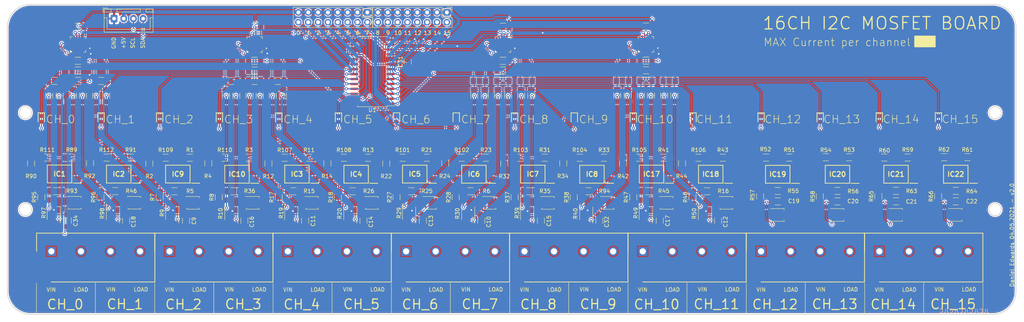
<source format=kicad_pcb>
(kicad_pcb (version 20171130) (host pcbnew "(5.1.9)-1")
  (title_block (title "16ch FET Board") (date 2021-05-04) (rev 2.0) (company "Daniel Edwards") (comment 1 "MOSFET board with 12 current sensing channels."))
  (layers (0 F.Cu signal) (31 B.Cu signal) (34 B.Paste user) (35 F.Paste user) (36 B.SilkS user) (37 F.SilkS user) (38 B.Mask user) (39 F.Mask user) (44 Edge.Cuts user))
  (net 0 "")
  (net 1 "Net-(C1-Pad2)")
  (net 2 "Net-(C1-Pad1)")
  (net 3 "Net-(C2-Pad2)")
  (net 4 "Net-(C2-Pad1)")
  (net 5 "Net-(C3-Pad2)")
  (net 6 "Net-(C3-Pad1)")
  (net 7 GND)
  (net 8 +5V)
  (net 9 "Net-(C5-Pad2)")
  (net 10 "Net-(C5-Pad1)")
  (net 11 "Net-(C6-Pad2)")
  (net 12 "Net-(C6-Pad1)")
  (net 13 "Net-(C7-Pad2)")
  (net 14 "Net-(C7-Pad1)")
  (net 15 "Net-(C9-Pad2)")
  (net 16 /FET_2-3/OUT_A)
  (net 17 "Net-(C10-Pad2)")
  (net 18 /FET_6-7/OUT_B)
  (net 19 "Net-(C11-Pad2)")
  (net 20 /FET_4-5/OUT_A)
  (net 21 "Net-(C12-Pad2)")
  (net 22 /FET_10-11/OUT_B)
  (net 23 "Net-(C13-Pad2)")
  (net 24 /FET_6-7/OUT_A)
  (net 25 "Net-(C14-Pad2)")
  (net 26 /FET_4-5/OUT_B)
  (net 27 "Net-(C15-Pad2)")
  (net 28 /FET_8-9/OUT_A)
  (net 29 "Net-(C16-Pad2)")
  (net 30 /FET_2-3/OUT_B)
  (net 31 "Net-(C17-Pad2)")
  (net 32 /FET_10-11/OUT_A)
  (net 33 "Net-(C18-Pad2)")
  (net 34 /FET_0-1/OUT_B)
  (net 35 "Net-(C19-Pad2)")
  (net 36 /FET_12-13/IN_A)
  (net 37 "Net-(C20-Pad2)")
  (net 38 /FET_12-13/IN_B)
  (net 39 "Net-(C21-Pad2)")
  (net 40 /FET_14-15/IN_A)
  (net 41 "Net-(C22-Pad2)")
  (net 42 /FET_14-15/IN_B)
  (net 43 "Net-(C23-Pad2)")
  (net 44 "Net-(C23-Pad1)")
  (net 45 "Net-(C24-Pad2)")
  (net 46 "Net-(C24-Pad1)")
  (net 47 "Net-(C25-Pad2)")
  (net 48 "Net-(C25-Pad1)")
  (net 49 "Net-(C27-Pad2)")
  (net 50 "Net-(C27-Pad1)")
  (net 51 "Net-(C28-Pad2)")
  (net 52 "Net-(C28-Pad1)")
  (net 53 "Net-(C29-Pad2)")
  (net 54 "Net-(C29-Pad1)")
  (net 55 "Net-(C32-Pad2)")
  (net 56 /FET_8-9/OUT_B)
  (net 57 "Net-(C34-Pad2)")
  (net 58 /FET_0-1/OUT_A)
  (net 59 /FET_2)
  (net 60 "Net-(D1-Pad1)")
  (net 61 /FET_3)
  (net 62 "Net-(D2-Pad1)")
  (net 63 /FET_4)
  (net 64 "Net-(D3-Pad1)")
  (net 65 /FET_5)
  (net 66 "Net-(D4-Pad1)")
  (net 67 /FET_6)
  (net 68 "Net-(D5-Pad1)")
  (net 69 /FET_7)
  (net 70 "Net-(D6-Pad1)")
  (net 71 /FET_8)
  (net 72 "Net-(D7-Pad1)")
  (net 73 /FET_9)
  (net 74 "Net-(D8-Pad1)")
  (net 75 /FET_10)
  (net 76 "Net-(D9-Pad1)")
  (net 77 /FET_11)
  (net 78 "Net-(D10-Pad1)")
  (net 79 /FET_12)
  (net 80 "Net-(D11-Pad1)")
  (net 81 /FET_13)
  (net 82 "Net-(D12-Pad1)")
  (net 83 /FET_14)
  (net 84 "Net-(D13-Pad1)")
  (net 85 /FET_15)
  (net 86 "Net-(D14-Pad1)")
  (net 87 /FET_0)
  (net 88 "Net-(D17-Pad1)")
  (net 89 /FET_1)
  (net 90 "Net-(D18-Pad1)")
  (net 91 "Net-(IC1-Pad4)")
  (net 92 "Net-(IC1-Pad1)")
  (net 93 "Net-(IC2-Pad4)")
  (net 94 "Net-(IC2-Pad1)")
  (net 95 "Net-(IC3-Pad4)")
  (net 96 "Net-(IC3-Pad1)")
  (net 97 "Net-(IC4-Pad4)")
  (net 98 "Net-(IC4-Pad1)")
  (net 99 "Net-(IC5-Pad4)")
  (net 100 "Net-(IC5-Pad1)")
  (net 101 "Net-(IC6-Pad4)")
  (net 102 "Net-(IC6-Pad1)")
  (net 103 "Net-(IC7-Pad4)")
  (net 104 "Net-(IC7-Pad1)")
  (net 105 "Net-(IC8-Pad4)")
  (net 106 "Net-(IC8-Pad1)")
  (net 107 "Net-(IC17-Pad4)")
  (net 108 "Net-(IC17-Pad1)")
  (net 109 "Net-(IC18-Pad4)")
  (net 110 "Net-(IC18-Pad1)")
  (net 111 "Net-(IC19-Pad4)")
  (net 112 "Net-(IC19-Pad1)")
  (net 113 "Net-(IC20-Pad4)")
  (net 114 "Net-(IC20-Pad1)")
  (net 115 "Net-(IC21-Pad4)")
  (net 116 "Net-(IC21-Pad1)")
  (net 117 "Net-(IC22-Pad4)")
  (net 118 "Net-(IC22-Pad1)")
  (net 119 /SDA)
  (net 120 /SCL)
  (net 121 /FET_0-1/IN_B)
  (net 122 /+12V)
  (net 123 /FET_2-3/IN_B)
  (net 124 /FET_2-3/IN_A)
  (net 125 /FET_4-5/IN_B)
  (net 126 /FET_4-5/IN_A)
  (net 127 /FET_6-7/IN_B)
  (net 128 /FET_6-7/IN_A)
  (net 129 /FET_8-9/IN_B)
  (net 130 /FET_8-9/IN_A)
  (net 131 /FET_10-11/IN_B)
  (net 132 /FET_10-11/IN_A)
  (net 133 /FET_12-13/OUT_B)
  (net 134 /FET_12-13/OUT_A)
  (net 135 /FET_14-15/OUT_B)
  (net 136 /FET_14-15/OUT_A)
  (net 137 "Net-(Q1-Pad1)")
  (net 138 "Net-(Q2-Pad1)")
  (net 139 "Net-(Q3-Pad1)")
  (net 140 "Net-(Q4-Pad1)")
  (net 141 "Net-(Q9-Pad1)")
  (net 142 "Net-(Q10-Pad1)")
  (net 143 "Net-(Q11-Pad1)")
  (net 144 "Net-(Q12-Pad1)")
  (net 145 "Net-(Q13-Pad1)")
  (net 146 "Net-(Q14-Pad1)")
  (net 147 "Net-(Q15-Pad1)")
  (net 148 "Net-(Q16-Pad1)")
  (net 149 /SR_2-)
  (net 150 /SR_3-)
  (net 151 /SR_4-)
  (net 152 /SR_5-)
  (net 153 /SR_6-)
  (net 154 /SR_7-)
  (net 155 /SR_8-)
  (net 156 /SR_9-)
  (net 157 /SR_10-)
  (net 158 /SR_11-)
  (net 159 /SR_8+)
  (net 160 /SR_7+)
  (net 161 /SR_6+)
  (net 162 /SR_11+)
  (net 163 /SR_10+)
  (net 164 /SR_9+)
  (net 165 /SR_5+)
  (net 166 /SR_4+)
  (net 167 /SR_3+)
  (net 168 /SR_2+)
  (net 169 /SR_1+)
  (net 170 /SR_1-)
  (net 171 /SR_0-)
  (net 172 /SR_0+)
  (net 173 /INA_2/PV)
  (net 174 /INA_3/PV)
  (net 175 /INA_1/PV)
  (net 176 /INA_0/PV)
  (net 177 "Net-(U1-Pad20)")
  (net 178 "Net-(U1-Pad19)")
  (net 179 "Net-(U1-Pad14)")
  (net 180 "Net-(U1-Pad11)")
  (net 181 "Net-(U2-Pad9)")
  (net 182 "Net-(U2-Pad13)")
  (net 183 "Net-(U2-Pad8)")
  (net 184 "Net-(U3-Pad9)")
  (net 185 "Net-(U3-Pad13)")
  (net 186 "Net-(U3-Pad8)")
  (net 187 "Net-(U4-Pad9)")
  (net 188 "Net-(U4-Pad13)")
  (net 189 "Net-(U4-Pad8)")
  (net 190 "Net-(U5-Pad9)")
  (net 191 "Net-(U5-Pad13)")
  (net 192 "Net-(U5-Pad8)")
  (net 193 "Net-(IC9-Pad4)")
  (net 194 "Net-(IC9-Pad1)")
  (net 195 "Net-(IC10-Pad4)")
  (net 196 "Net-(IC10-Pad1)")
  (module Resistor_SMD:R_Shunt_Vishay_WSK2512_6332Metric_T1.19mm (layer F.Cu) (at 46.925 107.85 270)
    (fp_text reference R98 (at 0.05 2.775 90) (layer F.SilkS))
    (fp_text value 1m)
    (pad 3 smd roundrect (at 3.43 -1.27 270) (size 1.4 0.76) (layers F.Cu F.Paste F.Mask) (net 169 /SR_1+))
    (pad 2 smd roundrect (at -3.43 1.27 270) (size 1.4 0.76) (layers F.Cu F.Paste F.Mask) (roundrect_rratio 0.12) (net 170 /SR_1-))
    (pad 4 smd roundrect (at 2.985 0.635 270) (size 2.29 2.03) (layers F.Cu F.Paste F.Mask) (roundrect_rratio 0.12) (net 121 /FET_0-1/IN_B))
    (pad 1 smd roundrect (at -2.985 -0.635 270) (size 2.29 2.03) (layers F.Cu F.Paste F.Mask) (roundrect_rratio 0.12) (net 146 "Net-(Q14-Pad1)"))
  )
  (module Resistor_SMD:R_Shunt_Vishay_WSK2512_6332Metric_T1.19mm (layer F.Cu) (at 31.685 107.85 270)
    (fp_text reference R97 (at -0.1 2.585 90) (layer F.SilkS))
    (fp_text value 1m)
    (pad 3 smd roundrect (at 3.43 -1.27 270) (size 1.4 0.76) (layers F.Cu F.Paste F.Mask) (net 172 /SR_0+))
    (pad 2 smd roundrect (at -3.43 1.27 270) (size 1.4 0.76) (layers F.Cu F.Paste F.Mask) (roundrect_rratio 0.12) (net 171 /SR_0-))
    (pad 4 smd roundrect (at 2.985 0.635 270) (size 2.29 2.03) (layers F.Cu F.Paste F.Mask) (roundrect_rratio 0.12) (net 122 /+12V))
    (pad 1 smd roundrect (at -2.985 -0.635 270) (size 2.29 2.03) (layers F.Cu F.Paste F.Mask) (roundrect_rratio 0.12) (net 145 "Net-(Q13-Pad1)"))
  )
  (module Resistor_SMD:R_Shunt_Vishay_WSK2512_6332Metric_T1.19mm (layer F.Cu) (at 199.54 107.875 270)
    (fp_text reference R50 (at 0.05 2.775 270) (layer F.SilkS))
    (fp_text value 1m)
    (pad 3 smd roundrect (at 3.43 -1.27 270) (size 1.4 0.76) (layers F.Cu F.Paste F.Mask) (net 162 /SR_11+))
    (pad 2 smd roundrect (at -3.43 1.27 270) (size 1.4 0.76) (layers F.Cu F.Paste F.Mask) (roundrect_rratio 0.12) (net 158 /SR_11-))
    (pad 4 smd roundrect (at 2.985 0.635 270) (size 2.29 2.03) (layers F.Cu F.Paste F.Mask) (roundrect_rratio 0.12) (net 131 /FET_10-11/IN_B))
    (pad 1 smd roundrect (at -2.985 -0.635 270) (size 2.29 2.03) (layers F.Cu F.Paste F.Mask) (roundrect_rratio 0.12) (net 140 "Net-(Q4-Pad1)"))
  )
  (module Resistor_SMD:R_Shunt_Vishay_WSK2512_6332Metric_T1.19mm (layer F.Cu) (at 184.3 107.875 270)
    (fp_text reference R49 (at -0.1 2.585 270) (layer F.SilkS))
    (fp_text value 1m)
    (pad 3 smd roundrect (at 3.43 -1.27 270) (size 1.4 0.76) (layers F.Cu F.Paste F.Mask) (net 163 /SR_10+))
    (pad 2 smd roundrect (at -3.43 1.27 270) (size 1.4 0.76) (layers F.Cu F.Paste F.Mask) (roundrect_rratio 0.12) (net 157 /SR_10-))
    (pad 4 smd roundrect (at 2.985 0.635 270) (size 2.29 2.03) (layers F.Cu F.Paste F.Mask) (roundrect_rratio 0.12) (net 132 /FET_10-11/IN_A))
    (pad 1 smd roundrect (at -2.985 -0.635 270) (size 2.29 2.03) (layers F.Cu F.Paste F.Mask) (roundrect_rratio 0.12) (net 139 "Net-(Q3-Pad1)"))
  )
  (module Resistor_SMD:R_Shunt_Vishay_WSK2512_6332Metric_T1.19mm (layer F.Cu) (at 168.93 107.885 270)
    (fp_text reference R40 (at 0.05 2.775 270) (layer F.SilkS))
    (fp_text value 1m)
    (pad 3 smd roundrect (at 3.43 -1.27 270) (size 1.4 0.76) (layers F.Cu F.Paste F.Mask) (net 164 /SR_9+))
    (pad 2 smd roundrect (at -3.43 1.27 270) (size 1.4 0.76) (layers F.Cu F.Paste F.Mask) (roundrect_rratio 0.12) (net 156 /SR_9-))
    (pad 4 smd roundrect (at 2.985 0.635 270) (size 2.29 2.03) (layers F.Cu F.Paste F.Mask) (roundrect_rratio 0.12) (net 129 /FET_8-9/IN_B))
    (pad 1 smd roundrect (at -2.985 -0.635 270) (size 2.29 2.03) (layers F.Cu F.Paste F.Mask) (roundrect_rratio 0.12) (net 148 "Net-(Q16-Pad1)"))
  )
  (module Resistor_SMD:R_Shunt_Vishay_WSK2512_6332Metric_T1.19mm (layer F.Cu) (at 153.69 107.885 270)
    (fp_text reference R39 (at -0.1 2.585 270) (layer F.SilkS))
    (fp_text value 1m)
    (pad 3 smd roundrect (at 3.43 -1.27 270) (size 1.4 0.76) (layers F.Cu F.Paste F.Mask) (net 159 /SR_8+))
    (pad 2 smd roundrect (at -3.43 1.27 270) (size 1.4 0.76) (layers F.Cu F.Paste F.Mask) (roundrect_rratio 0.12) (net 155 /SR_8-))
    (pad 4 smd roundrect (at 2.985 0.635 270) (size 2.29 2.03) (layers F.Cu F.Paste F.Mask) (roundrect_rratio 0.12) (net 130 /FET_8-9/IN_A))
    (pad 1 smd roundrect (at -2.985 -0.635 270) (size 2.29 2.03) (layers F.Cu F.Paste F.Mask) (roundrect_rratio 0.12) (net 147 "Net-(Q15-Pad1)"))
  )
  (module Resistor_SMD:R_Shunt_Vishay_WSK2512_6332Metric_T1.19mm (layer F.Cu) (at 138.5 107.875 270)
    (fp_text reference R30 (at 0.05 2.775 270) (layer F.SilkS))
    (fp_text value 1m)
    (pad 3 smd roundrect (at 3.43 -1.27 270) (size 1.4 0.76) (layers F.Cu F.Paste F.Mask) (net 160 /SR_7+))
    (pad 2 smd roundrect (at -3.43 1.27 270) (size 1.4 0.76) (layers F.Cu F.Paste F.Mask) (roundrect_rratio 0.12) (net 154 /SR_7-))
    (pad 4 smd roundrect (at 2.985 0.635 270) (size 2.29 2.03) (layers F.Cu F.Paste F.Mask) (roundrect_rratio 0.12) (net 127 /FET_6-7/IN_B))
    (pad 1 smd roundrect (at -2.985 -0.635 270) (size 2.29 2.03) (layers F.Cu F.Paste F.Mask) (roundrect_rratio 0.12) (net 138 "Net-(Q2-Pad1)"))
  )
  (module Resistor_SMD:R_Shunt_Vishay_WSK2512_6332Metric_T1.19mm (layer F.Cu) (at 123.26 107.875 270)
    (fp_text reference R29 (at -0.1 2.585 270) (layer F.SilkS))
    (fp_text value 1m)
    (pad 3 smd roundrect (at 3.43 -1.27 270) (size 1.4 0.76) (layers F.Cu F.Paste F.Mask) (net 161 /SR_6+))
    (pad 2 smd roundrect (at -3.43 1.27 270) (size 1.4 0.76) (layers F.Cu F.Paste F.Mask) (roundrect_rratio 0.12) (net 153 /SR_6-))
    (pad 4 smd roundrect (at 2.985 0.635 270) (size 2.29 2.03) (layers F.Cu F.Paste F.Mask) (roundrect_rratio 0.12) (net 128 /FET_6-7/IN_A))
    (pad 1 smd roundrect (at -2.985 -0.635 270) (size 2.29 2.03) (layers F.Cu F.Paste F.Mask) (roundrect_rratio 0.12) (net 137 "Net-(Q1-Pad1)"))
  )
  (module Resistor_SMD:R_Shunt_Vishay_WSK2512_6332Metric_T1.19mm (layer F.Cu) (at 108.13 107.885 270)
    (fp_text reference R20 (at 0.05 2.775 270) (layer F.SilkS))
    (fp_text value 1m)
    (pad 3 smd roundrect (at 3.43 -1.27 270) (size 1.4 0.76) (layers F.Cu F.Paste F.Mask) (net 165 /SR_5+))
    (pad 2 smd roundrect (at -3.43 1.27 270) (size 1.4 0.76) (layers F.Cu F.Paste F.Mask) (roundrect_rratio 0.12) (net 152 /SR_5-))
    (pad 4 smd roundrect (at 2.985 0.635 270) (size 2.29 2.03) (layers F.Cu F.Paste F.Mask) (roundrect_rratio 0.12) (net 125 /FET_4-5/IN_B))
    (pad 1 smd roundrect (at -2.985 -0.635 270) (size 2.29 2.03) (layers F.Cu F.Paste F.Mask) (roundrect_rratio 0.12) (net 142 "Net-(Q10-Pad1)"))
  )
  (module Resistor_SMD:R_Shunt_Vishay_WSK2512_6332Metric_T1.19mm (layer F.Cu) (at 92.89 107.885 270)
    (fp_text reference R19 (at -0.1 2.585 270) (layer F.SilkS))
    (fp_text value 1m)
    (pad 3 smd roundrect (at 3.43 -1.27 270) (size 1.4 0.76) (layers F.Cu F.Paste F.Mask) (net 166 /SR_4+))
    (pad 2 smd roundrect (at -3.43 1.27 270) (size 1.4 0.76) (layers F.Cu F.Paste F.Mask) (roundrect_rratio 0.12) (net 151 /SR_4-))
    (pad 4 smd roundrect (at 2.985 0.635 270) (size 2.29 2.03) (layers F.Cu F.Paste F.Mask) (roundrect_rratio 0.12) (net 126 /FET_4-5/IN_A))
    (pad 1 smd roundrect (at -2.985 -0.635 270) (size 2.29 2.03) (layers F.Cu F.Paste F.Mask) (roundrect_rratio 0.12) (net 141 "Net-(Q9-Pad1)"))
  )
  (module Resistor_SMD:R_Shunt_Vishay_WSK2512_6332Metric_T1.19mm (layer F.Cu) (at 77.43 107.875 270)
    (fp_text reference R10 (at 0.05 2.775 270) (layer F.SilkS))
    (fp_text value 1m)
    (pad 3 smd roundrect (at 3.43 -1.27 270) (size 1.4 0.76) (layers F.Cu F.Paste F.Mask) (net 167 /SR_3+))
    (pad 2 smd roundrect (at -3.43 1.27 270) (size 1.4 0.76) (layers F.Cu F.Paste F.Mask) (roundrect_rratio 0.12) (net 150 /SR_3-))
    (pad 4 smd roundrect (at 2.985 0.635 270) (size 2.29 2.03) (layers F.Cu F.Paste F.Mask) (roundrect_rratio 0.12) (net 123 /FET_2-3/IN_B))
    (pad 1 smd roundrect (at -2.985 -0.635 270) (size 2.29 2.03) (layers F.Cu F.Paste F.Mask) (roundrect_rratio 0.12) (net 144 "Net-(Q12-Pad1)"))
  )
  (module Resistor_SMD:R_Shunt_Vishay_WSK2512_6332Metric_T1.19mm (layer F.Cu) (at 62.19 107.875 270)
    (fp_text reference R9 (at -0.1 2.585 270) (layer F.SilkS))
    (fp_text value 1m)
    (pad 3 smd roundrect (at 3.43 -1.27 270) (size 1.4 0.76) (layers F.Cu F.Paste F.Mask) (net 168 /SR_2+))
    (pad 2 smd roundrect (at -3.43 1.27 270) (size 1.4 0.76) (layers F.Cu F.Paste F.Mask) (roundrect_rratio 0.12) (net 149 /SR_2-))
    (pad 4 smd roundrect (at 2.985 0.635 270) (size 2.29 2.03) (layers F.Cu F.Paste F.Mask) (roundrect_rratio 0.12) (net 124 /FET_2-3/IN_A))
    (pad 1 smd roundrect (at -2.985 -0.635 270) (size 2.29 2.03) (layers F.Cu F.Paste F.Mask) (roundrect_rratio 0.12) (net 143 "Net-(Q11-Pad1)"))
  )
  (module Connector_PinHeader_2.54mm:PinHeader_2x08_P2.54mm_Vertical (layer F.Cu) (at 133 56 270)
    (fp_text reference SW2 hide)
    (fp_text value SW_DIP_x08)
    (pad 6 thru_hole oval (at 0 12.7 270) (size 1.7 1.7) (drill 1) (layers *.Cu *.Mask) (net 8 +5V))
    (pad 2 thru_hole oval (at 0 2.54 270) (size 1.7 1.7) (drill 1) (layers *.Cu *.Mask) (net 8 +5V))
    (pad 3 thru_hole oval (at 0 5.08 270) (size 1.7 1.7) (drill 1) (layers *.Cu *.Mask) (net 8 +5V))
    (pad 8 thru_hole oval (at 0 17.78 270) (size 1.7 1.7) (drill 1) (layers *.Cu *.Mask) (net 8 +5V))
    (pad 9 thru_hole oval (at 2.54 0 270) (size 1.7 1.7) (drill 1) (layers *.Cu *.Mask) (net 85 /FET_15))
    (pad 4 thru_hole oval (at 0 7.62 270) (size 1.7 1.7) (drill 1) (layers *.Cu *.Mask) (net 8 +5V))
    (pad 16 thru_hole oval (at 2.54 17.78 270) (size 1.7 1.7) (drill 1) (layers *.Cu *.Mask) (net 71 /FET_8))
    (pad 10 thru_hole oval (at 2.54 2.54 270) (size 1.7 1.7) (drill 1) (layers *.Cu *.Mask) (net 83 /FET_14))
    (pad 1 thru_hole rect (at 0 0 270) (size 1.7 1.7) (drill 1) (layers *.Cu *.Mask) (net 8 +5V))
    (pad 11 thru_hole oval (at 2.54 5.08 270) (size 1.7 1.7) (drill 1) (layers *.Cu *.Mask) (net 81 /FET_13))
    (pad 14 thru_hole oval (at 2.54 12.7 270) (size 1.7 1.7) (drill 1) (layers *.Cu *.Mask) (net 75 /FET_10))
    (pad 12 thru_hole oval (at 2.54 7.62 270) (size 1.7 1.7) (drill 1) (layers *.Cu *.Mask) (net 79 /FET_12))
    (pad 13 thru_hole oval (at 2.54 10.16 270) (size 1.7 1.7) (drill 1) (layers *.Cu *.Mask) (net 77 /FET_11))
    (pad 15 thru_hole oval (at 2.54 15.24 270) (size 1.7 1.7) (drill 1) (layers *.Cu *.Mask) (net 73 /FET_9))
    (pad 5 thru_hole oval (at 0 10.16 270) (size 1.7 1.7) (drill 1) (layers *.Cu *.Mask) (net 8 +5V))
    (pad 7 thru_hole oval (at 0 15.24 270) (size 1.7 1.7) (drill 1) (layers *.Cu *.Mask) (net 8 +5V))
  )
  (module Connector_PinHeader_2.54mm:PinHeader_2x08_P2.54mm_Vertical (layer F.Cu) (at 112.5 56 270)
    (fp_text reference SW1 hide)
    (fp_text value SW_DIP_x08)
    (pad 16 thru_hole oval (at 2.54 17.78 270) (size 1.7 1.7) (drill 1) (layers *.Cu *.Mask) (net 87 /FET_0))
    (pad 8 thru_hole oval (at 0 17.78 270) (size 1.7 1.7) (drill 1) (layers *.Cu *.Mask) (net 8 +5V))
    (pad 15 thru_hole oval (at 2.54 15.24 270) (size 1.7 1.7) (drill 1) (layers *.Cu *.Mask) (net 89 /FET_1))
    (pad 7 thru_hole oval (at 0 15.24 270) (size 1.7 1.7) (drill 1) (layers *.Cu *.Mask) (net 8 +5V))
    (pad 14 thru_hole oval (at 2.54 12.7 270) (size 1.7 1.7) (drill 1) (layers *.Cu *.Mask) (net 59 /FET_2))
    (pad 6 thru_hole oval (at 0 12.7 270) (size 1.7 1.7) (drill 1) (layers *.Cu *.Mask) (net 8 +5V))
    (pad 13 thru_hole oval (at 2.54 10.16 270) (size 1.7 1.7) (drill 1) (layers *.Cu *.Mask) (net 61 /FET_3))
    (pad 5 thru_hole oval (at 0 10.16 270) (size 1.7 1.7) (drill 1) (layers *.Cu *.Mask) (net 8 +5V))
    (pad 12 thru_hole oval (at 2.54 7.62 270) (size 1.7 1.7) (drill 1) (layers *.Cu *.Mask) (net 63 /FET_4))
    (pad 4 thru_hole oval (at 0 7.62 270) (size 1.7 1.7) (drill 1) (layers *.Cu *.Mask) (net 8 +5V))
    (pad 11 thru_hole oval (at 2.54 5.08 270) (size 1.7 1.7) (drill 1) (layers *.Cu *.Mask) (net 65 /FET_5))
    (pad 3 thru_hole oval (at 0 5.08 270) (size 1.7 1.7) (drill 1) (layers *.Cu *.Mask) (net 8 +5V))
    (pad 10 thru_hole oval (at 2.54 2.54 270) (size 1.7 1.7) (drill 1) (layers *.Cu *.Mask) (net 67 /FET_6))
    (pad 2 thru_hole oval (at 0 2.54 270) (size 1.7 1.7) (drill 1) (layers *.Cu *.Mask) (net 8 +5V))
    (pad 9 thru_hole oval (at 2.54 0 270) (size 1.7 1.7) (drill 1) (layers *.Cu *.Mask) (net 69 /FET_7))
    (pad 1 thru_hole rect (at 0 0 270) (size 1.7 1.7) (drill 1) (layers *.Cu *.Mask) (net 8 +5V))
  )
  (module SamacSys_Parts:LEDC1608X80N (layer F.Cu) (at 89.655 83.535 270)
    (fp_text reference D3 hide)
    (fp_text value Or hide)
    (pad 2 smd rect (at 0.75 0) (size 0.95 0.95) (layers F.Cu F.Paste F.Mask) (net 63 /FET_4))
    (pad 1 smd rect (at -0.75 0) (size 0.95 0.95) (layers F.Cu F.Paste F.Mask) (net 64 "Net-(D3-Pad1)"))
  )
  (module Package_SO:Vishay_PowerPAK_1212-8_Single (layer F.Cu) (at 174.455 105.185)
    (fp_text reference Q16 hide)
    (fp_text value SiSS63DN)
    (pad 5 smd custom (at 0.5575 0) (size 1.725 2.235) (layers F.Cu F.Paste F.Mask) (net 56 /FET_8-9/OUT_B) (options (clearance outline) (anchor rect)) (primitives (gr_poly (pts (xy 0.8625 0.1275) (xy 0.8625 -0.1275) (xy 1.3725 -0.1275) (xy 1.3725 -0.5325) (xy 0.8625 -0.5325) (xy 0.8625 -0.7875) (xy 1.3725 -0.7875) (xy 1.3725 -1.195) (xy 0.6125 -1.195) (xy 0.6125 1.195) (xy 1.3725 1.195) (xy 1.3725 0.7875) (xy 0.8625 0.7875) (xy 0.8625 0.5325) (xy 1.3725 0.5325) (xy 1.3725 0.1275)) (width 0))))
    (pad 4 smd rect (at -1.435 0.99) (size 0.99 0.405) (layers F.Cu F.Paste F.Mask) (net 55 "Net-(C32-Pad2)"))
    (pad 3 smd rect (at -1.435 0.33) (size 0.99 0.405) (layers F.Cu F.Paste F.Mask) (net 148 "Net-(Q16-Pad1)"))
    (pad 2 smd rect (at -1.435 -0.33) (size 0.99 0.405) (layers F.Cu F.Paste F.Mask) (net 148 "Net-(Q16-Pad1)"))
    (pad 1 smd rect (at -1.435 -0.99) (size 0.99 0.405) (layers F.Cu F.Paste F.Mask) (net 148 "Net-(Q16-Pad1)"))
  )
  (module Package_SO:Vishay_PowerPAK_1212-8_Single (layer F.Cu) (at 159.055 105.185)
    (fp_text reference Q15 hide)
    (fp_text value SiSS63DN)
    (pad 5 smd custom (at 0.5575 0) (size 1.725 2.235) (layers F.Cu F.Paste F.Mask) (net 28 /FET_8-9/OUT_A) (options (clearance outline) (anchor rect)) (primitives (gr_poly (pts (xy 0.8625 0.1275) (xy 0.8625 -0.1275) (xy 1.3725 -0.1275) (xy 1.3725 -0.5325) (xy 0.8625 -0.5325) (xy 0.8625 -0.7875) (xy 1.3725 -0.7875) (xy 1.3725 -1.195) (xy 0.6125 -1.195) (xy 0.6125 1.195) (xy 1.3725 1.195) (xy 1.3725 0.7875) (xy 0.8625 0.7875) (xy 0.8625 0.5325) (xy 1.3725 0.5325) (xy 1.3725 0.1275)) (width 0))))
    (pad 4 smd rect (at -1.435 0.99) (size 0.99 0.405) (layers F.Cu F.Paste F.Mask) (net 27 "Net-(C15-Pad2)"))
    (pad 3 smd rect (at -1.435 0.33) (size 0.99 0.405) (layers F.Cu F.Paste F.Mask) (net 147 "Net-(Q15-Pad1)"))
    (pad 2 smd rect (at -1.435 -0.33) (size 0.99 0.405) (layers F.Cu F.Paste F.Mask) (net 147 "Net-(Q15-Pad1)"))
    (pad 1 smd rect (at -1.435 -0.99) (size 0.99 0.405) (layers F.Cu F.Paste F.Mask) (net 147 "Net-(Q15-Pad1)"))
  )
  (module Package_SO:Vishay_PowerPAK_1212-8_Single (layer F.Cu) (at 52.45 105.15)
    (fp_text reference Q14 hide)
    (fp_text value SiSS63DN)
    (pad 5 smd custom (at 0.5575 0) (size 1.725 2.235) (layers F.Cu F.Paste F.Mask) (net 34 /FET_0-1/OUT_B) (options (clearance outline) (anchor rect)) (primitives (gr_poly (pts (xy 0.8625 0.1275) (xy 0.8625 -0.1275) (xy 1.3725 -0.1275) (xy 1.3725 -0.5325) (xy 0.8625 -0.5325) (xy 0.8625 -0.7875) (xy 1.3725 -0.7875) (xy 1.3725 -1.195) (xy 0.6125 -1.195) (xy 0.6125 1.195) (xy 1.3725 1.195) (xy 1.3725 0.7875) (xy 0.8625 0.7875) (xy 0.8625 0.5325) (xy 1.3725 0.5325) (xy 1.3725 0.1275)) (width 0))))
    (pad 4 smd rect (at -1.435 0.99) (size 0.99 0.405) (layers F.Cu F.Paste F.Mask) (net 33 "Net-(C18-Pad2)"))
    (pad 3 smd rect (at -1.435 0.33) (size 0.99 0.405) (layers F.Cu F.Paste F.Mask) (net 146 "Net-(Q14-Pad1)"))
    (pad 2 smd rect (at -1.435 -0.33) (size 0.99 0.405) (layers F.Cu F.Paste F.Mask) (net 146 "Net-(Q14-Pad1)"))
    (pad 1 smd rect (at -1.435 -0.99) (size 0.99 0.405) (layers F.Cu F.Paste F.Mask) (net 146 "Net-(Q14-Pad1)"))
  )
  (module Package_SO:Vishay_PowerPAK_1212-8_Single (layer F.Cu) (at 37.05 105.15)
    (fp_text reference Q13 hide)
    (fp_text value SiSS63DN)
    (pad 5 smd custom (at 0.5575 0) (size 1.725 2.235) (layers F.Cu F.Paste F.Mask) (net 58 /FET_0-1/OUT_A) (options (clearance outline) (anchor rect)) (primitives (gr_poly (pts (xy 0.8625 0.1275) (xy 0.8625 -0.1275) (xy 1.3725 -0.1275) (xy 1.3725 -0.5325) (xy 0.8625 -0.5325) (xy 0.8625 -0.7875) (xy 1.3725 -0.7875) (xy 1.3725 -1.195) (xy 0.6125 -1.195) (xy 0.6125 1.195) (xy 1.3725 1.195) (xy 1.3725 0.7875) (xy 0.8625 0.7875) (xy 0.8625 0.5325) (xy 1.3725 0.5325) (xy 1.3725 0.1275)) (width 0))))
    (pad 4 smd rect (at -1.435 0.99) (size 0.99 0.405) (layers F.Cu F.Paste F.Mask) (net 57 "Net-(C34-Pad2)"))
    (pad 3 smd rect (at -1.435 0.33) (size 0.99 0.405) (layers F.Cu F.Paste F.Mask) (net 145 "Net-(Q13-Pad1)"))
    (pad 2 smd rect (at -1.435 -0.33) (size 0.99 0.405) (layers F.Cu F.Paste F.Mask) (net 145 "Net-(Q13-Pad1)"))
    (pad 1 smd rect (at -1.435 -0.99) (size 0.99 0.405) (layers F.Cu F.Paste F.Mask) (net 145 "Net-(Q13-Pad1)"))
  )
  (module Package_SO:Vishay_PowerPAK_1212-8_Single (layer F.Cu) (at 82.955 105.175)
    (fp_text reference Q12 hide)
    (fp_text value SiSS63DN)
    (pad 5 smd custom (at 0.5575 0) (size 1.725 2.235) (layers F.Cu F.Paste F.Mask) (net 30 /FET_2-3/OUT_B) (options (clearance outline) (anchor rect)) (primitives (gr_poly (pts (xy 0.8625 0.1275) (xy 0.8625 -0.1275) (xy 1.3725 -0.1275) (xy 1.3725 -0.5325) (xy 0.8625 -0.5325) (xy 0.8625 -0.7875) (xy 1.3725 -0.7875) (xy 1.3725 -1.195) (xy 0.6125 -1.195) (xy 0.6125 1.195) (xy 1.3725 1.195) (xy 1.3725 0.7875) (xy 0.8625 0.7875) (xy 0.8625 0.5325) (xy 1.3725 0.5325) (xy 1.3725 0.1275)) (width 0))))
    (pad 4 smd rect (at -1.435 0.99) (size 0.99 0.405) (layers F.Cu F.Paste F.Mask) (net 29 "Net-(C16-Pad2)"))
    (pad 3 smd rect (at -1.435 0.33) (size 0.99 0.405) (layers F.Cu F.Paste F.Mask) (net 144 "Net-(Q12-Pad1)"))
    (pad 2 smd rect (at -1.435 -0.33) (size 0.99 0.405) (layers F.Cu F.Paste F.Mask) (net 144 "Net-(Q12-Pad1)"))
    (pad 1 smd rect (at -1.435 -0.99) (size 0.99 0.405) (layers F.Cu F.Paste F.Mask) (net 144 "Net-(Q12-Pad1)"))
  )
  (module Package_SO:Vishay_PowerPAK_1212-8_Single (layer F.Cu) (at 67.555 105.175)
    (fp_text reference Q11 hide)
    (fp_text value SiSS63DN)
    (pad 5 smd custom (at 0.5575 0) (size 1.725 2.235) (layers F.Cu F.Paste F.Mask) (net 16 /FET_2-3/OUT_A) (options (clearance outline) (anchor rect)) (primitives (gr_poly (pts (xy 0.8625 0.1275) (xy 0.8625 -0.1275) (xy 1.3725 -0.1275) (xy 1.3725 -0.5325) (xy 0.8625 -0.5325) (xy 0.8625 -0.7875) (xy 1.3725 -0.7875) (xy 1.3725 -1.195) (xy 0.6125 -1.195) (xy 0.6125 1.195) (xy 1.3725 1.195) (xy 1.3725 0.7875) (xy 0.8625 0.7875) (xy 0.8625 0.5325) (xy 1.3725 0.5325) (xy 1.3725 0.1275)) (width 0))))
    (pad 4 smd rect (at -1.435 0.99) (size 0.99 0.405) (layers F.Cu F.Paste F.Mask) (net 15 "Net-(C9-Pad2)"))
    (pad 3 smd rect (at -1.435 0.33) (size 0.99 0.405) (layers F.Cu F.Paste F.Mask) (net 143 "Net-(Q11-Pad1)"))
    (pad 2 smd rect (at -1.435 -0.33) (size 0.99 0.405) (layers F.Cu F.Paste F.Mask) (net 143 "Net-(Q11-Pad1)"))
    (pad 1 smd rect (at -1.435 -0.99) (size 0.99 0.405) (layers F.Cu F.Paste F.Mask) (net 143 "Net-(Q11-Pad1)"))
  )
  (module Package_SO:Vishay_PowerPAK_1212-8_Single (layer F.Cu) (at 113.655 105.185)
    (fp_text reference Q10 hide)
    (fp_text value SiSS63DN)
    (pad 5 smd custom (at 0.5575 0) (size 1.725 2.235) (layers F.Cu F.Paste F.Mask) (net 26 /FET_4-5/OUT_B) (options (clearance outline) (anchor rect)) (primitives (gr_poly (pts (xy 0.8625 0.1275) (xy 0.8625 -0.1275) (xy 1.3725 -0.1275) (xy 1.3725 -0.5325) (xy 0.8625 -0.5325) (xy 0.8625 -0.7875) (xy 1.3725 -0.7875) (xy 1.3725 -1.195) (xy 0.6125 -1.195) (xy 0.6125 1.195) (xy 1.3725 1.195) (xy 1.3725 0.7875) (xy 0.8625 0.7875) (xy 0.8625 0.5325) (xy 1.3725 0.5325) (xy 1.3725 0.1275)) (width 0))))
    (pad 4 smd rect (at -1.435 0.99) (size 0.99 0.405) (layers F.Cu F.Paste F.Mask) (net 25 "Net-(C14-Pad2)"))
    (pad 3 smd rect (at -1.435 0.33) (size 0.99 0.405) (layers F.Cu F.Paste F.Mask) (net 142 "Net-(Q10-Pad1)"))
    (pad 2 smd rect (at -1.435 -0.33) (size 0.99 0.405) (layers F.Cu F.Paste F.Mask) (net 142 "Net-(Q10-Pad1)"))
    (pad 1 smd rect (at -1.435 -0.99) (size 0.99 0.405) (layers F.Cu F.Paste F.Mask) (net 142 "Net-(Q10-Pad1)"))
  )
  (module Package_SO:Vishay_PowerPAK_1212-8_Single (layer F.Cu) (at 98.255 105.185)
    (fp_text reference Q9 hide)
    (fp_text value SiSS63DN)
    (pad 5 smd custom (at 0.5575 0) (size 1.725 2.235) (layers F.Cu F.Paste F.Mask) (net 20 /FET_4-5/OUT_A) (options (clearance outline) (anchor rect)) (primitives (gr_poly (pts (xy 0.8625 0.1275) (xy 0.8625 -0.1275) (xy 1.3725 -0.1275) (xy 1.3725 -0.5325) (xy 0.8625 -0.5325) (xy 0.8625 -0.7875) (xy 1.3725 -0.7875) (xy 1.3725 -1.195) (xy 0.6125 -1.195) (xy 0.6125 1.195) (xy 1.3725 1.195) (xy 1.3725 0.7875) (xy 0.8625 0.7875) (xy 0.8625 0.5325) (xy 1.3725 0.5325) (xy 1.3725 0.1275)) (width 0))))
    (pad 4 smd rect (at -1.435 0.99) (size 0.99 0.405) (layers F.Cu F.Paste F.Mask) (net 19 "Net-(C11-Pad2)"))
    (pad 3 smd rect (at -1.435 0.33) (size 0.99 0.405) (layers F.Cu F.Paste F.Mask) (net 141 "Net-(Q9-Pad1)"))
    (pad 2 smd rect (at -1.435 -0.33) (size 0.99 0.405) (layers F.Cu F.Paste F.Mask) (net 141 "Net-(Q9-Pad1)"))
    (pad 1 smd rect (at -1.435 -0.99) (size 0.99 0.405) (layers F.Cu F.Paste F.Mask) (net 141 "Net-(Q9-Pad1)"))
  )
  (module Package_SO:Vishay_PowerPAK_1212-8_Single (layer F.Cu) (at 264.19 108.28)
    (fp_text reference Q8 hide)
    (fp_text value SiSS63DN)
    (pad 5 smd custom (at 0.5575 0) (size 1.725 2.235) (layers F.Cu F.Paste F.Mask) (net 135 /FET_14-15/OUT_B) (options (clearance outline) (anchor rect)) (primitives (gr_poly (pts (xy 0.8625 0.1275) (xy 0.8625 -0.1275) (xy 1.3725 -0.1275) (xy 1.3725 -0.5325) (xy 0.8625 -0.5325) (xy 0.8625 -0.7875) (xy 1.3725 -0.7875) (xy 1.3725 -1.195) (xy 0.6125 -1.195) (xy 0.6125 1.195) (xy 1.3725 1.195) (xy 1.3725 0.7875) (xy 0.8625 0.7875) (xy 0.8625 0.5325) (xy 1.3725 0.5325) (xy 1.3725 0.1275)) (width 0))))
    (pad 4 smd rect (at -1.435 0.99) (size 0.99 0.405) (layers F.Cu F.Paste F.Mask) (net 41 "Net-(C22-Pad2)"))
    (pad 3 smd rect (at -1.435 0.33) (size 0.99 0.405) (layers F.Cu F.Paste F.Mask) (net 42 /FET_14-15/IN_B))
    (pad 2 smd rect (at -1.435 -0.33) (size 0.99 0.405) (layers F.Cu F.Paste F.Mask) (net 42 /FET_14-15/IN_B))
    (pad 1 smd rect (at -1.435 -0.99) (size 0.99 0.405) (layers F.Cu F.Paste F.Mask) (net 42 /FET_14-15/IN_B))
  )
  (module Package_SO:Vishay_PowerPAK_1212-8_Single (layer F.Cu) (at 248.79 108.28)
    (fp_text reference Q7 hide)
    (fp_text value SiSS63DN)
    (pad 5 smd custom (at 0.5575 0) (size 1.725 2.235) (layers F.Cu F.Paste F.Mask) (net 136 /FET_14-15/OUT_A) (options (clearance outline) (anchor rect)) (primitives (gr_poly (pts (xy 0.8625 0.1275) (xy 0.8625 -0.1275) (xy 1.3725 -0.1275) (xy 1.3725 -0.5325) (xy 0.8625 -0.5325) (xy 0.8625 -0.7875) (xy 1.3725 -0.7875) (xy 1.3725 -1.195) (xy 0.6125 -1.195) (xy 0.6125 1.195) (xy 1.3725 1.195) (xy 1.3725 0.7875) (xy 0.8625 0.7875) (xy 0.8625 0.5325) (xy 1.3725 0.5325) (xy 1.3725 0.1275)) (width 0))))
    (pad 4 smd rect (at -1.435 0.99) (size 0.99 0.405) (layers F.Cu F.Paste F.Mask) (net 39 "Net-(C21-Pad2)"))
    (pad 3 smd rect (at -1.435 0.33) (size 0.99 0.405) (layers F.Cu F.Paste F.Mask) (net 40 /FET_14-15/IN_A))
    (pad 2 smd rect (at -1.435 -0.33) (size 0.99 0.405) (layers F.Cu F.Paste F.Mask) (net 40 /FET_14-15/IN_A))
    (pad 1 smd rect (at -1.435 -0.99) (size 0.99 0.405) (layers F.Cu F.Paste F.Mask) (net 40 /FET_14-15/IN_A))
  )
  (module Package_SO:Vishay_PowerPAK_1212-8_Single (layer F.Cu) (at 233.7 108.3)
    (fp_text reference Q6 hide)
    (fp_text value SiSS63DN)
    (pad 5 smd custom (at 0.5575 0) (size 1.725 2.235) (layers F.Cu F.Paste F.Mask) (net 133 /FET_12-13/OUT_B) (options (clearance outline) (anchor rect)) (primitives (gr_poly (pts (xy 0.8625 0.1275) (xy 0.8625 -0.1275) (xy 1.3725 -0.1275) (xy 1.3725 -0.5325) (xy 0.8625 -0.5325) (xy 0.8625 -0.7875) (xy 1.3725 -0.7875) (xy 1.3725 -1.195) (xy 0.6125 -1.195) (xy 0.6125 1.195) (xy 1.3725 1.195) (xy 1.3725 0.7875) (xy 0.8625 0.7875) (xy 0.8625 0.5325) (xy 1.3725 0.5325) (xy 1.3725 0.1275)) (width 0))))
    (pad 4 smd rect (at -1.435 0.99) (size 0.99 0.405) (layers F.Cu F.Paste F.Mask) (net 37 "Net-(C20-Pad2)"))
    (pad 3 smd rect (at -1.435 0.33) (size 0.99 0.405) (layers F.Cu F.Paste F.Mask) (net 38 /FET_12-13/IN_B))
    (pad 2 smd rect (at -1.435 -0.33) (size 0.99 0.405) (layers F.Cu F.Paste F.Mask) (net 38 /FET_12-13/IN_B))
    (pad 1 smd rect (at -1.435 -0.99) (size 0.99 0.405) (layers F.Cu F.Paste F.Mask) (net 38 /FET_12-13/IN_B))
  )
  (module Package_SO:Vishay_PowerPAK_1212-8_Single (layer F.Cu) (at 218.3 108.3)
    (fp_text reference Q5 hide)
    (fp_text value SiSS63DN)
    (pad 5 smd custom (at 0.5575 0) (size 1.725 2.235) (layers F.Cu F.Paste F.Mask) (net 134 /FET_12-13/OUT_A) (options (clearance outline) (anchor rect)) (primitives (gr_poly (pts (xy 0.8625 0.1275) (xy 0.8625 -0.1275) (xy 1.3725 -0.1275) (xy 1.3725 -0.5325) (xy 0.8625 -0.5325) (xy 0.8625 -0.7875) (xy 1.3725 -0.7875) (xy 1.3725 -1.195) (xy 0.6125 -1.195) (xy 0.6125 1.195) (xy 1.3725 1.195) (xy 1.3725 0.7875) (xy 0.8625 0.7875) (xy 0.8625 0.5325) (xy 1.3725 0.5325) (xy 1.3725 0.1275)) (width 0))))
    (pad 4 smd rect (at -1.435 0.99) (size 0.99 0.405) (layers F.Cu F.Paste F.Mask) (net 35 "Net-(C19-Pad2)"))
    (pad 3 smd rect (at -1.435 0.33) (size 0.99 0.405) (layers F.Cu F.Paste F.Mask) (net 36 /FET_12-13/IN_A))
    (pad 2 smd rect (at -1.435 -0.33) (size 0.99 0.405) (layers F.Cu F.Paste F.Mask) (net 36 /FET_12-13/IN_A))
    (pad 1 smd rect (at -1.435 -0.99) (size 0.99 0.405) (layers F.Cu F.Paste F.Mask) (net 36 /FET_12-13/IN_A))
  )
  (module Package_SO:Vishay_PowerPAK_1212-8_Single (layer F.Cu) (at 205.065 105.175)
    (fp_text reference Q4 hide)
    (fp_text value SiSS63DN)
    (pad 5 smd custom (at 0.5575 0) (size 1.725 2.235) (layers F.Cu F.Paste F.Mask) (net 22 /FET_10-11/OUT_B) (options (clearance outline) (anchor rect)) (primitives (gr_poly (pts (xy 0.8625 0.1275) (xy 0.8625 -0.1275) (xy 1.3725 -0.1275) (xy 1.3725 -0.5325) (xy 0.8625 -0.5325) (xy 0.8625 -0.7875) (xy 1.3725 -0.7875) (xy 1.3725 -1.195) (xy 0.6125 -1.195) (xy 0.6125 1.195) (xy 1.3725 1.195) (xy 1.3725 0.7875) (xy 0.8625 0.7875) (xy 0.8625 0.5325) (xy 1.3725 0.5325) (xy 1.3725 0.1275)) (width 0))))
    (pad 4 smd rect (at -1.435 0.99) (size 0.99 0.405) (layers F.Cu F.Paste F.Mask) (net 21 "Net-(C12-Pad2)"))
    (pad 3 smd rect (at -1.435 0.33) (size 0.99 0.405) (layers F.Cu F.Paste F.Mask) (net 140 "Net-(Q4-Pad1)"))
    (pad 2 smd rect (at -1.435 -0.33) (size 0.99 0.405) (layers F.Cu F.Paste F.Mask) (net 140 "Net-(Q4-Pad1)"))
    (pad 1 smd rect (at -1.435 -0.99) (size 0.99 0.405) (layers F.Cu F.Paste F.Mask) (net 140 "Net-(Q4-Pad1)"))
  )
  (module Package_SO:Vishay_PowerPAK_1212-8_Single (layer F.Cu) (at 189.665 105.175)
    (fp_text reference Q3 hide)
    (fp_text value SiSS63DN)
    (pad 5 smd custom (at 0.5575 0) (size 1.725 2.235) (layers F.Cu F.Paste F.Mask) (net 32 /FET_10-11/OUT_A) (options (clearance outline) (anchor rect)) (primitives (gr_poly (pts (xy 0.8625 0.1275) (xy 0.8625 -0.1275) (xy 1.3725 -0.1275) (xy 1.3725 -0.5325) (xy 0.8625 -0.5325) (xy 0.8625 -0.7875) (xy 1.3725 -0.7875) (xy 1.3725 -1.195) (xy 0.6125 -1.195) (xy 0.6125 1.195) (xy 1.3725 1.195) (xy 1.3725 0.7875) (xy 0.8625 0.7875) (xy 0.8625 0.5325) (xy 1.3725 0.5325) (xy 1.3725 0.1275)) (width 0))))
    (pad 4 smd rect (at -1.435 0.99) (size 0.99 0.405) (layers F.Cu F.Paste F.Mask) (net 31 "Net-(C17-Pad2)"))
    (pad 3 smd rect (at -1.435 0.33) (size 0.99 0.405) (layers F.Cu F.Paste F.Mask) (net 139 "Net-(Q3-Pad1)"))
    (pad 2 smd rect (at -1.435 -0.33) (size 0.99 0.405) (layers F.Cu F.Paste F.Mask) (net 139 "Net-(Q3-Pad1)"))
    (pad 1 smd rect (at -1.435 -0.99) (size 0.99 0.405) (layers F.Cu F.Paste F.Mask) (net 139 "Net-(Q3-Pad1)"))
  )
  (module Package_SO:Vishay_PowerPAK_1212-8_Single (layer F.Cu) (at 144.025 105.175)
    (fp_text reference Q2 hide)
    (fp_text value SiSS63DN)
    (pad 5 smd custom (at 0.5575 0) (size 1.725 2.235) (layers F.Cu F.Paste F.Mask) (net 18 /FET_6-7/OUT_B) (options (clearance outline) (anchor rect)) (primitives (gr_poly (pts (xy 0.8625 0.1275) (xy 0.8625 -0.1275) (xy 1.3725 -0.1275) (xy 1.3725 -0.5325) (xy 0.8625 -0.5325) (xy 0.8625 -0.7875) (xy 1.3725 -0.7875) (xy 1.3725 -1.195) (xy 0.6125 -1.195) (xy 0.6125 1.195) (xy 1.3725 1.195) (xy 1.3725 0.7875) (xy 0.8625 0.7875) (xy 0.8625 0.5325) (xy 1.3725 0.5325) (xy 1.3725 0.1275)) (width 0))))
    (pad 4 smd rect (at -1.435 0.99) (size 0.99 0.405) (layers F.Cu F.Paste F.Mask) (net 17 "Net-(C10-Pad2)"))
    (pad 3 smd rect (at -1.435 0.33) (size 0.99 0.405) (layers F.Cu F.Paste F.Mask) (net 138 "Net-(Q2-Pad1)"))
    (pad 2 smd rect (at -1.435 -0.33) (size 0.99 0.405) (layers F.Cu F.Paste F.Mask) (net 138 "Net-(Q2-Pad1)"))
    (pad 1 smd rect (at -1.435 -0.99) (size 0.99 0.405) (layers F.Cu F.Paste F.Mask) (net 138 "Net-(Q2-Pad1)"))
  )
  (module Package_SO:Vishay_PowerPAK_1212-8_Single (layer F.Cu) (at 128.625 105.175)
    (fp_text reference Q1 hide)
    (fp_text value SiSS63DN)
    (pad 5 smd custom (at 0.5575 0) (size 1.725 2.235) (layers F.Cu F.Paste F.Mask) (net 24 /FET_6-7/OUT_A) (options (clearance outline) (anchor rect)) (primitives (gr_poly (pts (xy 0.8625 0.1275) (xy 0.8625 -0.1275) (xy 1.3725 -0.1275) (xy 1.3725 -0.5325) (xy 0.8625 -0.5325) (xy 0.8625 -0.7875) (xy 1.3725 -0.7875) (xy 1.3725 -1.195) (xy 0.6125 -1.195) (xy 0.6125 1.195) (xy 1.3725 1.195) (xy 1.3725 0.7875) (xy 0.8625 0.7875) (xy 0.8625 0.5325) (xy 1.3725 0.5325) (xy 1.3725 0.1275)) (width 0))))
    (pad 4 smd rect (at -1.435 0.99) (size 0.99 0.405) (layers F.Cu F.Paste F.Mask) (net 23 "Net-(C13-Pad2)"))
    (pad 3 smd rect (at -1.435 0.33) (size 0.99 0.405) (layers F.Cu F.Paste F.Mask) (net 137 "Net-(Q1-Pad1)"))
    (pad 2 smd rect (at -1.435 -0.33) (size 0.99 0.405) (layers F.Cu F.Paste F.Mask) (net 137 "Net-(Q1-Pad1)"))
    (pad 1 smd rect (at -1.435 -0.99) (size 0.99 0.405) (layers F.Cu F.Paste F.Mask) (net 137 "Net-(Q1-Pad1)"))
  )
  (module "SnapEDA Library:QFN65P400X400X100-17N" (layer F.Cu) (at 37.9 64.3 180)
    (fp_text reference U5 (at 0.1 -3.6) (layer F.SilkS) (effects (font (thickness 0.015))))
    (fp_text value INA3221AIRGVR)
    (pad 17 smd rect (at 0 0 180) (size 2.16 2.16) (layers F.Cu F.Mask) (net 7 GND))
    (pad 12 smd rect (at 1.86 -0.975 180) (size 0.99 0.34) (layers F.Cu F.Paste F.Mask) (net 54 "Net-(C29-Pad1)"))
    (pad 11 smd rect (at 1.86 -0.325 180) (size 0.99 0.34) (layers F.Cu F.Paste F.Mask) (net 53 "Net-(C29-Pad2)"))
    (pad 10 smd rect (at 1.86 0.325 180) (size 0.99 0.34) (layers F.Cu F.Paste F.Mask) (net 176 /INA_0/PV))
    (pad 9 smd rect (at 1.86 0.975 180) (size 0.99 0.34) (layers F.Cu F.Paste F.Mask) (net 190 "Net-(U5-Pad9)"))
    (pad 4 smd rect (at -1.86 0.975 180) (size 0.99 0.34) (layers F.Cu F.Paste F.Mask) (net 8 +5V))
    (pad 3 smd rect (at -1.86 0.325 180) (size 0.99 0.34) (layers F.Cu F.Paste F.Mask) (net 7 GND))
    (pad 2 smd rect (at -1.86 -0.325 180) (size 0.99 0.34) (layers F.Cu F.Paste F.Mask) (net 50 "Net-(C27-Pad1)"))
    (pad 1 smd rect (at -1.86 -0.975 180) (size 0.99 0.34) (layers F.Cu F.Paste F.Mask) (net 49 "Net-(C27-Pad2)"))
    (pad 16 smd rect (at -0.975 -1.86 180) (size 0.34 0.99) (layers F.Cu F.Paste F.Mask) (net 122 /+12V))
    (pad 15 smd rect (at -0.325 -1.86 180) (size 0.34 0.99) (layers F.Cu F.Paste F.Mask) (net 52 "Net-(C28-Pad1)"))
    (pad 14 smd rect (at 0.325 -1.86 180) (size 0.34 0.99) (layers F.Cu F.Paste F.Mask) (net 51 "Net-(C28-Pad2)"))
    (pad 13 smd rect (at 0.975 -1.86 180) (size 0.34 0.99) (layers F.Cu F.Paste F.Mask) (net 191 "Net-(U5-Pad13)"))
    (pad 8 smd rect (at 0.975 1.86 180) (size 0.34 0.99) (layers F.Cu F.Paste F.Mask) (net 192 "Net-(U5-Pad8)"))
    (pad 7 smd rect (at 0.325 1.86 180) (size 0.34 0.99) (layers F.Cu F.Paste F.Mask) (net 119 /SDA))
    (pad 6 smd rect (at -0.325 1.86 180) (size 0.34 0.99) (layers F.Cu F.Paste F.Mask) (net 120 /SCL))
    (pad 5 smd rect (at -0.975 1.86 180) (size 0.34 0.99) (layers F.Cu F.Paste F.Mask) (net 7 GND))
  )
  (module "SnapEDA Library:QFN65P400X400X100-17N" (layer F.Cu) (at 83.43 64.31 180)
    (fp_text reference U4 (at 0.1 -3.6 180) (layer F.SilkS) (effects (font (thickness 0.015))))
    (fp_text value INA3221AIRGVR)
    (pad 17 smd rect (at 0 0 180) (size 2.16 2.16) (layers F.Cu F.Mask) (net 7 GND))
    (pad 12 smd rect (at 1.86 -0.975 180) (size 0.99 0.34) (layers F.Cu F.Paste F.Mask) (net 48 "Net-(C25-Pad1)"))
    (pad 11 smd rect (at 1.86 -0.325 180) (size 0.99 0.34) (layers F.Cu F.Paste F.Mask) (net 47 "Net-(C25-Pad2)"))
    (pad 10 smd rect (at 1.86 0.325 180) (size 0.99 0.34) (layers F.Cu F.Paste F.Mask) (net 175 /INA_1/PV))
    (pad 9 smd rect (at 1.86 0.975 180) (size 0.99 0.34) (layers F.Cu F.Paste F.Mask) (net 187 "Net-(U4-Pad9)"))
    (pad 4 smd rect (at -1.86 0.975 180) (size 0.99 0.34) (layers F.Cu F.Paste F.Mask) (net 8 +5V))
    (pad 3 smd rect (at -1.86 0.325 180) (size 0.99 0.34) (layers F.Cu F.Paste F.Mask) (net 7 GND))
    (pad 2 smd rect (at -1.86 -0.325 180) (size 0.99 0.34) (layers F.Cu F.Paste F.Mask) (net 44 "Net-(C23-Pad1)"))
    (pad 1 smd rect (at -1.86 -0.975 180) (size 0.99 0.34) (layers F.Cu F.Paste F.Mask) (net 43 "Net-(C23-Pad2)"))
    (pad 16 smd rect (at -0.975 -1.86 180) (size 0.34 0.99) (layers F.Cu F.Paste F.Mask) (net 122 /+12V))
    (pad 15 smd rect (at -0.325 -1.86 180) (size 0.34 0.99) (layers F.Cu F.Paste F.Mask) (net 46 "Net-(C24-Pad1)"))
    (pad 14 smd rect (at 0.325 -1.86 180) (size 0.34 0.99) (layers F.Cu F.Paste F.Mask) (net 45 "Net-(C24-Pad2)"))
    (pad 13 smd rect (at 0.975 -1.86 180) (size 0.34 0.99) (layers F.Cu F.Paste F.Mask) (net 188 "Net-(U4-Pad13)"))
    (pad 8 smd rect (at 0.975 1.86 180) (size 0.34 0.99) (layers F.Cu F.Paste F.Mask) (net 189 "Net-(U4-Pad8)"))
    (pad 7 smd rect (at 0.325 1.86 180) (size 0.34 0.99) (layers F.Cu F.Paste F.Mask) (net 119 /SDA))
    (pad 6 smd rect (at -0.325 1.86 180) (size 0.34 0.99) (layers F.Cu F.Paste F.Mask) (net 120 /SCL))
    (pad 5 smd rect (at -0.975 1.86 180) (size 0.34 0.99) (layers F.Cu F.Paste F.Mask) (net 8 +5V))
  )
  (module "SnapEDA Library:QFN65P400X400X100-17N" (layer F.Cu) (at 184.33 64.25 180)
    (fp_text reference U3 (at 0.1 -3.6 180) (layer F.SilkS) (effects (font (thickness 0.015))))
    (fp_text value INA3221AIRGVR)
    (pad 17 smd rect (at 0 0 180) (size 2.16 2.16) (layers F.Cu F.Mask) (net 7 GND))
    (pad 12 smd rect (at 1.86 -0.975 180) (size 0.99 0.34) (layers F.Cu F.Paste F.Mask) (net 14 "Net-(C7-Pad1)"))
    (pad 11 smd rect (at 1.86 -0.325 180) (size 0.99 0.34) (layers F.Cu F.Paste F.Mask) (net 13 "Net-(C7-Pad2)"))
    (pad 10 smd rect (at 1.86 0.325 180) (size 0.99 0.34) (layers F.Cu F.Paste F.Mask) (net 174 /INA_3/PV))
    (pad 9 smd rect (at 1.86 0.975 180) (size 0.99 0.34) (layers F.Cu F.Paste F.Mask) (net 184 "Net-(U3-Pad9)"))
    (pad 4 smd rect (at -1.86 0.975 180) (size 0.99 0.34) (layers F.Cu F.Paste F.Mask) (net 8 +5V))
    (pad 3 smd rect (at -1.86 0.325 180) (size 0.99 0.34) (layers F.Cu F.Paste F.Mask) (net 7 GND))
    (pad 2 smd rect (at -1.86 -0.325 180) (size 0.99 0.34) (layers F.Cu F.Paste F.Mask) (net 10 "Net-(C5-Pad1)"))
    (pad 1 smd rect (at -1.86 -0.975 180) (size 0.99 0.34) (layers F.Cu F.Paste F.Mask) (net 9 "Net-(C5-Pad2)"))
    (pad 16 smd rect (at -0.975 -1.86 180) (size 0.34 0.99) (layers F.Cu F.Paste F.Mask) (net 122 /+12V))
    (pad 15 smd rect (at -0.325 -1.86 180) (size 0.34 0.99) (layers F.Cu F.Paste F.Mask) (net 12 "Net-(C6-Pad1)"))
    (pad 14 smd rect (at 0.325 -1.86 180) (size 0.34 0.99) (layers F.Cu F.Paste F.Mask) (net 11 "Net-(C6-Pad2)"))
    (pad 13 smd rect (at 0.975 -1.86 180) (size 0.34 0.99) (layers F.Cu F.Paste F.Mask) (net 185 "Net-(U3-Pad13)"))
    (pad 8 smd rect (at 0.975 1.86 180) (size 0.34 0.99) (layers F.Cu F.Paste F.Mask) (net 186 "Net-(U3-Pad8)"))
    (pad 7 smd rect (at 0.325 1.86 180) (size 0.34 0.99) (layers F.Cu F.Paste F.Mask) (net 119 /SDA))
    (pad 6 smd rect (at -0.325 1.86 180) (size 0.34 0.99) (layers F.Cu F.Paste F.Mask) (net 120 /SCL))
    (pad 5 smd rect (at -0.975 1.86 180) (size 0.34 0.99) (layers F.Cu F.Paste F.Mask) (net 120 /SCL))
  )
  (module "SnapEDA Library:QFN65P400X400X100-17N" (layer F.Cu) (at 147.46 64.3 180)
    (fp_text reference U2 (at 0.1 -3.6 180) (layer F.SilkS) (effects (font (thickness 0.015))))
    (fp_text value INA3221AIRGVR)
    (pad 17 smd rect (at 0 0 180) (size 2.16 2.16) (layers F.Cu F.Mask) (net 7 GND))
    (pad 12 smd rect (at 1.86 -0.975 180) (size 0.99 0.34) (layers F.Cu F.Paste F.Mask) (net 6 "Net-(C3-Pad1)"))
    (pad 11 smd rect (at 1.86 -0.325 180) (size 0.99 0.34) (layers F.Cu F.Paste F.Mask) (net 5 "Net-(C3-Pad2)"))
    (pad 10 smd rect (at 1.86 0.325 180) (size 0.99 0.34) (layers F.Cu F.Paste F.Mask) (net 173 /INA_2/PV))
    (pad 9 smd rect (at 1.86 0.975 180) (size 0.99 0.34) (layers F.Cu F.Paste F.Mask) (net 181 "Net-(U2-Pad9)"))
    (pad 4 smd rect (at -1.86 0.975 180) (size 0.99 0.34) (layers F.Cu F.Paste F.Mask) (net 8 +5V))
    (pad 3 smd rect (at -1.86 0.325 180) (size 0.99 0.34) (layers F.Cu F.Paste F.Mask) (net 7 GND))
    (pad 2 smd rect (at -1.86 -0.325 180) (size 0.99 0.34) (layers F.Cu F.Paste F.Mask) (net 2 "Net-(C1-Pad1)"))
    (pad 1 smd rect (at -1.86 -0.975 180) (size 0.99 0.34) (layers F.Cu F.Paste F.Mask) (net 1 "Net-(C1-Pad2)"))
    (pad 16 smd rect (at -0.975 -1.86 180) (size 0.34 0.99) (layers F.Cu F.Paste F.Mask) (net 122 /+12V))
    (pad 15 smd rect (at -0.325 -1.86 180) (size 0.34 0.99) (layers F.Cu F.Paste F.Mask) (net 4 "Net-(C2-Pad1)"))
    (pad 14 smd rect (at 0.325 -1.86 180) (size 0.34 0.99) (layers F.Cu F.Paste F.Mask) (net 3 "Net-(C2-Pad2)"))
    (pad 13 smd rect (at 0.975 -1.86 180) (size 0.34 0.99) (layers F.Cu F.Paste F.Mask) (net 182 "Net-(U2-Pad13)"))
    (pad 8 smd rect (at 0.975 1.86 180) (size 0.34 0.99) (layers F.Cu F.Paste F.Mask) (net 183 "Net-(U2-Pad8)"))
    (pad 7 smd rect (at 0.325 1.86 180) (size 0.34 0.99) (layers F.Cu F.Paste F.Mask) (net 119 /SDA))
    (pad 6 smd rect (at -0.325 1.86 180) (size 0.34 0.99) (layers F.Cu F.Paste F.Mask) (net 120 /SCL))
    (pad 5 smd rect (at -0.975 1.86 180) (size 0.34 0.99) (layers F.Cu F.Paste F.Mask) (net 119 /SDA))
  )
  (module Package_SO:SOIC-28W_7.5x17.9mm_P1.27mm (layer F.Cu) (at 113.8 71.3 180)
    (fp_text reference U1 (at 0 -9.9) (layer F.SilkS))
    (fp_text value MCP23017_SO)
    (pad 28 smd roundrect (at 4.65 -8.255 180) (size 2.05 0.6) (layers F.Cu F.Paste F.Mask) (net 69 /FET_7))
    (pad 27 smd roundrect (at 4.65 -6.985 180) (size 2.05 0.6) (layers F.Cu F.Paste F.Mask) (net 67 /FET_6))
    (pad 26 smd roundrect (at 4.65 -5.715 180) (size 2.05 0.6) (layers F.Cu F.Paste F.Mask) (net 65 /FET_5))
    (pad 25 smd roundrect (at 4.65 -4.445 180) (size 2.05 0.6) (layers F.Cu F.Paste F.Mask) (net 63 /FET_4))
    (pad 24 smd roundrect (at 4.65 -3.175 180) (size 2.05 0.6) (layers F.Cu F.Paste F.Mask) (net 61 /FET_3))
    (pad 23 smd roundrect (at 4.65 -1.905 180) (size 2.05 0.6) (layers F.Cu F.Paste F.Mask) (net 59 /FET_2))
    (pad 22 smd roundrect (at 4.65 -0.635 180) (size 2.05 0.6) (layers F.Cu F.Paste F.Mask) (net 89 /FET_1))
    (pad 21 smd roundrect (at 4.65 0.635 180) (size 2.05 0.6) (layers F.Cu F.Paste F.Mask) (net 87 /FET_0))
    (pad 20 smd roundrect (at 4.65 1.905 180) (size 2.05 0.6) (layers F.Cu F.Paste F.Mask) (net 177 "Net-(U1-Pad20)"))
    (pad 19 smd roundrect (at 4.65 3.175 180) (size 2.05 0.6) (layers F.Cu F.Paste F.Mask) (net 178 "Net-(U1-Pad19)"))
    (pad 18 smd roundrect (at 4.65 4.445 180) (size 2.05 0.6) (layers F.Cu F.Paste F.Mask) (net 8 +5V))
    (pad 17 smd roundrect (at 4.65 5.715 180) (size 2.05 0.6) (layers F.Cu F.Paste F.Mask) (net 7 GND))
    (pad 16 smd roundrect (at 4.65 6.985 180) (size 2.05 0.6) (layers F.Cu F.Paste F.Mask) (net 8 +5V))
    (pad 15 smd roundrect (at 4.65 8.255 180) (size 2.05 0.6) (layers F.Cu F.Paste F.Mask) (net 7 GND))
    (pad 14 smd roundrect (at -4.65 8.255 180) (size 2.05 0.6) (layers F.Cu F.Paste F.Mask) (net 179 "Net-(U1-Pad14)"))
    (pad 13 smd roundrect (at -4.65 6.985 180) (size 2.05 0.6) (layers F.Cu F.Paste F.Mask) (net 119 /SDA))
    (pad 12 smd roundrect (at -4.65 5.715 180) (size 2.05 0.6) (layers F.Cu F.Paste F.Mask) (net 120 /SCL))
    (pad 11 smd roundrect (at -4.65 4.445 180) (size 2.05 0.6) (layers F.Cu F.Paste F.Mask) (net 180 "Net-(U1-Pad11)"))
    (pad 10 smd roundrect (at -4.65 3.175 180) (size 2.05 0.6) (layers F.Cu F.Paste F.Mask) (net 7 GND))
    (pad 9 smd roundrect (at -4.65 1.905 180) (size 2.05 0.6) (layers F.Cu F.Paste F.Mask) (net 8 +5V))
    (pad 8 smd roundrect (at -4.65 0.635 180) (size 2.05 0.6) (layers F.Cu F.Paste F.Mask) (net 85 /FET_15))
    (pad 7 smd roundrect (at -4.65 -0.635 180) (size 2.05 0.6) (layers F.Cu F.Paste F.Mask) (net 83 /FET_14))
    (pad 6 smd roundrect (at -4.65 -1.905 180) (size 2.05 0.6) (layers F.Cu F.Paste F.Mask) (net 81 /FET_13))
    (pad 5 smd roundrect (at -4.65 -3.175 180) (size 2.05 0.6) (layers F.Cu F.Paste F.Mask) (net 79 /FET_12))
    (pad 4 smd roundrect (at -4.65 -4.445 180) (size 2.05 0.6) (layers F.Cu F.Paste F.Mask) (net 77 /FET_11))
    (pad 3 smd roundrect (at -4.65 -5.715 180) (size 2.05 0.6) (layers F.Cu F.Paste F.Mask) (net 75 /FET_10))
    (pad 2 smd roundrect (at -4.65 -6.985 180) (size 2.05 0.6) (layers F.Cu F.Paste F.Mask) (net 73 /FET_9))
    (pad 1 smd roundrect (at -4.65 -8.255 180) (size 2.05 0.6) (layers F.Cu F.Paste F.Mask) (net 71 /FET_8))
  )
  (module Resistor_SMD:R_1206_3216Metric_Pad1.30x1.75mm_HandSolder (layer F.Cu) (at 37.9 68.5 180)
    (fp_text reference Rpu hide)
    (fp_text value R_Small)
    (pad 2 smd roundrect (at 1.55 0 180) (size 1.3 1.75) (layers F.Cu F.Paste F.Mask) (roundrect_rratio 0.1923069230769231) (net 176 /INA_0/PV))
    (pad 1 smd roundrect (at -1.55 0 180) (size 1.3 1.75) (layers F.Cu F.Paste F.Mask) (roundrect_rratio 0.1923069230769231) (net 122 /+12V))
  )
  (module Resistor_SMD:R_1206_3216Metric_Pad1.30x1.75mm_HandSolder (layer F.Cu) (at 83.43 68.51 180)
    (fp_text reference Rpu hide)
    (fp_text value R_Small)
    (pad 2 smd roundrect (at 1.55 0 180) (size 1.3 1.75) (layers F.Cu F.Paste F.Mask) (roundrect_rratio 0.1923069230769231) (net 175 /INA_1/PV))
    (pad 1 smd roundrect (at -1.55 0 180) (size 1.3 1.75) (layers F.Cu F.Paste F.Mask) (roundrect_rratio 0.1923069230769231) (net 122 /+12V))
  )
  (module Resistor_SMD:R_1206_3216Metric_Pad1.30x1.75mm_HandSolder (layer F.Cu) (at 184.33 68.45 180)
    (fp_text reference Rpu hide)
    (fp_text value R_Small)
    (pad 2 smd roundrect (at 1.55 0 180) (size 1.3 1.75) (layers F.Cu F.Paste F.Mask) (roundrect_rratio 0.1923069230769231) (net 174 /INA_3/PV))
    (pad 1 smd roundrect (at -1.55 0 180) (size 1.3 1.75) (layers F.Cu F.Paste F.Mask) (roundrect_rratio 0.1923069230769231) (net 122 /+12V))
  )
  (module Resistor_SMD:R_1206_3216Metric_Pad1.30x1.75mm_HandSolder (layer F.Cu) (at 147.46 68.5 180)
    (fp_text reference Rpu hide)
    (fp_text value R_Small)
    (pad 2 smd roundrect (at 1.55 0 180) (size 1.3 1.75) (layers F.Cu F.Paste F.Mask) (roundrect_rratio 0.1923069230769231) (net 173 /INA_2/PV))
    (pad 1 smd roundrect (at -1.55 0 180) (size 1.3 1.75) (layers F.Cu F.Paste F.Mask) (roundrect_rratio 0.1923069230769231) (net 122 /+12V))
  )
  (module Resistor_SMD:R_1206_3216Metric_Pad1.30x1.75mm_HandSolder (layer F.Cu) (at 37.9 71)
    (fp_text reference Rdiv hide)
    (fp_text value Rdiv)
    (pad 2 smd roundrect (at 1.55 0) (size 1.3 1.75) (layers F.Cu F.Paste F.Mask) (roundrect_rratio 0.1923069230769231) (net 7 GND))
    (pad 1 smd roundrect (at -1.55 0) (size 1.3 1.75) (layers F.Cu F.Paste F.Mask) (roundrect_rratio 0.1923069230769231) (net 176 /INA_0/PV))
  )
  (module Resistor_SMD:R_1206_3216Metric_Pad1.30x1.75mm_HandSolder (layer F.Cu) (at 83.43 71.01)
    (fp_text reference Rdiv hide)
    (fp_text value Rdiv)
    (pad 2 smd roundrect (at 1.55 0) (size 1.3 1.75) (layers F.Cu F.Paste F.Mask) (roundrect_rratio 0.1923069230769231) (net 7 GND))
    (pad 1 smd roundrect (at -1.55 0) (size 1.3 1.75) (layers F.Cu F.Paste F.Mask) (roundrect_rratio 0.1923069230769231) (net 175 /INA_1/PV))
  )
  (module Resistor_SMD:R_1206_3216Metric_Pad1.30x1.75mm_HandSolder (layer F.Cu) (at 184.33 70.95)
    (fp_text reference Rdiv hide)
    (fp_text value Rdiv)
    (pad 2 smd roundrect (at 1.55 0) (size 1.3 1.75) (layers F.Cu F.Paste F.Mask) (roundrect_rratio 0.1923069230769231) (net 7 GND))
    (pad 1 smd roundrect (at -1.55 0) (size 1.3 1.75) (layers F.Cu F.Paste F.Mask) (roundrect_rratio 0.1923069230769231) (net 174 /INA_3/PV))
  )
  (module Resistor_SMD:R_1206_3216Metric_Pad1.30x1.75mm_HandSolder (layer F.Cu) (at 147.46 71)
    (fp_text reference Rdiv hide)
    (fp_text value Rdiv)
    (pad 2 smd roundrect (at 1.55 0) (size 1.3 1.75) (layers F.Cu F.Paste F.Mask) (roundrect_rratio 0.1923069230769231) (net 7 GND))
    (pad 1 smd roundrect (at -1.55 0) (size 1.3 1.75) (layers F.Cu F.Paste F.Mask) (roundrect_rratio 0.1923069230769231) (net 173 /INA_2/PV))
  )
  (module Resistor_SMD:R_1206_3216Metric_Pad1.30x1.75mm_HandSolder (layer F.Cu) (at 45.25 93.5 180)
    (fp_text reference R112 (at 0 2) (layer F.SilkS))
    (fp_text value 1.2K)
    (pad 2 smd roundrect (at 1.55 0 180) (size 1.3 1.75) (layers F.Cu F.Paste F.Mask) (roundrect_rratio 0.1923069230769231) (net 7 GND))
    (pad 1 smd roundrect (at -1.55 0 180) (size 1.3 1.75) (layers F.Cu F.Paste F.Mask) (roundrect_rratio 0.1923069230769231) (net 89 /FET_1))
  )
  (module Resistor_SMD:R_1206_3216Metric_Pad1.30x1.75mm_HandSolder (layer F.Cu) (at 30 93.5 180)
    (fp_text reference R111 (at 0 2) (layer F.SilkS))
    (fp_text value 1.2K)
    (pad 2 smd roundrect (at 1.55 0 180) (size 1.3 1.75) (layers F.Cu F.Paste F.Mask) (roundrect_rratio 0.1923069230769231) (net 7 GND))
    (pad 1 smd roundrect (at -1.55 0 180) (size 1.3 1.75) (layers F.Cu F.Paste F.Mask) (roundrect_rratio 0.1923069230769231) (net 87 /FET_0))
  )
  (module Resistor_SMD:R_1206_3216Metric_Pad1.30x1.75mm_HandSolder (layer F.Cu) (at 75.755 93.525 180)
    (fp_text reference R110 (at 0 2) (layer F.SilkS))
    (fp_text value 1.2K)
    (pad 2 smd roundrect (at 1.55 0 180) (size 1.3 1.75) (layers F.Cu F.Paste F.Mask) (roundrect_rratio 0.1923069230769231) (net 7 GND))
    (pad 1 smd roundrect (at -1.55 0 180) (size 1.3 1.75) (layers F.Cu F.Paste F.Mask) (roundrect_rratio 0.1923069230769231) (net 61 /FET_3))
  )
  (module Resistor_SMD:R_1206_3216Metric_Pad1.30x1.75mm_HandSolder (layer F.Cu) (at 60.505 93.525 180)
    (fp_text reference R109 (at 0 2) (layer F.SilkS))
    (fp_text value 1.2K)
    (pad 2 smd roundrect (at 1.55 0 180) (size 1.3 1.75) (layers F.Cu F.Paste F.Mask) (roundrect_rratio 0.1923069230769231) (net 7 GND))
    (pad 1 smd roundrect (at -1.55 0 180) (size 1.3 1.75) (layers F.Cu F.Paste F.Mask) (roundrect_rratio 0.1923069230769231) (net 59 /FET_2))
  )
  (module Resistor_SMD:R_1206_3216Metric_Pad1.30x1.75mm_HandSolder (layer F.Cu) (at 106.455 93.535 180)
    (fp_text reference R108 (at 0 2) (layer F.SilkS))
    (fp_text value 1.2K)
    (pad 2 smd roundrect (at 1.55 0 180) (size 1.3 1.75) (layers F.Cu F.Paste F.Mask) (roundrect_rratio 0.1923069230769231) (net 7 GND))
    (pad 1 smd roundrect (at -1.55 0 180) (size 1.3 1.75) (layers F.Cu F.Paste F.Mask) (roundrect_rratio 0.1923069230769231) (net 65 /FET_5))
  )
  (module Resistor_SMD:R_1206_3216Metric_Pad1.30x1.75mm_HandSolder (layer F.Cu) (at 91.205 93.535 180)
    (fp_text reference R107 (at 0 2) (layer F.SilkS))
    (fp_text value 1.2K)
    (pad 2 smd roundrect (at 1.55 0 180) (size 1.3 1.75) (layers F.Cu F.Paste F.Mask) (roundrect_rratio 0.1923069230769231) (net 7 GND))
    (pad 1 smd roundrect (at -1.55 0 180) (size 1.3 1.75) (layers F.Cu F.Paste F.Mask) (roundrect_rratio 0.1923069230769231) (net 63 /FET_4))
  )
  (module Resistor_SMD:R_1206_3216Metric_Pad1.30x1.75mm_HandSolder (layer F.Cu) (at 197.865 93.525 180)
    (fp_text reference R106 (at 0 2) (layer F.SilkS))
    (fp_text value 1.2K)
    (pad 2 smd roundrect (at 1.55 0 180) (size 1.3 1.75) (layers F.Cu F.Paste F.Mask) (roundrect_rratio 0.1923069230769231) (net 7 GND))
    (pad 1 smd roundrect (at -1.55 0 180) (size 1.3 1.75) (layers F.Cu F.Paste F.Mask) (roundrect_rratio 0.1923069230769231) (net 77 /FET_11))
  )
  (module Resistor_SMD:R_1206_3216Metric_Pad1.30x1.75mm_HandSolder (layer F.Cu) (at 182.615 93.525 180)
    (fp_text reference R105 (at 0 2) (layer F.SilkS))
    (fp_text value 1.2K)
    (pad 2 smd roundrect (at 1.55 0 180) (size 1.3 1.75) (layers F.Cu F.Paste F.Mask) (roundrect_rratio 0.1923069230769231) (net 7 GND))
    (pad 1 smd roundrect (at -1.55 0 180) (size 1.3 1.75) (layers F.Cu F.Paste F.Mask) (roundrect_rratio 0.1923069230769231) (net 75 /FET_10))
  )
  (module Resistor_SMD:R_1206_3216Metric_Pad1.30x1.75mm_HandSolder (layer F.Cu) (at 167.255 93.535 180)
    (fp_text reference R104 (at 0 2) (layer F.SilkS))
    (fp_text value 1.2K)
    (pad 2 smd roundrect (at 1.55 0 180) (size 1.3 1.75) (layers F.Cu F.Paste F.Mask) (roundrect_rratio 0.1923069230769231) (net 7 GND))
    (pad 1 smd roundrect (at -1.55 0 180) (size 1.3 1.75) (layers F.Cu F.Paste F.Mask) (roundrect_rratio 0.1923069230769231) (net 73 /FET_9))
  )
  (module Resistor_SMD:R_1206_3216Metric_Pad1.30x1.75mm_HandSolder (layer F.Cu) (at 152.005 93.535 180)
    (fp_text reference R103 (at 0 2) (layer F.SilkS))
    (fp_text value 1.2K)
    (pad 2 smd roundrect (at 1.55 0 180) (size 1.3 1.75) (layers F.Cu F.Paste F.Mask) (roundrect_rratio 0.1923069230769231) (net 7 GND))
    (pad 1 smd roundrect (at -1.55 0 180) (size 1.3 1.75) (layers F.Cu F.Paste F.Mask) (roundrect_rratio 0.1923069230769231) (net 71 /FET_8))
  )
  (module Resistor_SMD:R_1206_3216Metric_Pad1.30x1.75mm_HandSolder (layer F.Cu) (at 136.825 93.525 180)
    (fp_text reference R102 (at 0 2) (layer F.SilkS))
    (fp_text value 1.2K)
    (pad 2 smd roundrect (at 1.55 0 180) (size 1.3 1.75) (layers F.Cu F.Paste F.Mask) (roundrect_rratio 0.1923069230769231) (net 7 GND))
    (pad 1 smd roundrect (at -1.55 0 180) (size 1.3 1.75) (layers F.Cu F.Paste F.Mask) (roundrect_rratio 0.1923069230769231) (net 69 /FET_7))
  )
  (module Resistor_SMD:R_1206_3216Metric_Pad1.30x1.75mm_HandSolder (layer F.Cu) (at 121.575 93.525 180)
    (fp_text reference R101 (at 0 2) (layer F.SilkS))
    (fp_text value 1.2K)
    (pad 2 smd roundrect (at 1.55 0 180) (size 1.3 1.75) (layers F.Cu F.Paste F.Mask) (roundrect_rratio 0.1923069230769231) (net 7 GND))
    (pad 1 smd roundrect (at -1.55 0 180) (size 1.3 1.75) (layers F.Cu F.Paste F.Mask) (roundrect_rratio 0.1923069230769231) (net 67 /FET_6))
  )
  (module Resistor_SMD:R_1206_3216Metric_Pad1.30x1.75mm_HandSolder (layer F.Cu) (at 30.5 77.5 90)
    (fp_text reference R100 hide)
    (fp_text value Rf)
    (pad 2 smd roundrect (at 1.55 0 90) (size 1.3 1.75) (layers F.Cu F.Paste F.Mask) (roundrect_rratio 0.1923069230769231) (net 53 "Net-(C29-Pad2)"))
    (pad 1 smd roundrect (at -1.55 0 90) (size 1.3 1.75) (layers F.Cu F.Paste F.Mask) (roundrect_rratio 0.1923069230769231) (net 171 /SR_0-))
  )
  (module Resistor_SMD:R_1206_3216Metric_Pad1.30x1.75mm_HandSolder (layer F.Cu) (at 33.2 77.5 90)
    (fp_text reference R99 hide)
    (fp_text value Rf)
    (pad 2 smd roundrect (at 1.55 0 90) (size 1.3 1.75) (layers F.Cu F.Paste F.Mask) (roundrect_rratio 0.1923069230769231) (net 54 "Net-(C29-Pad1)"))
    (pad 1 smd roundrect (at -1.55 0 90) (size 1.3 1.75) (layers F.Cu F.Paste F.Mask) (roundrect_rratio 0.1923069230769231) (net 172 /SR_0+))
  )
  (module Resistor_SMD:R_1206_3216Metric_Pad1.30x1.75mm_HandSolder (layer F.Cu) (at 43.7 103.7 90)
    (fp_text reference R96 (at 0 -1.82 90) (layer F.SilkS))
    (fp_text value 100)
    (pad 2 smd roundrect (at 1.55 0 90) (size 1.3 1.75) (layers F.Cu F.Paste F.Mask) (roundrect_rratio 0.1923069230769231) (net 93 "Net-(IC2-Pad4)"))
    (pad 1 smd roundrect (at -1.55 0 90) (size 1.3 1.75) (layers F.Cu F.Paste F.Mask) (roundrect_rratio 0.1923069230769231) (net 33 "Net-(C18-Pad2)"))
  )
  (module Resistor_SMD:R_1206_3216Metric_Pad1.30x1.75mm_HandSolder (layer F.Cu) (at 28.45 103.7 90)
    (fp_text reference R95 (at 0 -1.82 90) (layer F.SilkS))
    (fp_text value 100)
    (pad 2 smd roundrect (at 1.55 0 90) (size 1.3 1.75) (layers F.Cu F.Paste F.Mask) (roundrect_rratio 0.1923069230769231) (net 91 "Net-(IC1-Pad4)"))
    (pad 1 smd roundrect (at -1.55 0 90) (size 1.3 1.75) (layers F.Cu F.Paste F.Mask) (roundrect_rratio 0.1923069230769231) (net 57 "Net-(C34-Pad2)"))
  )
  (module Resistor_SMD:R_1206_3216Metric_Pad1.30x1.75mm_HandSolder (layer F.Cu) (at 169.505 102.185 180)
    (fp_text reference R94 (at -4.15 0.05) (layer F.SilkS))
    (fp_text value 10K)
    (pad 2 smd roundrect (at 1.55 0 180) (size 1.3 1.75) (layers F.Cu F.Paste F.Mask) (roundrect_rratio 0.1923069230769231) (net 105 "Net-(IC8-Pad4)"))
    (pad 1 smd roundrect (at -1.55 0 180) (size 1.3 1.75) (layers F.Cu F.Paste F.Mask) (roundrect_rratio 0.1923069230769231) (net 148 "Net-(Q16-Pad1)"))
  )
  (module Resistor_SMD:R_1206_3216Metric_Pad1.30x1.75mm_HandSolder (layer F.Cu) (at 32.25 102.15 180)
    (fp_text reference R93 (at -4.05 0.05) (layer F.SilkS))
    (fp_text value 10K)
    (pad 2 smd roundrect (at 1.55 0 180) (size 1.3 1.75) (layers F.Cu F.Paste F.Mask) (roundrect_rratio 0.1923069230769231) (net 91 "Net-(IC1-Pad4)"))
    (pad 1 smd roundrect (at -1.55 0 180) (size 1.3 1.75) (layers F.Cu F.Paste F.Mask) (roundrect_rratio 0.1923069230769231) (net 145 "Net-(Q13-Pad1)"))
  )
  (module Resistor_SMD:R_1206_3216Metric_Pad1.30x1.75mm_HandSolder (layer F.Cu) (at 41 94.95 90)
    (fp_text reference R92 (at -3.3 -0.1 180) (layer F.SilkS))
    (fp_text value 1k)
    (pad 2 smd roundrect (at 1.55 0 90) (size 1.3 1.75) (layers F.Cu F.Paste F.Mask) (roundrect_rratio 0.1923069230769231) (net 90 "Net-(D18-Pad1)"))
    (pad 1 smd roundrect (at -1.55 0 90) (size 1.3 1.75) (layers F.Cu F.Paste F.Mask) (roundrect_rratio 0.1923069230769231) (net 7 GND))
  )
  (module Resistor_SMD:R_1206_3216Metric_Pad1.30x1.75mm_HandSolder (layer F.Cu) (at 51.5 93.5 180)
    (fp_text reference R91 (at 0 2) (layer F.SilkS))
    (fp_text value 1.2K)
    (pad 2 smd roundrect (at 1.55 0 180) (size 1.3 1.75) (layers F.Cu F.Paste F.Mask) (roundrect_rratio 0.1923069230769231) (net 89 /FET_1))
    (pad 1 smd roundrect (at -1.55 0 180) (size 1.3 1.75) (layers F.Cu F.Paste F.Mask) (roundrect_rratio 0.1923069230769231) (net 94 "Net-(IC2-Pad1)"))
  )
  (module Resistor_SMD:R_1206_3216Metric_Pad1.30x1.75mm_HandSolder (layer F.Cu) (at 25.8 95 90)
    (fp_text reference R90 (at -3.3 0 180) (layer F.SilkS))
    (fp_text value 1k)
    (pad 2 smd roundrect (at 1.55 0 90) (size 1.3 1.75) (layers F.Cu F.Paste F.Mask) (roundrect_rratio 0.1923069230769231) (net 88 "Net-(D17-Pad1)"))
    (pad 1 smd roundrect (at -1.55 0 90) (size 1.3 1.75) (layers F.Cu F.Paste F.Mask) (roundrect_rratio 0.1923069230769231) (net 7 GND))
  )
  (module Resistor_SMD:R_1206_3216Metric_Pad1.30x1.75mm_HandSolder (layer F.Cu) (at 36.25 93.5 180)
    (fp_text reference R89 (at 0 2) (layer F.SilkS))
    (fp_text value 1.2K)
    (pad 2 smd roundrect (at 1.55 0 180) (size 1.3 1.75) (layers F.Cu F.Paste F.Mask) (roundrect_rratio 0.1923069230769231) (net 87 /FET_0))
    (pad 1 smd roundrect (at -1.55 0 180) (size 1.3 1.75) (layers F.Cu F.Paste F.Mask) (roundrect_rratio 0.1923069230769231) (net 92 "Net-(IC1-Pad1)"))
  )
  (module Resistor_SMD:R_1206_3216Metric_Pad1.30x1.75mm_HandSolder (layer F.Cu) (at 36.6 77.5 90)
    (fp_text reference R88 hide)
    (fp_text value Rf)
    (pad 2 smd roundrect (at 1.55 0 90) (size 1.3 1.75) (layers F.Cu F.Paste F.Mask) (roundrect_rratio 0.1923069230769231) (net 51 "Net-(C28-Pad2)"))
    (pad 1 smd roundrect (at -1.55 0 90) (size 1.3 1.75) (layers F.Cu F.Paste F.Mask) (roundrect_rratio 0.1923069230769231) (net 170 /SR_1-))
  )
  (module Resistor_SMD:R_1206_3216Metric_Pad1.30x1.75mm_HandSolder (layer F.Cu) (at 39.2 77.5 90)
    (fp_text reference R87 hide)
    (fp_text value Rf)
    (pad 2 smd roundrect (at 1.55 0 90) (size 1.3 1.75) (layers F.Cu F.Paste F.Mask) (roundrect_rratio 0.1923069230769231) (net 52 "Net-(C28-Pad1)"))
    (pad 1 smd roundrect (at -1.55 0 90) (size 1.3 1.75) (layers F.Cu F.Paste F.Mask) (roundrect_rratio 0.1923069230769231) (net 169 /SR_1+))
  )
  (module Resistor_SMD:R_1206_3216Metric_Pad1.30x1.75mm_HandSolder (layer F.Cu) (at 42.6 77.5 90)
    (fp_text reference R86 hide)
    (fp_text value Rf)
    (pad 2 smd roundrect (at 1.55 0 90) (size 1.3 1.75) (layers F.Cu F.Paste F.Mask) (roundrect_rratio 0.1923069230769231) (net 49 "Net-(C27-Pad2)"))
    (pad 1 smd roundrect (at -1.55 0 90) (size 1.3 1.75) (layers F.Cu F.Paste F.Mask) (roundrect_rratio 0.1923069230769231) (net 149 /SR_2-))
  )
  (module Resistor_SMD:R_1206_3216Metric_Pad1.30x1.75mm_HandSolder (layer F.Cu) (at 45.2 77.5 90)
    (fp_text reference R85 hide)
    (fp_text value Rf)
    (pad 2 smd roundrect (at 1.55 0 90) (size 1.3 1.75) (layers F.Cu F.Paste F.Mask) (roundrect_rratio 0.1923069230769231) (net 50 "Net-(C27-Pad1)"))
    (pad 1 smd roundrect (at -1.55 0 90) (size 1.3 1.75) (layers F.Cu F.Paste F.Mask) (roundrect_rratio 0.1923069230769231) (net 168 /SR_2+))
  )
  (module Resistor_SMD:R_1206_3216Metric_Pad1.30x1.75mm_HandSolder (layer F.Cu) (at 76.03 77.51 90)
    (fp_text reference R84 hide)
    (fp_text value Rf)
    (pad 2 smd roundrect (at 1.55 0 90) (size 1.3 1.75) (layers F.Cu F.Paste F.Mask) (roundrect_rratio 0.1923069230769231) (net 47 "Net-(C25-Pad2)"))
    (pad 1 smd roundrect (at -1.55 0 90) (size 1.3 1.75) (layers F.Cu F.Paste F.Mask) (roundrect_rratio 0.1923069230769231) (net 150 /SR_3-))
  )
  (module Resistor_SMD:R_1206_3216Metric_Pad1.30x1.75mm_HandSolder (layer F.Cu) (at 78.73 77.51 90)
    (fp_text reference R83 hide)
    (fp_text value Rf)
    (pad 2 smd roundrect (at 1.55 0 90) (size 1.3 1.75) (layers F.Cu F.Paste F.Mask) (roundrect_rratio 0.1923069230769231) (net 48 "Net-(C25-Pad1)"))
    (pad 1 smd roundrect (at -1.55 0 90) (size 1.3 1.75) (layers F.Cu F.Paste F.Mask) (roundrect_rratio 0.1923069230769231) (net 167 /SR_3+))
  )
  (module Resistor_SMD:R_1206_3216Metric_Pad1.30x1.75mm_HandSolder (layer F.Cu) (at 82.13 77.51 90)
    (fp_text reference R82 hide)
    (fp_text value Rf)
    (pad 2 smd roundrect (at 1.55 0 90) (size 1.3 1.75) (layers F.Cu F.Paste F.Mask) (roundrect_rratio 0.1923069230769231) (net 45 "Net-(C24-Pad2)"))
    (pad 1 smd roundrect (at -1.55 0 90) (size 1.3 1.75) (layers F.Cu F.Paste F.Mask) (roundrect_rratio 0.1923069230769231) (net 151 /SR_4-))
  )
  (module Resistor_SMD:R_1206_3216Metric_Pad1.30x1.75mm_HandSolder (layer F.Cu) (at 84.73 77.51 90)
    (fp_text reference R81 hide)
    (fp_text value Rf)
    (pad 2 smd roundrect (at 1.55 0 90) (size 1.3 1.75) (layers F.Cu F.Paste F.Mask) (roundrect_rratio 0.1923069230769231) (net 46 "Net-(C24-Pad1)"))
    (pad 1 smd roundrect (at -1.55 0 90) (size 1.3 1.75) (layers F.Cu F.Paste F.Mask) (roundrect_rratio 0.1923069230769231) (net 166 /SR_4+))
  )
  (module Resistor_SMD:R_1206_3216Metric_Pad1.30x1.75mm_HandSolder (layer F.Cu) (at 88.13 77.51 90)
    (fp_text reference R80 hide)
    (fp_text value Rf)
    (pad 2 smd roundrect (at 1.55 0 90) (size 1.3 1.75) (layers F.Cu F.Paste F.Mask) (roundrect_rratio 0.1923069230769231) (net 43 "Net-(C23-Pad2)"))
    (pad 1 smd roundrect (at -1.55 0 90) (size 1.3 1.75) (layers F.Cu F.Paste F.Mask) (roundrect_rratio 0.1923069230769231) (net 152 /SR_5-))
  )
  (module Resistor_SMD:R_1206_3216Metric_Pad1.30x1.75mm_HandSolder (layer F.Cu) (at 90.73 77.51 90)
    (fp_text reference R79 hide)
    (fp_text value Rf)
    (pad 2 smd roundrect (at 1.55 0 90) (size 1.3 1.75) (layers F.Cu F.Paste F.Mask) (roundrect_rratio 0.1923069230769231) (net 44 "Net-(C23-Pad1)"))
    (pad 1 smd roundrect (at -1.55 0 90) (size 1.3 1.75) (layers F.Cu F.Paste F.Mask) (roundrect_rratio 0.1923069230769231) (net 165 /SR_5+))
  )
  (module Resistor_SMD:R_1206_3216Metric_Pad1.30x1.75mm_HandSolder (layer F.Cu) (at 176.93 77.45 90)
    (fp_text reference R78 hide)
    (fp_text value Rf)
    (pad 2 smd roundrect (at 1.55 0 90) (size 1.3 1.75) (layers F.Cu F.Paste F.Mask) (roundrect_rratio 0.1923069230769231) (net 13 "Net-(C7-Pad2)"))
    (pad 1 smd roundrect (at -1.55 0 90) (size 1.3 1.75) (layers F.Cu F.Paste F.Mask) (roundrect_rratio 0.1923069230769231) (net 156 /SR_9-))
  )
  (module Resistor_SMD:R_1206_3216Metric_Pad1.30x1.75mm_HandSolder (layer F.Cu) (at 179.63 77.45 90)
    (fp_text reference R77 hide)
    (fp_text value Rf)
    (pad 2 smd roundrect (at 1.55 0 90) (size 1.3 1.75) (layers F.Cu F.Paste F.Mask) (roundrect_rratio 0.1923069230769231) (net 14 "Net-(C7-Pad1)"))
    (pad 1 smd roundrect (at -1.55 0 90) (size 1.3 1.75) (layers F.Cu F.Paste F.Mask) (roundrect_rratio 0.1923069230769231) (net 164 /SR_9+))
  )
  (module Resistor_SMD:R_1206_3216Metric_Pad1.30x1.75mm_HandSolder (layer F.Cu) (at 183.03 77.45 90)
    (fp_text reference R76 hide)
    (fp_text value Rf)
    (pad 2 smd roundrect (at 1.55 0 90) (size 1.3 1.75) (layers F.Cu F.Paste F.Mask) (roundrect_rratio 0.1923069230769231) (net 11 "Net-(C6-Pad2)"))
    (pad 1 smd roundrect (at -1.55 0 90) (size 1.3 1.75) (layers F.Cu F.Paste F.Mask) (roundrect_rratio 0.1923069230769231) (net 157 /SR_10-))
  )
  (module Resistor_SMD:R_1206_3216Metric_Pad1.30x1.75mm_HandSolder (layer F.Cu) (at 185.63 77.45 90)
    (fp_text reference R75 hide)
    (fp_text value Rf)
    (pad 2 smd roundrect (at 1.55 0 90) (size 1.3 1.75) (layers F.Cu F.Paste F.Mask) (roundrect_rratio 0.1923069230769231) (net 12 "Net-(C6-Pad1)"))
    (pad 1 smd roundrect (at -1.55 0 90) (size 1.3 1.75) (layers F.Cu F.Paste F.Mask) (roundrect_rratio 0.1923069230769231) (net 163 /SR_10+))
  )
  (module Resistor_SMD:R_1206_3216Metric_Pad1.30x1.75mm_HandSolder (layer F.Cu) (at 189.03 77.45 90)
    (fp_text reference R74 hide)
    (fp_text value Rf)
    (pad 2 smd roundrect (at 1.55 0 90) (size 1.3 1.75) (layers F.Cu F.Paste F.Mask) (roundrect_rratio 0.1923069230769231) (net 9 "Net-(C5-Pad2)"))
    (pad 1 smd roundrect (at -1.55 0 90) (size 1.3 1.75) (layers F.Cu F.Paste F.Mask) (roundrect_rratio 0.1923069230769231) (net 158 /SR_11-))
  )
  (module Resistor_SMD:R_1206_3216Metric_Pad1.30x1.75mm_HandSolder (layer F.Cu) (at 191.63 77.45 90)
    (fp_text reference R73 hide)
    (fp_text value Rf)
    (pad 2 smd roundrect (at 1.55 0 90) (size 1.3 1.75) (layers F.Cu F.Paste F.Mask) (roundrect_rratio 0.1923069230769231) (net 10 "Net-(C5-Pad1)"))
    (pad 1 smd roundrect (at -1.55 0 90) (size 1.3 1.75) (layers F.Cu F.Paste F.Mask) (roundrect_rratio 0.1923069230769231) (net 162 /SR_11+))
  )
  (module Resistor_SMD:R_1206_3216Metric_Pad1.30x1.75mm_HandSolder (layer F.Cu) (at 140.06 77.5 90)
    (fp_text reference R72 hide)
    (fp_text value Rf)
    (pad 2 smd roundrect (at 1.55 0 90) (size 1.3 1.75) (layers F.Cu F.Paste F.Mask) (roundrect_rratio 0.1923069230769231) (net 5 "Net-(C3-Pad2)"))
    (pad 1 smd roundrect (at -1.55 0 90) (size 1.3 1.75) (layers F.Cu F.Paste F.Mask) (roundrect_rratio 0.1923069230769231) (net 153 /SR_6-))
  )
  (module Resistor_SMD:R_1206_3216Metric_Pad1.30x1.75mm_HandSolder (layer F.Cu) (at 142.76 77.5 90)
    (fp_text reference R71 hide)
    (fp_text value Rf)
    (pad 2 smd roundrect (at 1.55 0 90) (size 1.3 1.75) (layers F.Cu F.Paste F.Mask) (roundrect_rratio 0.1923069230769231) (net 6 "Net-(C3-Pad1)"))
    (pad 1 smd roundrect (at -1.55 0 90) (size 1.3 1.75) (layers F.Cu F.Paste F.Mask) (roundrect_rratio 0.1923069230769231) (net 161 /SR_6+))
  )
  (module Resistor_SMD:R_1206_3216Metric_Pad1.30x1.75mm_HandSolder (layer F.Cu) (at 146.16 77.5 90)
    (fp_text reference R70 hide)
    (fp_text value Rf)
    (pad 2 smd roundrect (at 1.55 0 90) (size 1.3 1.75) (layers F.Cu F.Paste F.Mask) (roundrect_rratio 0.1923069230769231) (net 3 "Net-(C2-Pad2)"))
    (pad 1 smd roundrect (at -1.55 0 90) (size 1.3 1.75) (layers F.Cu F.Paste F.Mask) (roundrect_rratio 0.1923069230769231) (net 154 /SR_7-))
  )
  (module Resistor_SMD:R_1206_3216Metric_Pad1.30x1.75mm_HandSolder (layer F.Cu) (at 148.76 77.5 90)
    (fp_text reference R69 hide)
    (fp_text value Rf)
    (pad 2 smd roundrect (at 1.55 0 90) (size 1.3 1.75) (layers F.Cu F.Paste F.Mask) (roundrect_rratio 0.1923069230769231) (net 4 "Net-(C2-Pad1)"))
    (pad 1 smd roundrect (at -1.55 0 90) (size 1.3 1.75) (layers F.Cu F.Paste F.Mask) (roundrect_rratio 0.1923069230769231) (net 160 /SR_7+))
  )
  (module Resistor_SMD:R_1206_3216Metric_Pad1.30x1.75mm_HandSolder (layer F.Cu) (at 152.16 77.5 90)
    (fp_text reference R68 hide)
    (fp_text value Rf)
    (pad 2 smd roundrect (at 1.55 0 90) (size 1.3 1.75) (layers F.Cu F.Paste F.Mask) (roundrect_rratio 0.1923069230769231) (net 1 "Net-(C1-Pad2)"))
    (pad 1 smd roundrect (at -1.55 0 90) (size 1.3 1.75) (layers F.Cu F.Paste F.Mask) (roundrect_rratio 0.1923069230769231) (net 155 /SR_8-))
  )
  (module Resistor_SMD:R_1206_3216Metric_Pad1.30x1.75mm_HandSolder (layer F.Cu) (at 154.76 77.5 90)
    (fp_text reference R67 hide)
    (fp_text value Rf)
    (pad 2 smd roundrect (at 1.55 0 90) (size 1.3 1.75) (layers F.Cu F.Paste F.Mask) (roundrect_rratio 0.1923069230769231) (net 2 "Net-(C1-Pad1)"))
    (pad 1 smd roundrect (at -1.55 0 90) (size 1.3 1.75) (layers F.Cu F.Paste F.Mask) (roundrect_rratio 0.1923069230769231) (net 159 /SR_8+))
  )
  (module Resistor_SMD:R_1206_3216Metric_Pad1.30x1.75mm_HandSolder (layer F.Cu) (at 259.64 103.48 90)
    (fp_text reference R66 (at 0 -1.82 270) (layer F.SilkS))
    (fp_text value 100)
    (pad 2 smd roundrect (at 1.55 0 90) (size 1.3 1.75) (layers F.Cu F.Paste F.Mask) (roundrect_rratio 0.1923069230769231) (net 117 "Net-(IC22-Pad4)"))
    (pad 1 smd roundrect (at -1.55 0 90) (size 1.3 1.75) (layers F.Cu F.Paste F.Mask) (roundrect_rratio 0.1923069230769231) (net 41 "Net-(C22-Pad2)"))
  )
  (module Resistor_SMD:R_1206_3216Metric_Pad1.30x1.75mm_HandSolder (layer F.Cu) (at 244.24 103.48 90)
    (fp_text reference R65 (at 0 -1.82 270) (layer F.SilkS))
    (fp_text value 100)
    (pad 2 smd roundrect (at 1.55 0 90) (size 1.3 1.75) (layers F.Cu F.Paste F.Mask) (roundrect_rratio 0.1923069230769231) (net 115 "Net-(IC21-Pad4)"))
    (pad 1 smd roundrect (at -1.55 0 90) (size 1.3 1.75) (layers F.Cu F.Paste F.Mask) (roundrect_rratio 0.1923069230769231) (net 39 "Net-(C21-Pad2)"))
  )
  (module Resistor_SMD:R_1206_3216Metric_Pad1.30x1.75mm_HandSolder (layer F.Cu) (at 264.19 102.08)
    (fp_text reference R64 (at 4.11 0.12) (layer F.SilkS))
    (fp_text value 10K)
    (pad 2 smd roundrect (at 1.55 0) (size 1.3 1.75) (layers F.Cu F.Paste F.Mask) (roundrect_rratio 0.1923069230769231) (net 117 "Net-(IC22-Pad4)"))
    (pad 1 smd roundrect (at -1.55 0) (size 1.3 1.75) (layers F.Cu F.Paste F.Mask) (roundrect_rratio 0.1923069230769231) (net 42 /FET_14-15/IN_B))
  )
  (module Resistor_SMD:R_1206_3216Metric_Pad1.30x1.75mm_HandSolder (layer F.Cu) (at 248.79 102.08)
    (fp_text reference R63 (at 4.01 0.07) (layer F.SilkS))
    (fp_text value 10K)
    (pad 2 smd roundrect (at 1.55 0) (size 1.3 1.75) (layers F.Cu F.Paste F.Mask) (roundrect_rratio 0.1923069230769231) (net 115 "Net-(IC21-Pad4)"))
    (pad 1 smd roundrect (at -1.55 0) (size 1.3 1.75) (layers F.Cu F.Paste F.Mask) (roundrect_rratio 0.1923069230769231) (net 40 /FET_14-15/IN_A))
  )
  (module Resistor_SMD:R_1206_3216Metric_Pad1.30x1.75mm_HandSolder (layer F.Cu) (at 261.19 93.38 180)
    (fp_text reference R62 (at 0.04 1.98) (layer F.SilkS))
    (fp_text value 1K)
    (pad 2 smd roundrect (at 1.55 0 180) (size 1.3 1.75) (layers F.Cu F.Paste F.Mask) (roundrect_rratio 0.1923069230769231) (net 86 "Net-(D14-Pad1)"))
    (pad 1 smd roundrect (at -1.55 0 180) (size 1.3 1.75) (layers F.Cu F.Paste F.Mask) (roundrect_rratio 0.1923069230769231) (net 7 GND))
  )
  (module Resistor_SMD:R_1206_3216Metric_Pad1.30x1.75mm_HandSolder (layer F.Cu) (at 267.19 93.38 180)
    (fp_text reference R61 (at -0.01 1.93) (layer F.SilkS))
    (fp_text value 1.2K)
    (pad 2 smd roundrect (at 1.55 0 180) (size 1.3 1.75) (layers F.Cu F.Paste F.Mask) (roundrect_rratio 0.1923069230769231) (net 85 /FET_15))
    (pad 1 smd roundrect (at -1.55 0 180) (size 1.3 1.75) (layers F.Cu F.Paste F.Mask) (roundrect_rratio 0.1923069230769231) (net 118 "Net-(IC22-Pad1)"))
  )
  (module Resistor_SMD:R_1206_3216Metric_Pad1.30x1.75mm_HandSolder (layer F.Cu) (at 245.79 93.48 180)
    (fp_text reference R60 (at 0 1.83) (layer F.SilkS))
    (fp_text value 1K)
    (pad 2 smd roundrect (at 1.55 0 180) (size 1.3 1.75) (layers F.Cu F.Paste F.Mask) (roundrect_rratio 0.1923069230769231) (net 84 "Net-(D13-Pad1)"))
    (pad 1 smd roundrect (at -1.55 0 180) (size 1.3 1.75) (layers F.Cu F.Paste F.Mask) (roundrect_rratio 0.1923069230769231) (net 7 GND))
  )
  (module Resistor_SMD:R_1206_3216Metric_Pad1.30x1.75mm_HandSolder (layer F.Cu) (at 251.79 93.48 180)
    (fp_text reference R59 (at 0 2) (layer F.SilkS))
    (fp_text value 1.2K)
    (pad 2 smd roundrect (at 1.55 0 180) (size 1.3 1.75) (layers F.Cu F.Paste F.Mask) (roundrect_rratio 0.1923069230769231) (net 83 /FET_14))
    (pad 1 smd roundrect (at -1.55 0 180) (size 1.3 1.75) (layers F.Cu F.Paste F.Mask) (roundrect_rratio 0.1923069230769231) (net 116 "Net-(IC21-Pad1)"))
  )
  (module Resistor_SMD:R_1206_3216Metric_Pad1.30x1.75mm_HandSolder (layer F.Cu) (at 229.15 103.5 90)
    (fp_text reference R58 (at 0 -1.82 90) (layer F.SilkS))
    (fp_text value 100)
    (pad 2 smd roundrect (at 1.55 0 90) (size 1.3 1.75) (layers F.Cu F.Paste F.Mask) (roundrect_rratio 0.1923069230769231) (net 113 "Net-(IC20-Pad4)"))
    (pad 1 smd roundrect (at -1.55 0 90) (size 1.3 1.75) (layers F.Cu F.Paste F.Mask) (roundrect_rratio 0.1923069230769231) (net 37 "Net-(C20-Pad2)"))
  )
  (module Resistor_SMD:R_1206_3216Metric_Pad1.30x1.75mm_HandSolder (layer F.Cu) (at 213.75 103.5 90)
    (fp_text reference R57 (at 0.3 -1.95 90) (layer F.SilkS))
    (fp_text value 100)
    (pad 2 smd roundrect (at 1.55 0 90) (size 1.3 1.75) (layers F.Cu F.Paste F.Mask) (roundrect_rratio 0.1923069230769231) (net 111 "Net-(IC19-Pad4)"))
    (pad 1 smd roundrect (at -1.55 0 90) (size 1.3 1.75) (layers F.Cu F.Paste F.Mask) (roundrect_rratio 0.1923069230769231) (net 35 "Net-(C19-Pad2)"))
  )
  (module Resistor_SMD:R_1206_3216Metric_Pad1.30x1.75mm_HandSolder (layer F.Cu) (at 233.7 102.1)
    (fp_text reference R56 (at 4.05 0.1) (layer F.SilkS))
    (fp_text value 10K)
    (pad 2 smd roundrect (at 1.55 0) (size 1.3 1.75) (layers F.Cu F.Paste F.Mask) (roundrect_rratio 0.1923069230769231) (net 113 "Net-(IC20-Pad4)"))
    (pad 1 smd roundrect (at -1.55 0) (size 1.3 1.75) (layers F.Cu F.Paste F.Mask) (roundrect_rratio 0.1923069230769231) (net 38 /FET_12-13/IN_B))
  )
  (module Resistor_SMD:R_1206_3216Metric_Pad1.30x1.75mm_HandSolder (layer F.Cu) (at 218.3 102.1)
    (fp_text reference R55 (at 4 0) (layer F.SilkS))
    (fp_text value 10K)
    (pad 2 smd roundrect (at 1.55 0) (size 1.3 1.75) (layers F.Cu F.Paste F.Mask) (roundrect_rratio 0.1923069230769231) (net 111 "Net-(IC19-Pad4)"))
    (pad 1 smd roundrect (at -1.55 0) (size 1.3 1.75) (layers F.Cu F.Paste F.Mask) (roundrect_rratio 0.1923069230769231) (net 36 /FET_12-13/IN_A))
  )
  (module Resistor_SMD:R_1206_3216Metric_Pad1.30x1.75mm_HandSolder (layer F.Cu) (at 230.7 93.4 180)
    (fp_text reference R54 (at 0 1.85) (layer F.SilkS))
    (fp_text value 1K)
    (pad 2 smd roundrect (at 1.55 0 180) (size 1.3 1.75) (layers F.Cu F.Paste F.Mask) (roundrect_rratio 0.1923069230769231) (net 82 "Net-(D12-Pad1)"))
    (pad 1 smd roundrect (at -1.55 0 180) (size 1.3 1.75) (layers F.Cu F.Paste F.Mask) (roundrect_rratio 0.1923069230769231) (net 7 GND))
  )
  (module Resistor_SMD:R_1206_3216Metric_Pad1.30x1.75mm_HandSolder (layer F.Cu) (at 236.7 93.4 180)
    (fp_text reference R53 (at 0 1.9) (layer F.SilkS))
    (fp_text value 1.2K)
    (pad 2 smd roundrect (at 1.55 0 180) (size 1.3 1.75) (layers F.Cu F.Paste F.Mask) (roundrect_rratio 0.1923069230769231) (net 81 /FET_13))
    (pad 1 smd roundrect (at -1.55 0 180) (size 1.3 1.75) (layers F.Cu F.Paste F.Mask) (roundrect_rratio 0.1923069230769231) (net 114 "Net-(IC20-Pad1)"))
  )
  (module Resistor_SMD:R_1206_3216Metric_Pad1.30x1.75mm_HandSolder (layer F.Cu) (at 215.3 93.5 180)
    (fp_text reference R52 (at 0.15 2.15) (layer F.SilkS))
    (fp_text value 1K)
    (pad 2 smd roundrect (at 1.55 0 180) (size 1.3 1.75) (layers F.Cu F.Paste F.Mask) (roundrect_rratio 0.1923069230769231) (net 80 "Net-(D11-Pad1)"))
    (pad 1 smd roundrect (at -1.55 0 180) (size 1.3 1.75) (layers F.Cu F.Paste F.Mask) (roundrect_rratio 0.1923069230769231) (net 7 GND))
  )
  (module Resistor_SMD:R_1206_3216Metric_Pad1.30x1.75mm_HandSolder (layer F.Cu) (at 221.3 93.5 180)
    (fp_text reference R51 (at 0 2) (layer F.SilkS))
    (fp_text value 1.2K)
    (pad 2 smd roundrect (at 1.55 0 180) (size 1.3 1.75) (layers F.Cu F.Paste F.Mask) (roundrect_rratio 0.1923069230769231) (net 79 /FET_12))
    (pad 1 smd roundrect (at -1.55 0 180) (size 1.3 1.75) (layers F.Cu F.Paste F.Mask) (roundrect_rratio 0.1923069230769231) (net 112 "Net-(IC19-Pad1)"))
  )
  (module Resistor_SMD:R_1206_3216Metric_Pad1.30x1.75mm_HandSolder (layer F.Cu) (at 196.315 103.725 90)
    (fp_text reference R48 (at 0 -1.82 270) (layer F.SilkS))
    (fp_text value 100)
    (pad 2 smd roundrect (at 1.55 0 90) (size 1.3 1.75) (layers F.Cu F.Paste F.Mask) (roundrect_rratio 0.1923069230769231) (net 109 "Net-(IC18-Pad4)"))
    (pad 1 smd roundrect (at -1.55 0 90) (size 1.3 1.75) (layers F.Cu F.Paste F.Mask) (roundrect_rratio 0.1923069230769231) (net 21 "Net-(C12-Pad2)"))
  )
  (module Resistor_SMD:R_1206_3216Metric_Pad1.30x1.75mm_HandSolder (layer F.Cu) (at 181.065 103.725 90)
    (fp_text reference R47 (at 0 -1.82 270) (layer F.SilkS))
    (fp_text value 100)
    (pad 2 smd roundrect (at 1.55 0 90) (size 1.3 1.75) (layers F.Cu F.Paste F.Mask) (roundrect_rratio 0.1923069230769231) (net 107 "Net-(IC17-Pad4)"))
    (pad 1 smd roundrect (at -1.55 0 90) (size 1.3 1.75) (layers F.Cu F.Paste F.Mask) (roundrect_rratio 0.1923069230769231) (net 31 "Net-(C17-Pad2)"))
  )
  (module Resistor_SMD:R_1206_3216Metric_Pad1.30x1.75mm_HandSolder (layer F.Cu) (at 47.5 102.15 180)
    (fp_text reference R46 (at -4.15 0.05) (layer F.SilkS))
    (fp_text value 10K)
    (pad 2 smd roundrect (at 1.55 0 180) (size 1.3 1.75) (layers F.Cu F.Paste F.Mask) (roundrect_rratio 0.1923069230769231) (net 93 "Net-(IC2-Pad4)"))
    (pad 1 smd roundrect (at -1.55 0 180) (size 1.3 1.75) (layers F.Cu F.Paste F.Mask) (roundrect_rratio 0.1923069230769231) (net 146 "Net-(Q14-Pad1)"))
  )
  (module Resistor_SMD:R_1206_3216Metric_Pad1.30x1.75mm_HandSolder (layer F.Cu) (at 184.865 102.175 180)
    (fp_text reference R45 (at -4.05 0.05) (layer F.SilkS))
    (fp_text value 10K)
    (pad 2 smd roundrect (at 1.55 0 180) (size 1.3 1.75) (layers F.Cu F.Paste F.Mask) (roundrect_rratio 0.1923069230769231) (net 107 "Net-(IC17-Pad4)"))
    (pad 1 smd roundrect (at -1.55 0 180) (size 1.3 1.75) (layers F.Cu F.Paste F.Mask) (roundrect_rratio 0.1923069230769231) (net 139 "Net-(Q3-Pad1)"))
  )
  (module Resistor_SMD:R_1206_3216Metric_Pad1.30x1.75mm_HandSolder (layer F.Cu) (at 193.615 94.975 90)
    (fp_text reference R44 (at -3.3 -0.1 180) (layer F.SilkS))
    (fp_text value 1k)
    (pad 2 smd roundrect (at 1.55 0 90) (size 1.3 1.75) (layers F.Cu F.Paste F.Mask) (roundrect_rratio 0.1923069230769231) (net 78 "Net-(D10-Pad1)"))
    (pad 1 smd roundrect (at -1.55 0 90) (size 1.3 1.75) (layers F.Cu F.Paste F.Mask) (roundrect_rratio 0.1923069230769231) (net 7 GND))
  )
  (module Resistor_SMD:R_1206_3216Metric_Pad1.30x1.75mm_HandSolder (layer F.Cu) (at 204.115 93.525 180)
    (fp_text reference R43 (at 0 2) (layer F.SilkS))
    (fp_text value 1.2K)
    (pad 2 smd roundrect (at 1.55 0 180) (size 1.3 1.75) (layers F.Cu F.Paste F.Mask) (roundrect_rratio 0.1923069230769231) (net 77 /FET_11))
    (pad 1 smd roundrect (at -1.55 0 180) (size 1.3 1.75) (layers F.Cu F.Paste F.Mask) (roundrect_rratio 0.1923069230769231) (net 110 "Net-(IC18-Pad1)"))
  )
  (module Resistor_SMD:R_1206_3216Metric_Pad1.30x1.75mm_HandSolder (layer F.Cu) (at 178.415 95.025 90)
    (fp_text reference R42 (at -3.3 0 180) (layer F.SilkS))
    (fp_text value 1k)
    (pad 2 smd roundrect (at 1.55 0 90) (size 1.3 1.75) (layers F.Cu F.Paste F.Mask) (roundrect_rratio 0.1923069230769231) (net 76 "Net-(D9-Pad1)"))
    (pad 1 smd roundrect (at -1.55 0 90) (size 1.3 1.75) (layers F.Cu F.Paste F.Mask) (roundrect_rratio 0.1923069230769231) (net 7 GND))
  )
  (module Resistor_SMD:R_1206_3216Metric_Pad1.30x1.75mm_HandSolder (layer F.Cu) (at 188.865 93.525 180)
    (fp_text reference R41 (at 0 2) (layer F.SilkS))
    (fp_text value 1.2K)
    (pad 2 smd roundrect (at 1.55 0 180) (size 1.3 1.75) (layers F.Cu F.Paste F.Mask) (roundrect_rratio 0.1923069230769231) (net 75 /FET_10))
    (pad 1 smd roundrect (at -1.55 0 180) (size 1.3 1.75) (layers F.Cu F.Paste F.Mask) (roundrect_rratio 0.1923069230769231) (net 108 "Net-(IC17-Pad1)"))
  )
  (module Resistor_SMD:R_1206_3216Metric_Pad1.30x1.75mm_HandSolder (layer F.Cu) (at 165.705 103.735 90)
    (fp_text reference R38 (at 0 -1.82 270) (layer F.SilkS))
    (fp_text value 100)
    (pad 2 smd roundrect (at 1.55 0 90) (size 1.3 1.75) (layers F.Cu F.Paste F.Mask) (roundrect_rratio 0.1923069230769231) (net 105 "Net-(IC8-Pad4)"))
    (pad 1 smd roundrect (at -1.55 0 90) (size 1.3 1.75) (layers F.Cu F.Paste F.Mask) (roundrect_rratio 0.1923069230769231) (net 55 "Net-(C32-Pad2)"))
  )
  (module Resistor_SMD:R_1206_3216Metric_Pad1.30x1.75mm_HandSolder (layer F.Cu) (at 150.455 103.735 90)
    (fp_text reference R37 (at 0 -1.82 270) (layer F.SilkS))
    (fp_text value 100)
    (pad 2 smd roundrect (at 1.55 0 90) (size 1.3 1.75) (layers F.Cu F.Paste F.Mask) (roundrect_rratio 0.1923069230769231) (net 103 "Net-(IC7-Pad4)"))
    (pad 1 smd roundrect (at -1.55 0 90) (size 1.3 1.75) (layers F.Cu F.Paste F.Mask) (roundrect_rratio 0.1923069230769231) (net 27 "Net-(C15-Pad2)"))
  )
  (module Resistor_SMD:R_1206_3216Metric_Pad1.30x1.75mm_HandSolder (layer F.Cu) (at 78.005 102.175 180)
    (fp_text reference R36 (at -4.15 0.05) (layer F.SilkS))
    (fp_text value 10K)
    (pad 2 smd roundrect (at 1.55 0 180) (size 1.3 1.75) (layers F.Cu F.Paste F.Mask) (roundrect_rratio 0.1923069230769231) (net 195 "Net-(IC10-Pad4)"))
    (pad 1 smd roundrect (at -1.55 0 180) (size 1.3 1.75) (layers F.Cu F.Paste F.Mask) (roundrect_rratio 0.1923069230769231) (net 144 "Net-(Q12-Pad1)"))
  )
  (module Resistor_SMD:R_1206_3216Metric_Pad1.30x1.75mm_HandSolder (layer F.Cu) (at 154.255 102.185 180)
    (fp_text reference R35 (at -4.05 0.05) (layer F.SilkS))
    (fp_text value 10K)
    (pad 2 smd roundrect (at 1.55 0 180) (size 1.3 1.75) (layers F.Cu F.Paste F.Mask) (roundrect_rratio 0.1923069230769231) (net 103 "Net-(IC7-Pad4)"))
    (pad 1 smd roundrect (at -1.55 0 180) (size 1.3 1.75) (layers F.Cu F.Paste F.Mask) (roundrect_rratio 0.1923069230769231) (net 147 "Net-(Q15-Pad1)"))
  )
  (module Resistor_SMD:R_1206_3216Metric_Pad1.30x1.75mm_HandSolder (layer F.Cu) (at 163.005 94.985 90)
    (fp_text reference R34 (at -3.3 -0.1 180) (layer F.SilkS))
    (fp_text value 1k)
    (pad 2 smd roundrect (at 1.55 0 90) (size 1.3 1.75) (layers F.Cu F.Paste F.Mask) (roundrect_rratio 0.1923069230769231) (net 74 "Net-(D8-Pad1)"))
    (pad 1 smd roundrect (at -1.55 0 90) (size 1.3 1.75) (layers F.Cu F.Paste F.Mask) (roundrect_rratio 0.1923069230769231) (net 7 GND))
  )
  (module Resistor_SMD:R_1206_3216Metric_Pad1.30x1.75mm_HandSolder (layer F.Cu) (at 173.505 93.535 180)
    (fp_text reference R33 (at 0 2) (layer F.SilkS))
    (fp_text value 1.2K)
    (pad 2 smd roundrect (at 1.55 0 180) (size 1.3 1.75) (layers F.Cu F.Paste F.Mask) (roundrect_rratio 0.1923069230769231) (net 73 /FET_9))
    (pad 1 smd roundrect (at -1.55 0 180) (size 1.3 1.75) (layers F.Cu F.Paste F.Mask) (roundrect_rratio 0.1923069230769231) (net 106 "Net-(IC8-Pad1)"))
  )
  (module Resistor_SMD:R_1206_3216Metric_Pad1.30x1.75mm_HandSolder (layer F.Cu) (at 147.805 95.035 90)
    (fp_text reference R32 (at -3.3 0 180) (layer F.SilkS))
    (fp_text value 1k)
    (pad 2 smd roundrect (at 1.55 0 90) (size 1.3 1.75) (layers F.Cu F.Paste F.Mask) (roundrect_rratio 0.1923069230769231) (net 72 "Net-(D7-Pad1)"))
    (pad 1 smd roundrect (at -1.55 0 90) (size 1.3 1.75) (layers F.Cu F.Paste F.Mask) (roundrect_rratio 0.1923069230769231) (net 7 GND))
  )
  (module Resistor_SMD:R_1206_3216Metric_Pad1.30x1.75mm_HandSolder (layer F.Cu) (at 158.255 93.535 180)
    (fp_text reference R31 (at 0 2) (layer F.SilkS))
    (fp_text value 1.2K)
    (pad 2 smd roundrect (at 1.55 0 180) (size 1.3 1.75) (layers F.Cu F.Paste F.Mask) (roundrect_rratio 0.1923069230769231) (net 71 /FET_8))
    (pad 1 smd roundrect (at -1.55 0 180) (size 1.3 1.75) (layers F.Cu F.Paste F.Mask) (roundrect_rratio 0.1923069230769231) (net 104 "Net-(IC7-Pad1)"))
  )
  (module Resistor_SMD:R_1206_3216Metric_Pad1.30x1.75mm_HandSolder (layer F.Cu) (at 135.275 103.725 90)
    (fp_text reference R28 (at 0 -1.82 270) (layer F.SilkS))
    (fp_text value 100)
    (pad 2 smd roundrect (at 1.55 0 90) (size 1.3 1.75) (layers F.Cu F.Paste F.Mask) (roundrect_rratio 0.1923069230769231) (net 101 "Net-(IC6-Pad4)"))
    (pad 1 smd roundrect (at -1.55 0 90) (size 1.3 1.75) (layers F.Cu F.Paste F.Mask) (roundrect_rratio 0.1923069230769231) (net 17 "Net-(C10-Pad2)"))
  )
  (module Resistor_SMD:R_1206_3216Metric_Pad1.30x1.75mm_HandSolder (layer F.Cu) (at 120.025 103.725 90)
    (fp_text reference R27 (at 0 -1.82 270) (layer F.SilkS))
    (fp_text value 100)
    (pad 2 smd roundrect (at 1.55 0 90) (size 1.3 1.75) (layers F.Cu F.Paste F.Mask) (roundrect_rratio 0.1923069230769231) (net 99 "Net-(IC5-Pad4)"))
    (pad 1 smd roundrect (at -1.55 0 90) (size 1.3 1.75) (layers F.Cu F.Paste F.Mask) (roundrect_rratio 0.1923069230769231) (net 23 "Net-(C13-Pad2)"))
  )
  (module Resistor_SMD:R_1206_3216Metric_Pad1.30x1.75mm_HandSolder (layer F.Cu) (at 108.705 102.185 180)
    (fp_text reference R26 (at -4.15 0.05) (layer F.SilkS))
    (fp_text value 10K)
    (pad 2 smd roundrect (at 1.55 0 180) (size 1.3 1.75) (layers F.Cu F.Paste F.Mask) (roundrect_rratio 0.1923069230769231) (net 97 "Net-(IC4-Pad4)"))
    (pad 1 smd roundrect (at -1.55 0 180) (size 1.3 1.75) (layers F.Cu F.Paste F.Mask) (roundrect_rratio 0.1923069230769231) (net 142 "Net-(Q10-Pad1)"))
  )
  (module Resistor_SMD:R_1206_3216Metric_Pad1.30x1.75mm_HandSolder (layer F.Cu) (at 123.825 102.175 180)
    (fp_text reference R25 (at -4.05 0.05) (layer F.SilkS))
    (fp_text value 10K)
    (pad 2 smd roundrect (at 1.55 0 180) (size 1.3 1.75) (layers F.Cu F.Paste F.Mask) (roundrect_rratio 0.1923069230769231) (net 99 "Net-(IC5-Pad4)"))
    (pad 1 smd roundrect (at -1.55 0 180) (size 1.3 1.75) (layers F.Cu F.Paste F.Mask) (roundrect_rratio 0.1923069230769231) (net 137 "Net-(Q1-Pad1)"))
  )
  (module Resistor_SMD:R_1206_3216Metric_Pad1.30x1.75mm_HandSolder (layer F.Cu) (at 132.575 94.975 90)
    (fp_text reference R24 (at -3.3 -0.1 180) (layer F.SilkS))
    (fp_text value 1k)
    (pad 2 smd roundrect (at 1.55 0 90) (size 1.3 1.75) (layers F.Cu F.Paste F.Mask) (roundrect_rratio 0.1923069230769231) (net 70 "Net-(D6-Pad1)"))
    (pad 1 smd roundrect (at -1.55 0 90) (size 1.3 1.75) (layers F.Cu F.Paste F.Mask) (roundrect_rratio 0.1923069230769231) (net 7 GND))
  )
  (module Resistor_SMD:R_1206_3216Metric_Pad1.30x1.75mm_HandSolder (layer F.Cu) (at 143.075 93.525 180)
    (fp_text reference R23 (at 0 2) (layer F.SilkS))
    (fp_text value 1.2K)
    (pad 2 smd roundrect (at 1.55 0 180) (size 1.3 1.75) (layers F.Cu F.Paste F.Mask) (roundrect_rratio 0.1923069230769231) (net 69 /FET_7))
    (pad 1 smd roundrect (at -1.55 0 180) (size 1.3 1.75) (layers F.Cu F.Paste F.Mask) (roundrect_rratio 0.1923069230769231) (net 102 "Net-(IC6-Pad1)"))
  )
  (module Resistor_SMD:R_1206_3216Metric_Pad1.30x1.75mm_HandSolder (layer F.Cu) (at 117.375 95.025 90)
    (fp_text reference R22 (at -3.3 0 180) (layer F.SilkS))
    (fp_text value 1k)
    (pad 2 smd roundrect (at 1.55 0 90) (size 1.3 1.75) (layers F.Cu F.Paste F.Mask) (roundrect_rratio 0.1923069230769231) (net 68 "Net-(D5-Pad1)"))
    (pad 1 smd roundrect (at -1.55 0 90) (size 1.3 1.75) (layers F.Cu F.Paste F.Mask) (roundrect_rratio 0.1923069230769231) (net 7 GND))
  )
  (module Resistor_SMD:R_1206_3216Metric_Pad1.30x1.75mm_HandSolder (layer F.Cu) (at 127.825 93.525 180)
    (fp_text reference R21 (at 0 2) (layer F.SilkS))
    (fp_text value 1.2K)
    (pad 2 smd roundrect (at 1.55 0 180) (size 1.3 1.75) (layers F.Cu F.Paste F.Mask) (roundrect_rratio 0.1923069230769231) (net 67 /FET_6))
    (pad 1 smd roundrect (at -1.55 0 180) (size 1.3 1.75) (layers F.Cu F.Paste F.Mask) (roundrect_rratio 0.1923069230769231) (net 100 "Net-(IC5-Pad1)"))
  )
  (module Resistor_SMD:R_1206_3216Metric_Pad1.30x1.75mm_HandSolder (layer F.Cu) (at 104.905 103.735 90)
    (fp_text reference R18 (at 0 -1.82 270) (layer F.SilkS))
    (fp_text value 100)
    (pad 2 smd roundrect (at 1.55 0 90) (size 1.3 1.75) (layers F.Cu F.Paste F.Mask) (roundrect_rratio 0.1923069230769231) (net 97 "Net-(IC4-Pad4)"))
    (pad 1 smd roundrect (at -1.55 0 90) (size 1.3 1.75) (layers F.Cu F.Paste F.Mask) (roundrect_rratio 0.1923069230769231) (net 25 "Net-(C14-Pad2)"))
  )
  (module Resistor_SMD:R_1206_3216Metric_Pad1.30x1.75mm_HandSolder (layer F.Cu) (at 89.655 103.735 90)
    (fp_text reference R17 (at 0 -1.82 270) (layer F.SilkS))
    (fp_text value 100)
    (pad 2 smd roundrect (at 1.55 0 90) (size 1.3 1.75) (layers F.Cu F.Paste F.Mask) (roundrect_rratio 0.1923069230769231) (net 95 "Net-(IC3-Pad4)"))
    (pad 1 smd roundrect (at -1.55 0 90) (size 1.3 1.75) (layers F.Cu F.Paste F.Mask) (roundrect_rratio 0.1923069230769231) (net 19 "Net-(C11-Pad2)"))
  )
  (module Resistor_SMD:R_1206_3216Metric_Pad1.30x1.75mm_HandSolder (layer F.Cu) (at 200.115 102.175 180)
    (fp_text reference R16 (at -4.15 0.05) (layer F.SilkS))
    (fp_text value 10K)
    (pad 2 smd roundrect (at 1.55 0 180) (size 1.3 1.75) (layers F.Cu F.Paste F.Mask) (roundrect_rratio 0.1923069230769231) (net 109 "Net-(IC18-Pad4)"))
    (pad 1 smd roundrect (at -1.55 0 180) (size 1.3 1.75) (layers F.Cu F.Paste F.Mask) (roundrect_rratio 0.1923069230769231) (net 140 "Net-(Q4-Pad1)"))
  )
  (module Resistor_SMD:R_1206_3216Metric_Pad1.30x1.75mm_HandSolder (layer F.Cu) (at 93.455 102.185 180)
    (fp_text reference R15 (at -4.05 0.05) (layer F.SilkS))
    (fp_text value 10K)
    (pad 2 smd roundrect (at 1.55 0 180) (size 1.3 1.75) (layers F.Cu F.Paste F.Mask) (roundrect_rratio 0.1923069230769231) (net 95 "Net-(IC3-Pad4)"))
    (pad 1 smd roundrect (at -1.55 0 180) (size 1.3 1.75) (layers F.Cu F.Paste F.Mask) (roundrect_rratio 0.1923069230769231) (net 141 "Net-(Q9-Pad1)"))
  )
  (module Resistor_SMD:R_1206_3216Metric_Pad1.30x1.75mm_HandSolder (layer F.Cu) (at 102.205 94.985 90)
    (fp_text reference R14 (at -3.3 -0.1 180) (layer F.SilkS))
    (fp_text value 1k)
    (pad 2 smd roundrect (at 1.55 0 90) (size 1.3 1.75) (layers F.Cu F.Paste F.Mask) (roundrect_rratio 0.1923069230769231) (net 66 "Net-(D4-Pad1)"))
    (pad 1 smd roundrect (at -1.55 0 90) (size 1.3 1.75) (layers F.Cu F.Paste F.Mask) (roundrect_rratio 0.1923069230769231) (net 7 GND))
  )
  (module Resistor_SMD:R_1206_3216Metric_Pad1.30x1.75mm_HandSolder (layer F.Cu) (at 112.705 93.535 180)
    (fp_text reference R13 (at 0 2) (layer F.SilkS))
    (fp_text value 1.2K)
    (pad 2 smd roundrect (at 1.55 0 180) (size 1.3 1.75) (layers F.Cu F.Paste F.Mask) (roundrect_rratio 0.1923069230769231) (net 65 /FET_5))
    (pad 1 smd roundrect (at -1.55 0 180) (size 1.3 1.75) (layers F.Cu F.Paste F.Mask) (roundrect_rratio 0.1923069230769231) (net 98 "Net-(IC4-Pad1)"))
  )
  (module Resistor_SMD:R_1206_3216Metric_Pad1.30x1.75mm_HandSolder (layer F.Cu) (at 87.005 95.035 90)
    (fp_text reference R12 (at -3.3 0 180) (layer F.SilkS))
    (fp_text value 1k)
    (pad 2 smd roundrect (at 1.55 0 90) (size 1.3 1.75) (layers F.Cu F.Paste F.Mask) (roundrect_rratio 0.1923069230769231) (net 64 "Net-(D3-Pad1)"))
    (pad 1 smd roundrect (at -1.55 0 90) (size 1.3 1.75) (layers F.Cu F.Paste F.Mask) (roundrect_rratio 0.1923069230769231) (net 7 GND))
  )
  (module Resistor_SMD:R_1206_3216Metric_Pad1.30x1.75mm_HandSolder (layer F.Cu) (at 97.455 93.535 180)
    (fp_text reference R11 (at 0 2) (layer F.SilkS))
    (fp_text value 1.2K)
    (pad 2 smd roundrect (at 1.55 0 180) (size 1.3 1.75) (layers F.Cu F.Paste F.Mask) (roundrect_rratio 0.1923069230769231) (net 63 /FET_4))
    (pad 1 smd roundrect (at -1.55 0 180) (size 1.3 1.75) (layers F.Cu F.Paste F.Mask) (roundrect_rratio 0.1923069230769231) (net 96 "Net-(IC3-Pad1)"))
  )
  (module Resistor_SMD:R_1206_3216Metric_Pad1.30x1.75mm_HandSolder (layer F.Cu) (at 74.205 103.725 90)
    (fp_text reference R8 (at 0 -1.82 270) (layer F.SilkS))
    (fp_text value 100)
    (pad 2 smd roundrect (at 1.55 0 90) (size 1.3 1.75) (layers F.Cu F.Paste F.Mask) (roundrect_rratio 0.1923069230769231) (net 195 "Net-(IC10-Pad4)"))
    (pad 1 smd roundrect (at -1.55 0 90) (size 1.3 1.75) (layers F.Cu F.Paste F.Mask) (roundrect_rratio 0.1923069230769231) (net 29 "Net-(C16-Pad2)"))
  )
  (module Resistor_SMD:R_1206_3216Metric_Pad1.30x1.75mm_HandSolder (layer F.Cu) (at 58.955 103.725 90)
    (fp_text reference R7 (at 0 -1.82 270) (layer F.SilkS))
    (fp_text value 100)
    (pad 2 smd roundrect (at 1.55 0 90) (size 1.3 1.75) (layers F.Cu F.Paste F.Mask) (roundrect_rratio 0.1923069230769231) (net 193 "Net-(IC9-Pad4)"))
    (pad 1 smd roundrect (at -1.55 0 90) (size 1.3 1.75) (layers F.Cu F.Paste F.Mask) (roundrect_rratio 0.1923069230769231) (net 15 "Net-(C9-Pad2)"))
  )
  (module Resistor_SMD:R_1206_3216Metric_Pad1.30x1.75mm_HandSolder (layer F.Cu) (at 139.075 102.175 180)
    (fp_text reference R6 (at -4.15 0.05) (layer F.SilkS))
    (fp_text value 10K)
    (pad 2 smd roundrect (at 1.55 0 180) (size 1.3 1.75) (layers F.Cu F.Paste F.Mask) (roundrect_rratio 0.1923069230769231) (net 101 "Net-(IC6-Pad4)"))
    (pad 1 smd roundrect (at -1.55 0 180) (size 1.3 1.75) (layers F.Cu F.Paste F.Mask) (roundrect_rratio 0.1923069230769231) (net 138 "Net-(Q2-Pad1)"))
  )
  (module Resistor_SMD:R_1206_3216Metric_Pad1.30x1.75mm_HandSolder (layer F.Cu) (at 62.755 102.175 180)
    (fp_text reference R5 (at -4.05 0.05) (layer F.SilkS))
    (fp_text value 10K)
    (pad 2 smd roundrect (at 1.55 0 180) (size 1.3 1.75) (layers F.Cu F.Paste F.Mask) (roundrect_rratio 0.1923069230769231) (net 193 "Net-(IC9-Pad4)"))
    (pad 1 smd roundrect (at -1.55 0 180) (size 1.3 1.75) (layers F.Cu F.Paste F.Mask) (roundrect_rratio 0.1923069230769231) (net 143 "Net-(Q11-Pad1)"))
  )
  (module Resistor_SMD:R_1206_3216Metric_Pad1.30x1.75mm_HandSolder (layer F.Cu) (at 71.505 94.975 90)
    (fp_text reference R4 (at -3.3 -0.1 180) (layer F.SilkS))
    (fp_text value 1k)
    (pad 2 smd roundrect (at 1.55 0 90) (size 1.3 1.75) (layers F.Cu F.Paste F.Mask) (roundrect_rratio 0.1923069230769231) (net 62 "Net-(D2-Pad1)"))
    (pad 1 smd roundrect (at -1.55 0 90) (size 1.3 1.75) (layers F.Cu F.Paste F.Mask) (roundrect_rratio 0.1923069230769231) (net 7 GND))
  )
  (module Resistor_SMD:R_1206_3216Metric_Pad1.30x1.75mm_HandSolder (layer F.Cu) (at 82.005 93.525 180)
    (fp_text reference R3 (at 0 2) (layer F.SilkS))
    (fp_text value 1.2K)
    (pad 2 smd roundrect (at 1.55 0 180) (size 1.3 1.75) (layers F.Cu F.Paste F.Mask) (roundrect_rratio 0.1923069230769231) (net 61 /FET_3))
    (pad 1 smd roundrect (at -1.55 0 180) (size 1.3 1.75) (layers F.Cu F.Paste F.Mask) (roundrect_rratio 0.1923069230769231) (net 196 "Net-(IC10-Pad1)"))
  )
  (module Resistor_SMD:R_1206_3216Metric_Pad1.30x1.75mm_HandSolder (layer F.Cu) (at 56.305 95.025 90)
    (fp_text reference R2 (at -3.3 0 180) (layer F.SilkS))
    (fp_text value 1k)
    (pad 2 smd roundrect (at 1.55 0 90) (size 1.3 1.75) (layers F.Cu F.Paste F.Mask) (roundrect_rratio 0.1923069230769231) (net 60 "Net-(D1-Pad1)"))
    (pad 1 smd roundrect (at -1.55 0 90) (size 1.3 1.75) (layers F.Cu F.Paste F.Mask) (roundrect_rratio 0.1923069230769231) (net 7 GND))
  )
  (module Resistor_SMD:R_1206_3216Metric_Pad1.30x1.75mm_HandSolder (layer F.Cu) (at 66.755 93.525 180)
    (fp_text reference R1 (at 0 2) (layer F.SilkS))
    (fp_text value 1.2K)
    (pad 2 smd roundrect (at 1.55 0 180) (size 1.3 1.75) (layers F.Cu F.Paste F.Mask) (roundrect_rratio 0.1923069230769231) (net 59 /FET_2))
    (pad 1 smd roundrect (at -1.55 0 180) (size 1.3 1.75) (layers F.Cu F.Paste F.Mask) (roundrect_rratio 0.1923069230769231) (net 194 "Net-(IC9-Pad1)"))
  )
  (module SamacSys_Parts:SHDR4W100P0X762_1X4_3048X1260X2170P (layer F.Cu) (at 244.5 117.7)
    (fp_text reference J9 hide)
    (fp_text value TB005-762-04BE hide)
    (pad 4 thru_hole circle (at 22.86 0) (size 2.4 2.4) (drill 1.6) (layers *.Cu *.Mask) (net 135 /FET_14-15/OUT_B))
    (pad 3 thru_hole circle (at 15.24 0) (size 2.4 2.4) (drill 1.6) (layers *.Cu *.Mask) (net 42 /FET_14-15/IN_B))
    (pad 2 thru_hole circle (at 7.62 0) (size 2.4 2.4) (drill 1.6) (layers *.Cu *.Mask) (net 136 /FET_14-15/OUT_A))
    (pad 1 thru_hole rect (at 0 0) (size 2.4 2.4) (drill 1.6) (layers *.Cu *.Mask) (net 40 /FET_14-15/IN_A))
  )
  (module SamacSys_Parts:SHDR4W100P0X762_1X4_3048X1260X2170P (layer F.Cu) (at 214 117.7)
    (fp_text reference J8 hide)
    (fp_text value TB005-762-04BE hide)
    (pad 4 thru_hole circle (at 22.86 0) (size 2.4 2.4) (drill 1.6) (layers *.Cu *.Mask) (net 133 /FET_12-13/OUT_B))
    (pad 3 thru_hole circle (at 15.24 0) (size 2.4 2.4) (drill 1.6) (layers *.Cu *.Mask) (net 38 /FET_12-13/IN_B))
    (pad 2 thru_hole circle (at 7.62 0) (size 2.4 2.4) (drill 1.6) (layers *.Cu *.Mask) (net 134 /FET_12-13/OUT_A))
    (pad 1 thru_hole rect (at 0 0) (size 2.4 2.4) (drill 1.6) (layers *.Cu *.Mask) (net 36 /FET_12-13/IN_A))
  )
  (module SamacSys_Parts:SHDR4W100P0X762_1X4_3048X1260X2170P (layer F.Cu) (at 183.5 117.7)
    (fp_text reference J7 hide)
    (fp_text value TB005-762-04BE hide)
    (pad 4 thru_hole circle (at 22.86 0) (size 2.4 2.4) (drill 1.6) (layers *.Cu *.Mask) (net 22 /FET_10-11/OUT_B))
    (pad 3 thru_hole circle (at 15.24 0) (size 2.4 2.4) (drill 1.6) (layers *.Cu *.Mask) (net 131 /FET_10-11/IN_B))
    (pad 2 thru_hole circle (at 7.62 0) (size 2.4 2.4) (drill 1.6) (layers *.Cu *.Mask) (net 32 /FET_10-11/OUT_A))
    (pad 1 thru_hole rect (at 0 0) (size 2.4 2.4) (drill 1.6) (layers *.Cu *.Mask) (net 132 /FET_10-11/IN_A))
  )
  (module SamacSys_Parts:SHDR4W100P0X762_1X4_3048X1260X2170P (layer F.Cu) (at 153 117.7)
    (fp_text reference J6 hide)
    (fp_text value TB005-762-04BE hide)
    (pad 4 thru_hole circle (at 22.86 0) (size 2.4 2.4) (drill 1.6) (layers *.Cu *.Mask) (net 56 /FET_8-9/OUT_B))
    (pad 3 thru_hole circle (at 15.24 0) (size 2.4 2.4) (drill 1.6) (layers *.Cu *.Mask) (net 129 /FET_8-9/IN_B))
    (pad 2 thru_hole circle (at 7.62 0) (size 2.4 2.4) (drill 1.6) (layers *.Cu *.Mask) (net 28 /FET_8-9/OUT_A))
    (pad 1 thru_hole rect (at 0 0) (size 2.4 2.4) (drill 1.6) (layers *.Cu *.Mask) (net 130 /FET_8-9/IN_A))
  )
  (module SamacSys_Parts:SHDR4W100P0X762_1X4_3048X1260X2170P (layer F.Cu) (at 122.5 117.7)
    (fp_text reference J5 hide)
    (fp_text value TB005-762-04BE hide)
    (pad 4 thru_hole circle (at 22.86 0) (size 2.4 2.4) (drill 1.6) (layers *.Cu *.Mask) (net 18 /FET_6-7/OUT_B))
    (pad 3 thru_hole circle (at 15.24 0) (size 2.4 2.4) (drill 1.6) (layers *.Cu *.Mask) (net 127 /FET_6-7/IN_B))
    (pad 2 thru_hole circle (at 7.62 0) (size 2.4 2.4) (drill 1.6) (layers *.Cu *.Mask) (net 24 /FET_6-7/OUT_A))
    (pad 1 thru_hole rect (at 0 0) (size 2.4 2.4) (drill 1.6) (layers *.Cu *.Mask) (net 128 /FET_6-7/IN_A))
  )
  (module SamacSys_Parts:SHDR4W100P0X762_1X4_3048X1260X2170P (layer F.Cu) (at 92 117.7)
    (fp_text reference J4 hide)
    (fp_text value TB005-762-04BE hide)
    (pad 4 thru_hole circle (at 22.86 0) (size 2.4 2.4) (drill 1.6) (layers *.Cu *.Mask) (net 26 /FET_4-5/OUT_B))
    (pad 3 thru_hole circle (at 15.24 0) (size 2.4 2.4) (drill 1.6) (layers *.Cu *.Mask) (net 125 /FET_4-5/IN_B))
    (pad 2 thru_hole circle (at 7.62 0) (size 2.4 2.4) (drill 1.6) (layers *.Cu *.Mask) (net 20 /FET_4-5/OUT_A))
    (pad 1 thru_hole rect (at 0 0) (size 2.4 2.4) (drill 1.6) (layers *.Cu *.Mask) (net 126 /FET_4-5/IN_A))
  )
  (module SamacSys_Parts:SHDR4W100P0X762_1X4_3048X1260X2170P (layer F.Cu) (at 61.5 117.7)
    (fp_text reference J3 hide)
    (fp_text value TB005-762-04BE hide)
    (pad 4 thru_hole circle (at 22.86 0) (size 2.4 2.4) (drill 1.6) (layers *.Cu *.Mask) (net 30 /FET_2-3/OUT_B))
    (pad 3 thru_hole circle (at 15.24 0) (size 2.4 2.4) (drill 1.6) (layers *.Cu *.Mask) (net 123 /FET_2-3/IN_B))
    (pad 2 thru_hole circle (at 7.62 0) (size 2.4 2.4) (drill 1.6) (layers *.Cu *.Mask) (net 16 /FET_2-3/OUT_A))
    (pad 1 thru_hole rect (at 0 0) (size 2.4 2.4) (drill 1.6) (layers *.Cu *.Mask) (net 124 /FET_2-3/IN_A))
  )
  (module SamacSys_Parts:SHDR4W100P0X762_1X4_3048X1260X2170P (layer F.Cu) (at 31.05 117.7)
    (fp_text reference J2 hide)
    (fp_text value TB005-762-04BE hide)
    (pad 4 thru_hole circle (at 22.86 0) (size 2.4 2.4) (drill 1.6) (layers *.Cu *.Mask) (net 34 /FET_0-1/OUT_B))
    (pad 3 thru_hole circle (at 15.24 0) (size 2.4 2.4) (drill 1.6) (layers *.Cu *.Mask) (net 121 /FET_0-1/IN_B))
    (pad 2 thru_hole circle (at 7.62 0) (size 2.4 2.4) (drill 1.6) (layers *.Cu *.Mask) (net 58 /FET_0-1/OUT_A))
    (pad 1 thru_hole rect (at 0 0) (size 2.4 2.4) (drill 1.6) (layers *.Cu *.Mask) (net 122 /+12V))
  )
  (module Connector_JST:JST_XH_B4B-XH-A_1x04_P2.50mm_Vertical (layer F.Cu) (at 47.2 57.6)
    (fp_text reference J1 hide)
    (fp_text value Conn_01x04_Female)
    (pad 4 thru_hole oval (at 7.5 0) (size 1.7 1.95) (drill 0.95) (layers *.Cu *.Mask) (net 119 /SDA))
    (pad 3 thru_hole oval (at 5 0) (size 1.7 1.95) (drill 0.95) (layers *.Cu *.Mask) (net 120 /SCL))
    (pad 2 thru_hole oval (at 2.5 0) (size 1.7 1.95) (drill 0.95) (layers *.Cu *.Mask) (net 8 +5V))
    (pad 1 thru_hole roundrect (at 0 0) (size 1.7 1.95) (drill 0.95) (layers *.Cu *.Mask) (roundrect_rratio 0.1470588235294118) (net 7 GND))
  )
  (module SamacSys_Parts:SOP254P1016X460-4N (layer F.Cu) (at 48.4 97.75 180)
    (fp_text reference IC2 (at 0 0) (layer F.SilkS) (effects (font (size 1.27 1.27) (thickness 0.254))))
    (fp_text value LTV-816S-TA1 hide)
    (pad 4 smd rect (at 4.55 -1.27 270) (size 1.45 2.1) (layers F.Cu F.Paste F.Mask) (net 93 "Net-(IC2-Pad4)"))
    (pad 3 smd rect (at 4.55 1.27 270) (size 1.45 2.1) (layers F.Cu F.Paste F.Mask) (net 7 GND))
    (pad 2 smd rect (at -4.55 1.27 270) (size 1.45 2.1) (layers F.Cu F.Paste F.Mask) (net 7 GND))
    (pad 1 smd rect (at -4.55 -1.27 270) (size 1.45 2.1) (layers F.Cu F.Paste F.Mask) (net 94 "Net-(IC2-Pad1)"))
  )
  (module SamacSys_Parts:SOP254P1016X460-4N (layer F.Cu) (at 33.15 97.72 180)
    (fp_text reference IC1 (at 0 0) (layer F.SilkS) (effects (font (size 1.27 1.27) (thickness 0.254))))
    (fp_text value LTV-816S-TA1 hide)
    (pad 4 smd rect (at 4.55 -1.27 270) (size 1.45 2.1) (layers F.Cu F.Paste F.Mask) (net 91 "Net-(IC1-Pad4)"))
    (pad 3 smd rect (at 4.55 1.27 270) (size 1.45 2.1) (layers F.Cu F.Paste F.Mask) (net 7 GND))
    (pad 2 smd rect (at -4.55 1.27 270) (size 1.45 2.1) (layers F.Cu F.Paste F.Mask) (net 7 GND))
    (pad 1 smd rect (at -4.55 -1.27 270) (size 1.45 2.1) (layers F.Cu F.Paste F.Mask) (net 92 "Net-(IC1-Pad1)"))
  )
  (module SamacSys_Parts:SOP254P1016X460-4N (layer F.Cu) (at 264.19 97.78 180)
    (fp_text reference IC22 (at 0 0) (layer F.SilkS) (effects (font (size 1.27 1.27) (thickness 0.254))))
    (fp_text value LTV-816S-TA1 hide)
    (pad 4 smd rect (at 4.55 -1.27 270) (size 1.45 2.1) (layers F.Cu F.Paste F.Mask) (net 117 "Net-(IC22-Pad4)"))
    (pad 3 smd rect (at 4.55 1.27 270) (size 1.45 2.1) (layers F.Cu F.Paste F.Mask) (net 7 GND))
    (pad 2 smd rect (at -4.55 1.27 270) (size 1.45 2.1) (layers F.Cu F.Paste F.Mask) (net 7 GND))
    (pad 1 smd rect (at -4.55 -1.27 270) (size 1.45 2.1) (layers F.Cu F.Paste F.Mask) (net 118 "Net-(IC22-Pad1)"))
  )
  (module SamacSys_Parts:SOP254P1016X460-4N (layer F.Cu) (at 248.79 97.78 180)
    (fp_text reference IC21 (at 0 0) (layer F.SilkS) (effects (font (size 1.27 1.27) (thickness 0.254))))
    (fp_text value LTV-816S-TA1 hide)
    (pad 4 smd rect (at 4.55 -1.27 270) (size 1.45 2.1) (layers F.Cu F.Paste F.Mask) (net 115 "Net-(IC21-Pad4)"))
    (pad 3 smd rect (at 4.55 1.27 270) (size 1.45 2.1) (layers F.Cu F.Paste F.Mask) (net 7 GND))
    (pad 2 smd rect (at -4.55 1.27 270) (size 1.45 2.1) (layers F.Cu F.Paste F.Mask) (net 7 GND))
    (pad 1 smd rect (at -4.55 -1.27 270) (size 1.45 2.1) (layers F.Cu F.Paste F.Mask) (net 116 "Net-(IC21-Pad1)"))
  )
  (module SamacSys_Parts:SOP254P1016X460-4N (layer F.Cu) (at 233.7 97.8 180)
    (fp_text reference IC20 (at 0 0) (layer F.SilkS) (effects (font (size 1.27 1.27) (thickness 0.254))))
    (fp_text value LTV-816S-TA1 hide)
    (pad 4 smd rect (at 4.55 -1.27 270) (size 1.45 2.1) (layers F.Cu F.Paste F.Mask) (net 113 "Net-(IC20-Pad4)"))
    (pad 3 smd rect (at 4.55 1.27 270) (size 1.45 2.1) (layers F.Cu F.Paste F.Mask) (net 7 GND))
    (pad 2 smd rect (at -4.55 1.27 270) (size 1.45 2.1) (layers F.Cu F.Paste F.Mask) (net 7 GND))
    (pad 1 smd rect (at -4.55 -1.27 270) (size 1.45 2.1) (layers F.Cu F.Paste F.Mask) (net 114 "Net-(IC20-Pad1)"))
  )
  (module SamacSys_Parts:SOP254P1016X460-4N (layer F.Cu) (at 218.3 97.8 180)
    (fp_text reference IC19 (at 0 0) (layer F.SilkS) (effects (font (size 1.27 1.27) (thickness 0.254))))
    (fp_text value LTV-816S-TA1 hide)
    (pad 4 smd rect (at 4.55 -1.27 270) (size 1.45 2.1) (layers F.Cu F.Paste F.Mask) (net 111 "Net-(IC19-Pad4)"))
    (pad 3 smd rect (at 4.55 1.27 270) (size 1.45 2.1) (layers F.Cu F.Paste F.Mask) (net 7 GND))
    (pad 2 smd rect (at -4.55 1.27 270) (size 1.45 2.1) (layers F.Cu F.Paste F.Mask) (net 7 GND))
    (pad 1 smd rect (at -4.55 -1.27 270) (size 1.45 2.1) (layers F.Cu F.Paste F.Mask) (net 112 "Net-(IC19-Pad1)"))
  )
  (module SamacSys_Parts:SOP254P1016X460-4N (layer F.Cu) (at 201.015 97.775 180)
    (fp_text reference IC18 (at 0 0) (layer F.SilkS) (effects (font (size 1.27 1.27) (thickness 0.254))))
    (fp_text value LTV-816S-TA1 hide)
    (pad 4 smd rect (at 4.55 -1.27 270) (size 1.45 2.1) (layers F.Cu F.Paste F.Mask) (net 109 "Net-(IC18-Pad4)"))
    (pad 3 smd rect (at 4.55 1.27 270) (size 1.45 2.1) (layers F.Cu F.Paste F.Mask) (net 7 GND))
    (pad 2 smd rect (at -4.55 1.27 270) (size 1.45 2.1) (layers F.Cu F.Paste F.Mask) (net 7 GND))
    (pad 1 smd rect (at -4.55 -1.27 270) (size 1.45 2.1) (layers F.Cu F.Paste F.Mask) (net 110 "Net-(IC18-Pad1)"))
  )
  (module SamacSys_Parts:SOP254P1016X460-4N (layer F.Cu) (at 185.765 97.745 180)
    (fp_text reference IC17 (at 0 0) (layer F.SilkS) (effects (font (size 1.27 1.27) (thickness 0.254))))
    (fp_text value LTV-816S-TA1 hide)
    (pad 4 smd rect (at 4.55 -1.27 270) (size 1.45 2.1) (layers F.Cu F.Paste F.Mask) (net 107 "Net-(IC17-Pad4)"))
    (pad 3 smd rect (at 4.55 1.27 270) (size 1.45 2.1) (layers F.Cu F.Paste F.Mask) (net 7 GND))
    (pad 2 smd rect (at -4.55 1.27 270) (size 1.45 2.1) (layers F.Cu F.Paste F.Mask) (net 7 GND))
    (pad 1 smd rect (at -4.55 -1.27 270) (size 1.45 2.1) (layers F.Cu F.Paste F.Mask) (net 108 "Net-(IC17-Pad1)"))
  )
  (module SamacSys_Parts:SOP254P1016X460-4N (layer F.Cu) (at 170.405 97.785 180)
    (fp_text reference IC8 (at 0 0) (layer F.SilkS) (effects (font (size 1.27 1.27) (thickness 0.254))))
    (fp_text value LTV-816S-TA1 hide)
    (pad 4 smd rect (at 4.55 -1.27 270) (size 1.45 2.1) (layers F.Cu F.Paste F.Mask) (net 105 "Net-(IC8-Pad4)"))
    (pad 3 smd rect (at 4.55 1.27 270) (size 1.45 2.1) (layers F.Cu F.Paste F.Mask) (net 7 GND))
    (pad 2 smd rect (at -4.55 1.27 270) (size 1.45 2.1) (layers F.Cu F.Paste F.Mask) (net 7 GND))
    (pad 1 smd rect (at -4.55 -1.27 270) (size 1.45 2.1) (layers F.Cu F.Paste F.Mask) (net 106 "Net-(IC8-Pad1)"))
  )
  (module SamacSys_Parts:SOP254P1016X460-4N (layer F.Cu) (at 155.155 97.755 180)
    (fp_text reference IC7 (at 0 0) (layer F.SilkS) (effects (font (size 1.27 1.27) (thickness 0.254))))
    (fp_text value LTV-816S-TA1 hide)
    (pad 4 smd rect (at 4.55 -1.27 270) (size 1.45 2.1) (layers F.Cu F.Paste F.Mask) (net 103 "Net-(IC7-Pad4)"))
    (pad 3 smd rect (at 4.55 1.27 270) (size 1.45 2.1) (layers F.Cu F.Paste F.Mask) (net 7 GND))
    (pad 2 smd rect (at -4.55 1.27 270) (size 1.45 2.1) (layers F.Cu F.Paste F.Mask) (net 7 GND))
    (pad 1 smd rect (at -4.55 -1.27 270) (size 1.45 2.1) (layers F.Cu F.Paste F.Mask) (net 104 "Net-(IC7-Pad1)"))
  )
  (module SamacSys_Parts:SOP254P1016X460-4N (layer F.Cu) (at 139.975 97.775 180)
    (fp_text reference IC6 (at 0 0) (layer F.SilkS) (effects (font (size 1.27 1.27) (thickness 0.254))))
    (fp_text value LTV-816S-TA1 hide)
    (pad 4 smd rect (at 4.55 -1.27 270) (size 1.45 2.1) (layers F.Cu F.Paste F.Mask) (net 101 "Net-(IC6-Pad4)"))
    (pad 3 smd rect (at 4.55 1.27 270) (size 1.45 2.1) (layers F.Cu F.Paste F.Mask) (net 7 GND))
    (pad 2 smd rect (at -4.55 1.27 270) (size 1.45 2.1) (layers F.Cu F.Paste F.Mask) (net 7 GND))
    (pad 1 smd rect (at -4.55 -1.27 270) (size 1.45 2.1) (layers F.Cu F.Paste F.Mask) (net 102 "Net-(IC6-Pad1)"))
  )
  (module SamacSys_Parts:SOP254P1016X460-4N (layer F.Cu) (at 124.725 97.745 180)
    (fp_text reference IC5 (at 0 0) (layer F.SilkS) (effects (font (size 1.27 1.27) (thickness 0.254))))
    (fp_text value LTV-816S-TA1 hide)
    (pad 4 smd rect (at 4.55 -1.27 270) (size 1.45 2.1) (layers F.Cu F.Paste F.Mask) (net 99 "Net-(IC5-Pad4)"))
    (pad 3 smd rect (at 4.55 1.27 270) (size 1.45 2.1) (layers F.Cu F.Paste F.Mask) (net 7 GND))
    (pad 2 smd rect (at -4.55 1.27 270) (size 1.45 2.1) (layers F.Cu F.Paste F.Mask) (net 7 GND))
    (pad 1 smd rect (at -4.55 -1.27 270) (size 1.45 2.1) (layers F.Cu F.Paste F.Mask) (net 100 "Net-(IC5-Pad1)"))
  )
  (module SamacSys_Parts:SOP254P1016X460-4N (layer F.Cu) (at 109.605 97.785 180)
    (fp_text reference IC4 (at 0 0) (layer F.SilkS) (effects (font (size 1.27 1.27) (thickness 0.254))))
    (fp_text value LTV-816S-TA1 hide)
    (pad 4 smd rect (at 4.55 -1.27 270) (size 1.45 2.1) (layers F.Cu F.Paste F.Mask) (net 97 "Net-(IC4-Pad4)"))
    (pad 3 smd rect (at 4.55 1.27 270) (size 1.45 2.1) (layers F.Cu F.Paste F.Mask) (net 7 GND))
    (pad 2 smd rect (at -4.55 1.27 270) (size 1.45 2.1) (layers F.Cu F.Paste F.Mask) (net 7 GND))
    (pad 1 smd rect (at -4.55 -1.27 270) (size 1.45 2.1) (layers F.Cu F.Paste F.Mask) (net 98 "Net-(IC4-Pad1)"))
  )
  (module SamacSys_Parts:SOP254P1016X460-4N (layer F.Cu) (at 94.355 97.755 180)
    (fp_text reference IC3 (at 0 0) (layer F.SilkS) (effects (font (size 1.27 1.27) (thickness 0.254))))
    (fp_text value LTV-816S-TA1 hide)
    (pad 4 smd rect (at 4.55 -1.27 270) (size 1.45 2.1) (layers F.Cu F.Paste F.Mask) (net 95 "Net-(IC3-Pad4)"))
    (pad 3 smd rect (at 4.55 1.27 270) (size 1.45 2.1) (layers F.Cu F.Paste F.Mask) (net 7 GND))
    (pad 2 smd rect (at -4.55 1.27 270) (size 1.45 2.1) (layers F.Cu F.Paste F.Mask) (net 7 GND))
    (pad 1 smd rect (at -4.55 -1.27 270) (size 1.45 2.1) (layers F.Cu F.Paste F.Mask) (net 96 "Net-(IC3-Pad1)"))
  )
  (module SamacSys_Parts:SOP254P1016X460-4N (layer F.Cu) (at 78.905 97.775 180)
    (fp_text reference IC10 (at 0 0) (layer F.SilkS) (effects (font (size 1.27 1.27) (thickness 0.254))))
    (fp_text value LTV-816S-TA1 hide)
    (pad 4 smd rect (at 4.55 -1.27 270) (size 1.45 2.1) (layers F.Cu F.Paste F.Mask) (net 195 "Net-(IC10-Pad4)"))
    (pad 3 smd rect (at 4.55 1.27 270) (size 1.45 2.1) (layers F.Cu F.Paste F.Mask) (net 7 GND))
    (pad 2 smd rect (at -4.55 1.27 270) (size 1.45 2.1) (layers F.Cu F.Paste F.Mask) (net 7 GND))
    (pad 1 smd rect (at -4.55 -1.27 270) (size 1.45 2.1) (layers F.Cu F.Paste F.Mask) (net 196 "Net-(IC10-Pad1)"))
  )
  (module SamacSys_Parts:SOP254P1016X460-4N (layer F.Cu) (at 63.655 97.745 180)
    (fp_text reference IC9 (at 0 0) (layer F.SilkS) (effects (font (size 1.27 1.27) (thickness 0.254))))
    (fp_text value LTV-816S-TA1 hide)
    (pad 4 smd rect (at 4.55 -1.27 270) (size 1.45 2.1) (layers F.Cu F.Paste F.Mask) (net 193 "Net-(IC9-Pad4)"))
    (pad 3 smd rect (at 4.55 1.27 270) (size 1.45 2.1) (layers F.Cu F.Paste F.Mask) (net 7 GND))
    (pad 2 smd rect (at -4.55 1.27 270) (size 1.45 2.1) (layers F.Cu F.Paste F.Mask) (net 7 GND))
    (pad 1 smd rect (at -4.55 -1.27 270) (size 1.45 2.1) (layers F.Cu F.Paste F.Mask) (net 194 "Net-(IC9-Pad1)"))
  )
  (module SamacSys_Parts:LEDC1608X80N (layer F.Cu) (at 43.85 83.5 270)
    (fp_text reference D18 hide)
    (fp_text value Or hide)
    (pad 2 smd rect (at 0.75 0) (size 0.95 0.95) (layers F.Cu F.Paste F.Mask) (net 89 /FET_1))
    (pad 1 smd rect (at -0.75 0) (size 0.95 0.95) (layers F.Cu F.Paste F.Mask) (net 90 "Net-(D18-Pad1)"))
  )
  (module SamacSys_Parts:LEDC1608X80N (layer F.Cu) (at 28.45 83.5 270)
    (fp_text reference D17 hide)
    (fp_text value Or hide)
    (pad 2 smd rect (at 0.75 0) (size 0.95 0.95) (layers F.Cu F.Paste F.Mask) (net 87 /FET_0))
    (pad 1 smd rect (at -0.75 0) (size 0.95 0.95) (layers F.Cu F.Paste F.Mask) (net 88 "Net-(D17-Pad1)"))
  )
  (module SamacSys_Parts:LEDC1608X80N (layer F.Cu) (at 259.73 83.505 270)
    (fp_text reference D14 hide)
    (fp_text value Or hide)
    (pad 2 smd rect (at 0.75 0) (size 0.95 0.95) (layers F.Cu F.Paste F.Mask) (net 85 /FET_15))
    (pad 1 smd rect (at -0.75 0) (size 0.95 0.95) (layers F.Cu F.Paste F.Mask) (net 86 "Net-(D14-Pad1)"))
  )
  (module SamacSys_Parts:LEDC1608X80N (layer F.Cu) (at 244.49 83.505 270)
    (fp_text reference D13 hide)
    (fp_text value Or hide)
    (pad 2 smd rect (at 0.75 0) (size 0.95 0.95) (layers F.Cu F.Paste F.Mask) (net 83 /FET_14))
    (pad 1 smd rect (at -0.75 0) (size 0.95 0.95) (layers F.Cu F.Paste F.Mask) (net 84 "Net-(D13-Pad1)"))
  )
  (module SamacSys_Parts:LEDC1608X80N (layer F.Cu) (at 229.24 83.525 270)
    (fp_text reference D12 hide)
    (fp_text value Or hide)
    (pad 2 smd rect (at 0.75 0) (size 0.95 0.95) (layers F.Cu F.Paste F.Mask) (net 81 /FET_13))
    (pad 1 smd rect (at -0.75 0) (size 0.95 0.95) (layers F.Cu F.Paste F.Mask) (net 82 "Net-(D12-Pad1)"))
  )
  (module SamacSys_Parts:LEDC1608X80N (layer F.Cu) (at 214 83.525 270)
    (fp_text reference D11 hide)
    (fp_text value Or hide)
    (pad 2 smd rect (at 0.75 0) (size 0.95 0.95) (layers F.Cu F.Paste F.Mask) (net 79 /FET_12))
    (pad 1 smd rect (at -0.75 0) (size 0.95 0.95) (layers F.Cu F.Paste F.Mask) (net 80 "Net-(D11-Pad1)"))
  )
  (module SamacSys_Parts:LEDC1608X80N (layer F.Cu) (at 196.465 83.525 270)
    (fp_text reference D10 hide)
    (fp_text value Or hide)
    (pad 2 smd rect (at 0.75 0) (size 0.95 0.95) (layers F.Cu F.Paste F.Mask) (net 77 /FET_11))
    (pad 1 smd rect (at -0.75 0) (size 0.95 0.95) (layers F.Cu F.Paste F.Mask) (net 78 "Net-(D10-Pad1)"))
  )
  (module SamacSys_Parts:LEDC1608X80N (layer F.Cu) (at 181.065 83.525 270)
    (fp_text reference D9 hide)
    (fp_text value Or hide)
    (pad 2 smd rect (at 0.75 0) (size 0.95 0.95) (layers F.Cu F.Paste F.Mask) (net 75 /FET_10))
    (pad 1 smd rect (at -0.75 0) (size 0.95 0.95) (layers F.Cu F.Paste F.Mask) (net 76 "Net-(D9-Pad1)"))
  )
  (module SamacSys_Parts:LEDC1608X80N (layer F.Cu) (at 165.855 83.535 270)
    (fp_text reference D8 hide)
    (fp_text value Or hide)
    (pad 2 smd rect (at 0.75 0) (size 0.95 0.95) (layers F.Cu F.Paste F.Mask) (net 73 /FET_9))
    (pad 1 smd rect (at -0.75 0) (size 0.95 0.95) (layers F.Cu F.Paste F.Mask) (net 74 "Net-(D8-Pad1)"))
  )
  (module SamacSys_Parts:LEDC1608X80N (layer F.Cu) (at 150.455 83.535 270)
    (fp_text reference D7 hide)
    (fp_text value Or hide)
    (pad 2 smd rect (at 0.75 0) (size 0.95 0.95) (layers F.Cu F.Paste F.Mask) (net 71 /FET_8))
    (pad 1 smd rect (at -0.75 0) (size 0.95 0.95) (layers F.Cu F.Paste F.Mask) (net 72 "Net-(D7-Pad1)"))
  )
  (module SamacSys_Parts:LEDC1608X80N (layer F.Cu) (at 135.425 83.525 270)
    (fp_text reference D6 hide)
    (fp_text value Or hide)
    (pad 2 smd rect (at 0.75 0) (size 0.95 0.95) (layers F.Cu F.Paste F.Mask) (net 69 /FET_7))
    (pad 1 smd rect (at -0.75 0) (size 0.95 0.95) (layers F.Cu F.Paste F.Mask) (net 70 "Net-(D6-Pad1)"))
  )
  (module SamacSys_Parts:LEDC1608X80N (layer F.Cu) (at 120.025 83.525 270)
    (fp_text reference D5 hide)
    (fp_text value Or hide)
    (pad 2 smd rect (at 0.75 0) (size 0.95 0.95) (layers F.Cu F.Paste F.Mask) (net 67 /FET_6))
    (pad 1 smd rect (at -0.75 0) (size 0.95 0.95) (layers F.Cu F.Paste F.Mask) (net 68 "Net-(D5-Pad1)"))
  )
  (module SamacSys_Parts:LEDC1608X80N (layer F.Cu) (at 105.055 83.535 270)
    (fp_text reference D4 hide)
    (fp_text value Or hide)
    (pad 2 smd rect (at 0.75 0) (size 0.95 0.95) (layers F.Cu F.Paste F.Mask) (net 65 /FET_5))
    (pad 1 smd rect (at -0.75 0) (size 0.95 0.95) (layers F.Cu F.Paste F.Mask) (net 66 "Net-(D4-Pad1)"))
  )
  (module SamacSys_Parts:LEDC1608X80N (layer F.Cu) (at 74.355 83.525 270)
    (fp_text reference D2 hide)
    (fp_text value Or hide)
    (pad 2 smd rect (at 0.75 0) (size 0.95 0.95) (layers F.Cu F.Paste F.Mask) (net 61 /FET_3))
    (pad 1 smd rect (at -0.75 0) (size 0.95 0.95) (layers F.Cu F.Paste F.Mask) (net 62 "Net-(D2-Pad1)"))
  )
  (module SamacSys_Parts:LEDC1608X80N (layer F.Cu) (at 58.955 83.525 270)
    (fp_text reference D1 hide)
    (fp_text value Or hide)
    (pad 2 smd rect (at 0.75 0) (size 0.95 0.95) (layers F.Cu F.Paste F.Mask) (net 59 /FET_2))
    (pad 1 smd rect (at -0.75 0) (size 0.95 0.95) (layers F.Cu F.Paste F.Mask) (net 60 "Net-(D1-Pad1)"))
  )
  (module Capacitor_SMD:C_1206_3216Metric_Pad1.33x1.80mm_HandSolder (layer F.Cu) (at 35.25 109.75 90)
    (fp_text reference C34 (at -0.05 2.05 270) (layer F.SilkS))
    (fp_text value 10nF)
    (pad 2 smd roundrect (at 1.5625 0 90) (size 1.325 1.8) (layers F.Cu F.Paste F.Mask) (roundrect_rratio 0.1886777358490566) (net 57 "Net-(C34-Pad2)"))
    (pad 1 smd roundrect (at -1.5625 0 90) (size 1.325 1.8) (layers F.Cu F.Paste F.Mask) (roundrect_rratio 0.1886777358490566) (net 58 /FET_0-1/OUT_A))
  )
  (module Capacitor_SMD:C_1206_3216Metric_Pad1.33x1.80mm_HandSolder (layer F.Cu) (at 172.305 109.7975 90)
    (fp_text reference C32 (at -0.2875 1.9 270) (layer F.SilkS))
    (fp_text value 10nF)
    (pad 2 smd roundrect (at 1.5625 0 90) (size 1.325 1.8) (layers F.Cu F.Paste F.Mask) (roundrect_rratio 0.1886777358490566) (net 55 "Net-(C32-Pad2)"))
    (pad 1 smd roundrect (at -1.5625 0 90) (size 1.325 1.8) (layers F.Cu F.Paste F.Mask) (roundrect_rratio 0.1886777358490566) (net 56 /FET_8-9/OUT_B))
  )
  (module Capacitor_SMD:C_1206_3216Metric_Pad1.33x1.80mm_HandSolder (layer F.Cu) (at 122.9 68.7 90)
    (fp_text reference C31 (at 0 -1.85 90) (layer F.SilkS))
    (fp_text value 0u1)
    (pad 2 smd roundrect (at 1.5625 0 90) (size 1.325 1.8) (layers F.Cu F.Paste F.Mask) (roundrect_rratio 0.1886777358490566) (net 7 GND))
    (pad 1 smd roundrect (at -1.5625 0 90) (size 1.325 1.8) (layers F.Cu F.Paste F.Mask) (roundrect_rratio 0.1886777358490566) (net 8 +5V))
  )
  (module Capacitor_SMD:C_1206_3216Metric_Pad1.33x1.80mm_HandSolder (layer F.Cu) (at 37.9 59.7 180)
    (fp_text reference C30 hide)
    (fp_text value 0u1)
    (pad 2 smd roundrect (at 1.5625 0 180) (size 1.325 1.8) (layers F.Cu F.Paste F.Mask) (roundrect_rratio 0.1886777358490566) (net 7 GND))
    (pad 1 smd roundrect (at -1.5625 0 180) (size 1.325 1.8) (layers F.Cu F.Paste F.Mask) (roundrect_rratio 0.1886777358490566) (net 8 +5V))
  )
  (module Capacitor_SMD:C_1206_3216Metric_Pad1.33x1.80mm_HandSolder (layer F.Cu) (at 31.8375 73.7 180)
    (fp_text reference C29 hide)
    (fp_text value Cf)
    (pad 2 smd roundrect (at 1.5625 0 180) (size 1.325 1.8) (layers F.Cu F.Paste F.Mask) (roundrect_rratio 0.1886777358490566) (net 53 "Net-(C29-Pad2)"))
    (pad 1 smd roundrect (at -1.5625 0 180) (size 1.325 1.8) (layers F.Cu F.Paste F.Mask) (roundrect_rratio 0.1886777358490566) (net 54 "Net-(C29-Pad1)"))
  )
  (module Capacitor_SMD:C_1206_3216Metric_Pad1.33x1.80mm_HandSolder (layer F.Cu) (at 37.9 73.7 180)
    (fp_text reference C28 hide)
    (fp_text value Cf)
    (pad 2 smd roundrect (at 1.5625 0 180) (size 1.325 1.8) (layers F.Cu F.Paste F.Mask) (roundrect_rratio 0.1886777358490566) (net 51 "Net-(C28-Pad2)"))
    (pad 1 smd roundrect (at -1.5625 0 180) (size 1.325 1.8) (layers F.Cu F.Paste F.Mask) (roundrect_rratio 0.1886777358490566) (net 52 "Net-(C28-Pad1)"))
  )
  (module Capacitor_SMD:C_1206_3216Metric_Pad1.33x1.80mm_HandSolder (layer F.Cu) (at 43.9 73.7 180)
    (fp_text reference C27 hide)
    (fp_text value Cf)
    (pad 2 smd roundrect (at 1.5625 0 180) (size 1.325 1.8) (layers F.Cu F.Paste F.Mask) (roundrect_rratio 0.1886777358490566) (net 49 "Net-(C27-Pad2)"))
    (pad 1 smd roundrect (at -1.5625 0 180) (size 1.325 1.8) (layers F.Cu F.Paste F.Mask) (roundrect_rratio 0.1886777358490566) (net 50 "Net-(C27-Pad1)"))
  )
  (module Capacitor_SMD:C_1206_3216Metric_Pad1.33x1.80mm_HandSolder (layer F.Cu) (at 83.43 59.71 180)
    (fp_text reference C26 hide)
    (fp_text value 0u1)
    (pad 2 smd roundrect (at 1.5625 0 180) (size 1.325 1.8) (layers F.Cu F.Paste F.Mask) (roundrect_rratio 0.1886777358490566) (net 7 GND))
    (pad 1 smd roundrect (at -1.5625 0 180) (size 1.325 1.8) (layers F.Cu F.Paste F.Mask) (roundrect_rratio 0.1886777358490566) (net 8 +5V))
  )
  (module Capacitor_SMD:C_1206_3216Metric_Pad1.33x1.80mm_HandSolder (layer F.Cu) (at 77.3675 73.71 180)
    (fp_text reference C25 hide)
    (fp_text value Cf)
    (pad 2 smd roundrect (at 1.5625 0 180) (size 1.325 1.8) (layers F.Cu F.Paste F.Mask) (roundrect_rratio 0.1886777358490566) (net 47 "Net-(C25-Pad2)"))
    (pad 1 smd roundrect (at -1.5625 0 180) (size 1.325 1.8) (layers F.Cu F.Paste F.Mask) (roundrect_rratio 0.1886777358490566) (net 48 "Net-(C25-Pad1)"))
  )
  (module Capacitor_SMD:C_1206_3216Metric_Pad1.33x1.80mm_HandSolder (layer F.Cu) (at 83.43 73.71 180)
    (fp_text reference C24 hide)
    (fp_text value Cf)
    (pad 2 smd roundrect (at 1.5625 0 180) (size 1.325 1.8) (layers F.Cu F.Paste F.Mask) (roundrect_rratio 0.1886777358490566) (net 45 "Net-(C24-Pad2)"))
    (pad 1 smd roundrect (at -1.5625 0 180) (size 1.325 1.8) (layers F.Cu F.Paste F.Mask) (roundrect_rratio 0.1886777358490566) (net 46 "Net-(C24-Pad1)"))
  )
  (module Capacitor_SMD:C_1206_3216Metric_Pad1.33x1.80mm_HandSolder (layer F.Cu) (at 89.43 73.71 180)
    (fp_text reference C23 hide)
    (fp_text value Cf)
    (pad 2 smd roundrect (at 1.5625 0 180) (size 1.325 1.8) (layers F.Cu F.Paste F.Mask) (roundrect_rratio 0.1886777358490566) (net 43 "Net-(C23-Pad2)"))
    (pad 1 smd roundrect (at -1.5625 0 180) (size 1.325 1.8) (layers F.Cu F.Paste F.Mask) (roundrect_rratio 0.1886777358490566) (net 44 "Net-(C23-Pad1)"))
  )
  (module Capacitor_SMD:C_1206_3216Metric_Pad1.33x1.80mm_HandSolder (layer F.Cu) (at 264.19 104.78 180)
    (fp_text reference C22 (at -4.11 -0.02) (layer F.SilkS))
    (fp_text value 10nF)
    (pad 2 smd roundrect (at 1.5625 0 180) (size 1.325 1.8) (layers F.Cu F.Paste F.Mask) (roundrect_rratio 0.1886777358490566) (net 41 "Net-(C22-Pad2)"))
    (pad 1 smd roundrect (at -1.5625 0 180) (size 1.325 1.8) (layers F.Cu F.Paste F.Mask) (roundrect_rratio 0.1886777358490566) (net 135 /FET_14-15/OUT_B))
  )
  (module Capacitor_SMD:C_1206_3216Metric_Pad1.33x1.80mm_HandSolder (layer F.Cu) (at 248.79 104.78 180)
    (fp_text reference C21 (at -4.01 -0.07) (layer F.SilkS))
    (fp_text value 10nF)
    (pad 2 smd roundrect (at 1.5625 0 180) (size 1.325 1.8) (layers F.Cu F.Paste F.Mask) (roundrect_rratio 0.1886777358490566) (net 39 "Net-(C21-Pad2)"))
    (pad 1 smd roundrect (at -1.5625 0 180) (size 1.325 1.8) (layers F.Cu F.Paste F.Mask) (roundrect_rratio 0.1886777358490566) (net 136 /FET_14-15/OUT_A))
  )
  (module Capacitor_SMD:C_1206_3216Metric_Pad1.33x1.80mm_HandSolder (layer F.Cu) (at 233.7 104.8 180)
    (fp_text reference C20 (at -4 0.05) (layer F.SilkS))
    (fp_text value 10nF)
    (pad 2 smd roundrect (at 1.5625 0 180) (size 1.325 1.8) (layers F.Cu F.Paste F.Mask) (roundrect_rratio 0.1886777358490566) (net 37 "Net-(C20-Pad2)"))
    (pad 1 smd roundrect (at -1.5625 0 180) (size 1.325 1.8) (layers F.Cu F.Paste F.Mask) (roundrect_rratio 0.1886777358490566) (net 133 /FET_12-13/OUT_B))
  )
  (module Capacitor_SMD:C_1206_3216Metric_Pad1.33x1.80mm_HandSolder (layer F.Cu) (at 218.3 104.8 180)
    (fp_text reference C19 (at -4.15 0.1) (layer F.SilkS))
    (fp_text value 10nF)
    (pad 2 smd roundrect (at 1.5625 0 180) (size 1.325 1.8) (layers F.Cu F.Paste F.Mask) (roundrect_rratio 0.1886777358490566) (net 35 "Net-(C19-Pad2)"))
    (pad 1 smd roundrect (at -1.5625 0 180) (size 1.325 1.8) (layers F.Cu F.Paste F.Mask) (roundrect_rratio 0.1886777358490566) (net 134 /FET_12-13/OUT_A))
  )
  (module Capacitor_SMD:C_1206_3216Metric_Pad1.33x1.80mm_HandSolder (layer F.Cu) (at 50.3 109.7625 90)
    (fp_text reference C18 (at -0.2875 1.9 90) (layer F.SilkS))
    (fp_text value 10nF)
    (pad 2 smd roundrect (at 1.5625 0 90) (size 1.325 1.8) (layers F.Cu F.Paste F.Mask) (roundrect_rratio 0.1886777358490566) (net 33 "Net-(C18-Pad2)"))
    (pad 1 smd roundrect (at -1.5625 0 90) (size 1.325 1.8) (layers F.Cu F.Paste F.Mask) (roundrect_rratio 0.1886777358490566) (net 34 /FET_0-1/OUT_B))
  )
  (module Capacitor_SMD:C_1206_3216Metric_Pad1.33x1.80mm_HandSolder (layer F.Cu) (at 187.865 109.775 90)
    (fp_text reference C17 (at -0.05 2.05 90) (layer F.SilkS))
    (fp_text value 10nF)
    (pad 2 smd roundrect (at 1.5625 0 90) (size 1.325 1.8) (layers F.Cu F.Paste F.Mask) (roundrect_rratio 0.1886777358490566) (net 31 "Net-(C17-Pad2)"))
    (pad 1 smd roundrect (at -1.5625 0 90) (size 1.325 1.8) (layers F.Cu F.Paste F.Mask) (roundrect_rratio 0.1886777358490566) (net 32 /FET_10-11/OUT_A))
  )
  (module Capacitor_SMD:C_1206_3216Metric_Pad1.33x1.80mm_HandSolder (layer F.Cu) (at 80.805 109.7875 90)
    (fp_text reference C16 (at -0.2875 1.9 270) (layer F.SilkS))
    (fp_text value 10nF)
    (pad 2 smd roundrect (at 1.5625 0 90) (size 1.325 1.8) (layers F.Cu F.Paste F.Mask) (roundrect_rratio 0.1886777358490566) (net 29 "Net-(C16-Pad2)"))
    (pad 1 smd roundrect (at -1.5625 0 90) (size 1.325 1.8) (layers F.Cu F.Paste F.Mask) (roundrect_rratio 0.1886777358490566) (net 30 /FET_2-3/OUT_B))
  )
  (module Capacitor_SMD:C_1206_3216Metric_Pad1.33x1.80mm_HandSolder (layer F.Cu) (at 157.255 109.785 90)
    (fp_text reference C15 (at -0.05 2.05 90) (layer F.SilkS))
    (fp_text value 10nF)
    (pad 2 smd roundrect (at 1.5625 0 90) (size 1.325 1.8) (layers F.Cu F.Paste F.Mask) (roundrect_rratio 0.1886777358490566) (net 27 "Net-(C15-Pad2)"))
    (pad 1 smd roundrect (at -1.5625 0 90) (size 1.325 1.8) (layers F.Cu F.Paste F.Mask) (roundrect_rratio 0.1886777358490566) (net 28 /FET_8-9/OUT_A))
  )
  (module Capacitor_SMD:C_1206_3216Metric_Pad1.33x1.80mm_HandSolder (layer F.Cu) (at 111.505 109.7975 90)
    (fp_text reference C14 (at -0.2875 1.9 270) (layer F.SilkS))
    (fp_text value 10nF)
    (pad 2 smd roundrect (at 1.5625 0 90) (size 1.325 1.8) (layers F.Cu F.Paste F.Mask) (roundrect_rratio 0.1886777358490566) (net 25 "Net-(C14-Pad2)"))
    (pad 1 smd roundrect (at -1.5625 0 90) (size 1.325 1.8) (layers F.Cu F.Paste F.Mask) (roundrect_rratio 0.1886777358490566) (net 26 /FET_4-5/OUT_B))
  )
  (module Capacitor_SMD:C_1206_3216Metric_Pad1.33x1.80mm_HandSolder (layer F.Cu) (at 126.825 109.775 90)
    (fp_text reference C13 (at -0.05 2.05 90) (layer F.SilkS))
    (fp_text value 10nF)
    (pad 2 smd roundrect (at 1.5625 0 90) (size 1.325 1.8) (layers F.Cu F.Paste F.Mask) (roundrect_rratio 0.1886777358490566) (net 23 "Net-(C13-Pad2)"))
    (pad 1 smd roundrect (at -1.5625 0 90) (size 1.325 1.8) (layers F.Cu F.Paste F.Mask) (roundrect_rratio 0.1886777358490566) (net 24 /FET_6-7/OUT_A))
  )
  (module Capacitor_SMD:C_1206_3216Metric_Pad1.33x1.80mm_HandSolder (layer F.Cu) (at 202.915 109.7875 90)
    (fp_text reference C12 (at -0.2875 1.9 270) (layer F.SilkS))
    (fp_text value 10nF)
    (pad 2 smd roundrect (at 1.5625 0 90) (size 1.325 1.8) (layers F.Cu F.Paste F.Mask) (roundrect_rratio 0.1886777358490566) (net 21 "Net-(C12-Pad2)"))
    (pad 1 smd roundrect (at -1.5625 0 90) (size 1.325 1.8) (layers F.Cu F.Paste F.Mask) (roundrect_rratio 0.1886777358490566) (net 22 /FET_10-11/OUT_B))
  )
  (module Capacitor_SMD:C_1206_3216Metric_Pad1.33x1.80mm_HandSolder (layer F.Cu) (at 96.455 109.785 90)
    (fp_text reference C11 (at -0.05 2.05 90) (layer F.SilkS))
    (fp_text value 10nF)
    (pad 2 smd roundrect (at 1.5625 0 90) (size 1.325 1.8) (layers F.Cu F.Paste F.Mask) (roundrect_rratio 0.1886777358490566) (net 19 "Net-(C11-Pad2)"))
    (pad 1 smd roundrect (at -1.5625 0 90) (size 1.325 1.8) (layers F.Cu F.Paste F.Mask) (roundrect_rratio 0.1886777358490566) (net 20 /FET_4-5/OUT_A))
  )
  (module Capacitor_SMD:C_1206_3216Metric_Pad1.33x1.80mm_HandSolder (layer F.Cu) (at 141.875 109.7875 90)
    (fp_text reference C10 (at -0.2875 1.9 270) (layer F.SilkS))
    (fp_text value 10nF)
    (pad 2 smd roundrect (at 1.5625 0 90) (size 1.325 1.8) (layers F.Cu F.Paste F.Mask) (roundrect_rratio 0.1886777358490566) (net 17 "Net-(C10-Pad2)"))
    (pad 1 smd roundrect (at -1.5625 0 90) (size 1.325 1.8) (layers F.Cu F.Paste F.Mask) (roundrect_rratio 0.1886777358490566) (net 18 /FET_6-7/OUT_B))
  )
  (module Capacitor_SMD:C_1206_3216Metric_Pad1.33x1.80mm_HandSolder (layer F.Cu) (at 65.755 109.775 90)
    (fp_text reference C9 (at -0.05 2.05 90) (layer F.SilkS))
    (fp_text value 10nF)
    (pad 2 smd roundrect (at 1.5625 0 90) (size 1.325 1.8) (layers F.Cu F.Paste F.Mask) (roundrect_rratio 0.1886777358490566) (net 15 "Net-(C9-Pad2)"))
    (pad 1 smd roundrect (at -1.5625 0 90) (size 1.325 1.8) (layers F.Cu F.Paste F.Mask) (roundrect_rratio 0.1886777358490566) (net 16 /FET_2-3/OUT_A))
  )
  (module Capacitor_SMD:C_1206_3216Metric_Pad1.33x1.80mm_HandSolder (layer F.Cu) (at 184.33 59.65 180)
    (fp_text reference C8 hide)
    (fp_text value 0u1)
    (pad 2 smd roundrect (at 1.5625 0 180) (size 1.325 1.8) (layers F.Cu F.Paste F.Mask) (roundrect_rratio 0.1886777358490566) (net 7 GND))
    (pad 1 smd roundrect (at -1.5625 0 180) (size 1.325 1.8) (layers F.Cu F.Paste F.Mask) (roundrect_rratio 0.1886777358490566) (net 8 +5V))
  )
  (module Capacitor_SMD:C_1206_3216Metric_Pad1.33x1.80mm_HandSolder (layer F.Cu) (at 178.2675 73.65 180)
    (fp_text reference C7 hide)
    (fp_text value Cf)
    (pad 2 smd roundrect (at 1.5625 0 180) (size 1.325 1.8) (layers F.Cu F.Paste F.Mask) (roundrect_rratio 0.1886777358490566) (net 13 "Net-(C7-Pad2)"))
    (pad 1 smd roundrect (at -1.5625 0 180) (size 1.325 1.8) (layers F.Cu F.Paste F.Mask) (roundrect_rratio 0.1886777358490566) (net 14 "Net-(C7-Pad1)"))
  )
  (module Capacitor_SMD:C_1206_3216Metric_Pad1.33x1.80mm_HandSolder (layer F.Cu) (at 184.33 73.65 180)
    (fp_text reference C6 hide)
    (fp_text value Cf)
    (pad 2 smd roundrect (at 1.5625 0 180) (size 1.325 1.8) (layers F.Cu F.Paste F.Mask) (roundrect_rratio 0.1886777358490566) (net 11 "Net-(C6-Pad2)"))
    (pad 1 smd roundrect (at -1.5625 0 180) (size 1.325 1.8) (layers F.Cu F.Paste F.Mask) (roundrect_rratio 0.1886777358490566) (net 12 "Net-(C6-Pad1)"))
  )
  (module Capacitor_SMD:C_1206_3216Metric_Pad1.33x1.80mm_HandSolder (layer F.Cu) (at 190.33 73.65 180)
    (fp_text reference C5 hide)
    (fp_text value Cf)
    (pad 2 smd roundrect (at 1.5625 0 180) (size 1.325 1.8) (layers F.Cu F.Paste F.Mask) (roundrect_rratio 0.1886777358490566) (net 9 "Net-(C5-Pad2)"))
    (pad 1 smd roundrect (at -1.5625 0 180) (size 1.325 1.8) (layers F.Cu F.Paste F.Mask) (roundrect_rratio 0.1886777358490566) (net 10 "Net-(C5-Pad1)"))
  )
  (module Capacitor_SMD:C_1206_3216Metric_Pad1.33x1.80mm_HandSolder (layer F.Cu) (at 147.46 59.7 180)
    (fp_text reference C4 hide)
    (fp_text value 0u1)
    (pad 2 smd roundrect (at 1.5625 0 180) (size 1.325 1.8) (layers F.Cu F.Paste F.Mask) (roundrect_rratio 0.1886777358490566) (net 7 GND))
    (pad 1 smd roundrect (at -1.5625 0 180) (size 1.325 1.8) (layers F.Cu F.Paste F.Mask) (roundrect_rratio 0.1886777358490566) (net 8 +5V))
  )
  (module Capacitor_SMD:C_1206_3216Metric_Pad1.33x1.80mm_HandSolder (layer F.Cu) (at 141.3975 73.7 180)
    (fp_text reference C3 hide)
    (fp_text value Cf)
    (pad 2 smd roundrect (at 1.5625 0 180) (size 1.325 1.8) (layers F.Cu F.Paste F.Mask) (roundrect_rratio 0.1886777358490566) (net 5 "Net-(C3-Pad2)"))
    (pad 1 smd roundrect (at -1.5625 0 180) (size 1.325 1.8) (layers F.Cu F.Paste F.Mask) (roundrect_rratio 0.1886777358490566) (net 6 "Net-(C3-Pad1)"))
  )
  (module Capacitor_SMD:C_1206_3216Metric_Pad1.33x1.80mm_HandSolder (layer F.Cu) (at 147.46 73.7 180)
    (fp_text reference C2 hide)
    (fp_text value Cf)
    (pad 2 smd roundrect (at 1.5625 0 180) (size 1.325 1.8) (layers F.Cu F.Paste F.Mask) (roundrect_rratio 0.1886777358490566) (net 3 "Net-(C2-Pad2)"))
    (pad 1 smd roundrect (at -1.5625 0 180) (size 1.325 1.8) (layers F.Cu F.Paste F.Mask) (roundrect_rratio 0.1886777358490566) (net 4 "Net-(C2-Pad1)"))
  )
  (module Capacitor_SMD:C_1206_3216Metric_Pad1.33x1.80mm_HandSolder (layer F.Cu) (at 153.46 73.7 180)
    (fp_text reference C1 hide)
    (fp_text value Cf)
    (pad 2 smd roundrect (at 1.5625 0 180) (size 1.325 1.8) (layers F.Cu F.Paste F.Mask) (roundrect_rratio 0.1886777358490566) (net 1 "Net-(C1-Pad2)"))
    (pad 1 smd roundrect (at -1.5625 0 180) (size 1.325 1.8) (layers F.Cu F.Paste F.Mask) (roundrect_rratio 0.1886777358490566) (net 2 "Net-(C1-Pad1)"))
  )
  (gr_text CH_14 (at 248.1 131.4) (layer F.SilkS) (effects (font (size 2.5 2.5) (thickness 0.3))))
  (gr_text VIN (at 244.5 127.6) (layer F.SilkS) (effects (font (size 1 1))))
  (gr_text LOAD (at 252.2 127.6) (layer F.SilkS) (effects (font (size 1 1))))
  (gr_text CH_15 (at 263.51 131.35) (layer F.SilkS) (effects (font (size 2.5 2.5) (thickness 0.3))))
  (gr_text VIN (at 259.91 127.55) (layer F.SilkS) (effects (font (size 1 1))))
  (gr_text LOAD (at 267.61 127.55) (layer F.SilkS) (effects (font (size 1 1))))
  (gr_line (start 255.9 125.8) (end 255.9 134) (layer F.SilkS) (width 0.12))
  (gr_line (start 271.2 125.9) (end 271.2 134) (layer F.SilkS) (width 0.12))
  (gr_text CH_12 (at 217.6 131.4) (layer F.SilkS) (effects (font (size 2.5 2.5) (thickness 0.3))))
  (gr_text VIN (at 214 127.6) (layer F.SilkS) (effects (font (size 1 1))))
  (gr_text LOAD (at 221.7 127.6) (layer F.SilkS) (effects (font (size 1 1))))
  (gr_text CH_13 (at 233.01 131.35) (layer F.SilkS) (effects (font (size 2.5 2.5) (thickness 0.3))))
  (gr_text VIN (at 229.41 127.55) (layer F.SilkS) (effects (font (size 1 1))))
  (gr_text LOAD (at 237.11 127.55) (layer F.SilkS) (effects (font (size 1 1))))
  (gr_line (start 225.4 125.8) (end 225.4 134) (layer F.SilkS) (width 0.12))
  (gr_line (start 240.7 125.9) (end 240.7 134) (layer F.SilkS) (width 0.12))
  (gr_text CH_10 (at 187.1 131.4) (layer F.SilkS) (effects (font (size 2.5 2.5) (thickness 0.3))))
  (gr_text VIN (at 183.5 127.6) (layer F.SilkS) (effects (font (size 1 1))))
  (gr_text LOAD (at 191.2 127.6) (layer F.SilkS) (effects (font (size 1 1))))
  (gr_text CH_11 (at 202.51 131.35) (layer F.SilkS) (effects (font (size 2.5 2.5) (thickness 0.3))))
  (gr_text VIN (at 198.91 127.55) (layer F.SilkS) (effects (font (size 1 1))))
  (gr_text LOAD (at 206.61 127.55) (layer F.SilkS) (effects (font (size 1 1))))
  (gr_line (start 194.9 125.8) (end 194.9 134) (layer F.SilkS) (width 0.12))
  (gr_line (start 210.2 125.9) (end 210.2 134) (layer F.SilkS) (width 0.12))
  (gr_text CH_8 (at 156.6 131.4) (layer F.SilkS) (effects (font (size 2.5 2.5) (thickness 0.3))))
  (gr_text VIN (at 153 127.6) (layer F.SilkS) (effects (font (size 1 1))))
  (gr_text LOAD (at 160.7 127.6) (layer F.SilkS) (effects (font (size 1 1))))
  (gr_text CH_9 (at 172.01 131.35) (layer F.SilkS) (effects (font (size 2.5 2.5) (thickness 0.3))))
  (gr_text VIN (at 168.41 127.55) (layer F.SilkS) (effects (font (size 1 1))))
  (gr_text LOAD (at 176.11 127.55) (layer F.SilkS) (effects (font (size 1 1))))
  (gr_line (start 164.4 125.8) (end 164.4 134) (layer F.SilkS) (width 0.12))
  (gr_line (start 179.7 125.9) (end 179.7 134) (layer F.SilkS) (width 0.12))
  (gr_text CH_6 (at 126.1 131.4) (layer F.SilkS) (effects (font (size 2.5 2.5) (thickness 0.3))))
  (gr_text VIN (at 122.5 127.6) (layer F.SilkS) (effects (font (size 1 1))))
  (gr_text LOAD (at 130.2 127.6) (layer F.SilkS) (effects (font (size 1 1))))
  (gr_text CH_7 (at 141.51 131.35) (layer F.SilkS) (effects (font (size 2.5 2.5) (thickness 0.3))))
  (gr_text VIN (at 137.91 127.55) (layer F.SilkS) (effects (font (size 1 1))))
  (gr_text LOAD (at 145.61 127.55) (layer F.SilkS) (effects (font (size 1 1))))
  (gr_line (start 133.9 125.8) (end 133.9 134) (layer F.SilkS) (width 0.12))
  (gr_line (start 149.2 125.9) (end 149.2 134) (layer F.SilkS) (width 0.12))
  (gr_text CH_4 (at 95.6 131.4) (layer F.SilkS) (effects (font (size 2.5 2.5) (thickness 0.3))))
  (gr_text VIN (at 92 127.6) (layer F.SilkS) (effects (font (size 1 1))))
  (gr_text LOAD (at 99.7 127.6) (layer F.SilkS) (effects (font (size 1 1))))
  (gr_text CH_5 (at 111.01 131.35) (layer F.SilkS) (effects (font (size 2.5 2.5) (thickness 0.3))))
  (gr_text VIN (at 107.41 127.55) (layer F.SilkS) (effects (font (size 1 1))))
  (gr_text LOAD (at 115.11 127.55) (layer F.SilkS) (effects (font (size 1 1))))
  (gr_line (start 103.4 125.8) (end 103.4 134) (layer F.SilkS) (width 0.12))
  (gr_line (start 118.7 125.9) (end 118.7 134) (layer F.SilkS) (width 0.12))
  (gr_text CH_2 (at 65.1 131.4) (layer F.SilkS) (effects (font (size 2.5 2.5) (thickness 0.3))))
  (gr_text VIN (at 61.5 127.6) (layer F.SilkS) (effects (font (size 1 1))))
  (gr_text LOAD (at 69.2 127.6) (layer F.SilkS) (effects (font (size 1 1))))
  (gr_text CH_3 (at 80.51 131.35) (layer F.SilkS) (effects (font (size 2.5 2.5) (thickness 0.3))))
  (gr_text VIN (at 76.91 127.55) (layer F.SilkS) (effects (font (size 1 1))))
  (gr_text LOAD (at 84.61 127.55) (layer F.SilkS) (effects (font (size 1 1))))
  (gr_line (start 72.9 125.8) (end 72.9 134) (layer F.SilkS) (width 0.12))
  (gr_line (start 88.2 125.9) (end 88.2 134) (layer F.SilkS) (width 0.12))
  (gr_text CH_1 (at 50.01 131.35) (layer F.SilkS) (effects (font (size 2.5 2.5) (thickness 0.3))))
  (gr_text VIN (at 46.41 127.55) (layer F.SilkS) (effects (font (size 1 1))))
  (gr_text LOAD (at 54.11 127.55) (layer F.SilkS) (effects (font (size 1 1))))
  (gr_text CH_0 (at 34.6 131.4) (layer F.SilkS) (effects (font (size 2.5 2.5) (thickness 0.3))))
  (gr_text LOAD (at 38.7 127.6) (layer F.SilkS) (effects (font (size 1 1))))
  (gr_text VIN (at 31 127.6) (layer F.SilkS) (effects (font (size 1 1))))
  (gr_line (start 42.4 125.8) (end 42.4 134) (layer F.SilkS) (width 0.12))
  (gr_line (start 57.7 125.9) (end 57.7 134) (layer F.SilkS) (width 0.12))
  (gr_line (start 27.2 125.9) (end 27.2 134) (layer F.SilkS) (width 0.12))
  (gr_text JLCJLCJLCJLCJLC (at 266.4 133.1) (layer B.SilkS) (effects (font (size 1 1)) (justify mirror)))
  (gr_text "Daniel Edwards 04.05.2021 - v2.0" (at 278.7 113.5 90) (layer F.SilkS) (effects (font (size 1 1))))
  (gr_poly (pts (xy 258.9 64.9) (xy 253.6 64.9) (xy 253.6 62.1) (xy 258.9 62.1)) (layer F.SilkS) (width 0.2))
  (gr_text "MAX Current per channel" (at 233.6 63.7) (layer F.SilkS) (effects (font (size 2 2))))
  (gr_text "16CH I2C MOSFET BOARD" (at 245.2 58.8) (layer F.SilkS) (effects (font (size 3.2 3.2) (thickness 0.3))))
  (gr_text SDA (at 54.6325 63.9 90) (layer F.SilkS) (effects (font (size 1 1))))
  (gr_text SCL (at 52.0325 63.9 90) (layer F.SilkS) (effects (font (size 1 1))))
  (gr_text +5V (at 49.6325 63.9 90) (layer F.SilkS) (effects (font (size 1 1))))
  (gr_text GND (at 47.1325 63.9 90) (layer F.SilkS) (effects (font (size 1 1))))
  (gr_text CH_14 (at 250.1 83.58) (layer F.SilkS) (effects (font (size 2 2))))
  (gr_text CH_15 (at 265.3 83.58) (layer F.SilkS) (effects (font (size 2 2))))
  (gr_text CH_13 (at 234.81 83.6) (layer F.SilkS) (effects (font (size 2 2))))
  (gr_text CH_12 (at 219.61 83.6) (layer F.SilkS) (effects (font (size 2 2))))
  (gr_text 15 (at 133.1 61.3) (layer F.SilkS) (effects (font (size 1 1))))
  (gr_text 14 (at 130.5 61.3) (layer F.SilkS) (effects (font (size 1 1))))
  (gr_text 13 (at 128 61.3) (layer F.SilkS) (effects (font (size 1 1))))
  (gr_text 12 (at 125.5 61.3) (layer F.SilkS) (effects (font (size 1 1))))
  (gr_text 11 (at 122.9 61.3) (layer F.SilkS) (effects (font (size 1 1))))
  (gr_text 10 (at 120.4 61.3) (layer F.SilkS) (effects (font (size 1 1))))
  (gr_text 9 (at 117.8 61.3) (layer F.SilkS) (effects (font (size 1 1))))
  (gr_text 8 (at 115.2 61.3) (layer F.SilkS) (effects (font (size 1 1))))
  (gr_text 7 (at 112.5 61.3) (layer F.SilkS) (effects (font (size 1 1))))
  (gr_text 6 (at 110 61.3) (layer F.SilkS) (effects (font (size 1 1))))
  (gr_text 5 (at 107.5 61.3) (layer F.SilkS) (effects (font (size 1 1))))
  (gr_text 4 (at 104.9 61.3) (layer F.SilkS) (effects (font (size 1 1))))
  (gr_text 3 (at 102.4 61.3) (layer F.SilkS) (effects (font (size 1 1))))
  (gr_text 2 (at 99.9 61.3) (layer F.SilkS) (effects (font (size 1 1))))
  (gr_text 1 (at 97.4 61.3) (layer F.SilkS) (effects (font (size 1 1))))
  (gr_text 0 (at 94.7 61.3) (layer F.SilkS) (effects (font (size 1 1))))
  (gr_text CH_11 (at 202 83.6) (layer F.SilkS) (effects (font (size 2 2))))
  (gr_text CH_10 (at 186.7 83.6) (layer F.SilkS) (effects (font (size 2 2))))
  (gr_text CH_9 (at 170.825 83.625) (layer F.SilkS) (effects (font (size 2 2))))
  (gr_text CH_8 (at 155.425 83.625) (layer F.SilkS) (effects (font (size 2 2))))
  (gr_text CH_7 (at 140.425 83.625) (layer F.SilkS) (effects (font (size 2 2))))
  (gr_text CH_6 (at 125.025 83.625) (layer F.SilkS) (effects (font (size 2 2))))
  (gr_text CH_5 (at 110.025 83.625) (layer F.SilkS) (effects (font (size 2 2))))
  (gr_text CH_4 (at 94.625 83.625) (layer F.SilkS) (effects (font (size 2 2))))
  (gr_text CH_3 (at 79.325 83.625) (layer F.SilkS) (effects (font (size 2 2))))
  (gr_text CH_2 (at 63.925 83.625) (layer F.SilkS) (effects (font (size 2 2))))
  (gr_text CH_1 (at 48.825 83.625) (layer F.SilkS) (effects (font (size 2 2))))
  (gr_text CH_0 (at 33.4 83.6) (layer F.SilkS) (effects (font (size 2 2))))
  (gr_curve (pts (xy 274.35 108.5) (xy 273.466345 108.5) (xy 272.75 107.783655) (xy 272.75 106.9)) (layer Edge.Cuts) (width 0.2))
  (gr_curve (pts (xy 274.35 80.3) (xy 275.233656 80.3) (xy 275.95 81.016344) (xy 275.95 81.9)) (layer Edge.Cuts) (width 0.2))
  (gr_curve (pts (xy 272.75 81.9) (xy 272.75 81.016344) (xy 273.466345 80.3) (xy 274.35 80.3)) (layer Edge.Cuts) (width 0.2))
  (gr_curve (pts (xy 275.95 81.9) (xy 275.95 82.783655) (xy 275.233656 83.5) (xy 274.35 83.5)) (layer Edge.Cuts) (width 0.2))
  (gr_curve (pts (xy 24.35 108.5) (xy 23.466345 108.5) (xy 22.75 107.783655) (xy 22.75 106.9)) (layer Edge.Cuts) (width 0.2))
  (gr_curve (pts (xy 25.95 81.9) (xy 25.95 82.783655) (xy 25.233656 83.5) (xy 24.35 83.5)) (layer Edge.Cuts) (width 0.2))
  (gr_curve (pts (xy 279.702778 127.990643) (xy 279.702778 131.26262) (xy 277.025706 133.939693) (xy 273.753728 133.939693)) (layer Edge.Cuts) (width 0.2))
  (gr_curve (pts (xy 273.753728 133.939693) (xy 273.753728 133.939693) (xy 25.651828 133.939693) (xy 25.651828 133.939693)) (layer Edge.Cuts) (width 0.2))
  (gr_curve (pts (xy 24.35 83.5) (xy 23.466345 83.5) (xy 22.75 82.783655) (xy 22.75 81.9)) (layer Edge.Cuts) (width 0.2))
  (gr_curve (pts (xy 24.35 80.3) (xy 25.233656 80.3) (xy 25.95 81.016344) (xy 25.95 81.9)) (layer Edge.Cuts) (width 0.2))
  (gr_curve (pts (xy 22.75 106.9) (xy 22.75 106.016344) (xy 23.466345 105.3) (xy 24.35 105.3)) (layer Edge.Cuts) (width 0.2))
  (gr_curve (pts (xy 274.35 83.5) (xy 273.466345 83.5) (xy 272.75 82.783655) (xy 272.75 81.9)) (layer Edge.Cuts) (width 0.2))
  (gr_curve (pts (xy 24.35 105.3) (xy 25.233656 105.3) (xy 25.95 106.016344) (xy 25.95 106.9)) (layer Edge.Cuts) (width 0.2))
  (gr_curve (pts (xy 273.753728 53.939693) (xy 277.025706 53.939693) (xy 279.702778 56.616765) (xy 279.702778 59.888742)) (layer Edge.Cuts) (width 0.2))
  (gr_curve (pts (xy 25.651828 133.939693) (xy 22.379851 133.939693) (xy 19.702778 131.26262) (xy 19.702778 127.990643)) (layer Edge.Cuts) (width 0.2))
  (gr_curve (pts (xy 25.95 106.9) (xy 25.95 107.783655) (xy 25.233656 108.5) (xy 24.35 108.5)) (layer Edge.Cuts) (width 0.2))
  (gr_curve (pts (xy 19.702778 59.888742) (xy 19.702778 56.616765) (xy 22.379851 53.939693) (xy 25.651828 53.939693)) (layer Edge.Cuts) (width 0.2))
  (gr_curve (pts (xy 279.702778 59.888742) (xy 279.702778 59.888742) (xy 279.702778 127.990643) (xy 279.702778 127.990643)) (layer Edge.Cuts) (width 0.2))
  (gr_curve (pts (xy 19.702778 127.990643) (xy 19.702778 127.990643) (xy 19.702778 59.888742) (xy 19.702778 59.888742)) (layer Edge.Cuts) (width 0.2))
  (gr_curve (pts (xy 25.651828 53.939693) (xy 25.651828 53.939693) (xy 273.753728 53.939693) (xy 273.753728 53.939693)) (layer Edge.Cuts) (width 0.2))
  (gr_curve (pts (xy 22.75 81.9) (xy 22.75 81.016344) (xy 23.466345 80.3) (xy 24.35 80.3)) (layer Edge.Cuts) (width 0.2))
  (gr_curve (pts (xy 272.75 106.9) (xy 272.75 106.016344) (xy 273.466345 105.3) (xy 274.35 105.3)) (layer Edge.Cuts) (width 0.2))
  (gr_curve (pts (xy 274.35 105.3) (xy 275.233656 105.3) (xy 275.95 106.016344) (xy 275.95 106.9)) (layer Edge.Cuts) (width 0.2))
  (gr_curve (pts (xy 275.95 106.9) (xy 275.95 107.783655) (xy 275.233656 108.5) (xy 274.35 108.5)) (layer Edge.Cuts) (width 0.2))
  (segment (start 152.16 73.9625) (end 151.8975 73.7) (width 0.25) (layer F.Cu) (net 1))
  (segment (start 152.16 75.95) (end 152.16 73.9625) (width 0.25) (layer F.Cu) (net 1))
  (segment (start 149.32 65.275) (end 151.035 65.275) (width 0.25) (layer F.Cu) (net 1))
  (segment (start 151.8975 66.1375) (end 151.8975 73.7) (width 0.25) (layer F.Cu) (net 1))
  (segment (start 151.035 65.275) (end 151.8975 66.1375) (width 0.25) (layer F.Cu) (net 1))
  (segment (start 154.76 73.9625) (end 155.0225 73.7) (width 0.25) (layer F.Cu) (net 2))
  (segment (start 154.76 75.95) (end 154.76 73.9625) (width 0.25) (layer F.Cu) (net 2))
  (segment (start 155.0225 68.62609) (end 155.0225 73.7) (width 0.25) (layer F.Cu) (net 2))
  (segment (start 151.02141 64.625) (end 155.0225 68.62609) (width 0.25) (layer F.Cu) (net 2))
  (segment (start 149.32 64.625) (end 151.02141 64.625) (width 0.25) (layer F.Cu) (net 2))
  (segment (start 146.16 73.9625) (end 145.8975 73.7) (width 0.25) (layer F.Cu) (net 3))
  (segment (start 146.16 75.95) (end 146.16 73.9625) (width 0.25) (layer F.Cu) (net 3))
  (segment (start 147.135 73.425) (end 147.135 66.16) (width 0.25) (layer F.Cu) (net 3))
  (segment (start 146.86 73.7) (end 147.135 73.425) (width 0.25) (layer F.Cu) (net 3))
  (segment (start 145.8975 73.7) (end 146.86 73.7) (width 0.25) (layer F.Cu) (net 3))
  (segment (start 148.76 73.9625) (end 149.0225 73.7) (width 0.25) (layer F.Cu) (net 4))
  (segment (start 148.76 75.95) (end 148.76 73.9625) (width 0.25) (layer F.Cu) (net 4))
  (segment (start 148.06 73.7) (end 149.0225 73.7) (width 0.25) (layer F.Cu) (net 4))
  (segment (start 147.785 73.425) (end 148.06 73.7) (width 0.25) (layer F.Cu) (net 4))
  (segment (start 147.785 66.16) (end 147.785 73.425) (width 0.25) (layer F.Cu) (net 4))
  (segment (start 140.06 73.925) (end 139.835 73.7) (width 0.25) (layer F.Cu) (net 5))
  (segment (start 140.06 75.95) (end 140.06 73.925) (width 0.25) (layer F.Cu) (net 5))
  (segment (start 139.835 68.78859) (end 143.99859 64.625) (width 0.25) (layer F.Cu) (net 5))
  (segment (start 143.99859 64.625) (end 145.6 64.625) (width 0.25) (layer F.Cu) (net 5))
  (segment (start 139.835 73.7) (end 139.835 68.78859) (width 0.25) (layer F.Cu) (net 5))
  (segment (start 142.76 73.9) (end 142.96 73.7) (width 0.25) (layer F.Cu) (net 6))
  (segment (start 142.76 75.95) (end 142.76 73.9) (width 0.25) (layer F.Cu) (net 6))
  (segment (start 145.6 65.275) (end 143.985 65.275) (width 0.25) (layer F.Cu) (net 6))
  (segment (start 142.96 66.3) (end 142.96 73.7) (width 0.25) (layer F.Cu) (net 6))
  (segment (start 143.985 65.275) (end 142.96 66.3) (width 0.25) (layer F.Cu) (net 6))
  (segment (start 25.8 96.45) (end 28.6 96.45) (width 0.25) (layer F.Cu) (net 7))
  (segment (start 28.45 96.3) (end 28.6 96.45) (width 0.25) (layer F.Cu) (net 7))
  (segment (start 28.45 93.5) (end 28.45 96.3) (width 0.25) (layer F.Cu) (net 7))
  (segment (start 43.83 96.5) (end 43.85 96.48) (width 0.25) (layer F.Cu) (net 7))
  (segment (start 41 96.5) (end 43.83 96.5) (width 0.25) (layer F.Cu) (net 7))
  (segment (start 43.85 93.65) (end 43.7 93.5) (width 0.25) (layer F.Cu) (net 7))
  (segment (start 43.85 96.48) (end 43.85 93.65) (width 0.25) (layer F.Cu) (net 7))
  (segment (start 178.415 96.475) (end 181.215 96.475) (width 0.25) (layer F.Cu) (net 7))
  (segment (start 181.065 96.325) (end 181.215 96.475) (width 0.25) (layer F.Cu) (net 7))
  (segment (start 181.065 93.525) (end 181.065 96.325) (width 0.25) (layer F.Cu) (net 7))
  (segment (start 196.445 96.525) (end 196.465 96.505) (width 0.25) (layer F.Cu) (net 7))
  (segment (start 193.615 96.525) (end 196.445 96.525) (width 0.25) (layer F.Cu) (net 7))
  (segment (start 196.465 93.675) (end 196.315 93.525) (width 0.25) (layer F.Cu) (net 7))
  (segment (start 196.465 96.505) (end 196.465 93.675) (width 0.25) (layer F.Cu) (net 7))
  (segment (start 56.305 96.475) (end 59.105 96.475) (width 0.25) (layer F.Cu) (net 7))
  (segment (start 58.955 96.325) (end 59.105 96.475) (width 0.25) (layer F.Cu) (net 7))
  (segment (start 58.955 93.525) (end 58.955 96.325) (width 0.25) (layer F.Cu) (net 7))
  (segment (start 74.335 96.525) (end 74.355 96.505) (width 0.25) (layer F.Cu) (net 7))
  (segment (start 71.505 96.525) (end 74.335 96.525) (width 0.25) (layer F.Cu) (net 7))
  (segment (start 74.355 93.675) (end 74.205 93.525) (width 0.25) (layer F.Cu) (net 7))
  (segment (start 74.355 96.505) (end 74.355 93.675) (width 0.25) (layer F.Cu) (net 7))
  (segment (start 87.005 96.485) (end 89.805 96.485) (width 0.25) (layer F.Cu) (net 7))
  (segment (start 89.655 96.335) (end 89.805 96.485) (width 0.25) (layer F.Cu) (net 7))
  (segment (start 89.655 93.535) (end 89.655 96.335) (width 0.25) (layer F.Cu) (net 7))
  (segment (start 105.035 96.535) (end 105.055 96.515) (width 0.25) (layer F.Cu) (net 7))
  (segment (start 102.205 96.535) (end 105.035 96.535) (width 0.25) (layer F.Cu) (net 7))
  (segment (start 105.055 93.685) (end 104.905 93.535) (width 0.25) (layer F.Cu) (net 7))
  (segment (start 105.055 96.515) (end 105.055 93.685) (width 0.25) (layer F.Cu) (net 7))
  (segment (start 117.375 96.475) (end 120.175 96.475) (width 0.25) (layer F.Cu) (net 7))
  (segment (start 120.025 96.325) (end 120.175 96.475) (width 0.25) (layer F.Cu) (net 7))
  (segment (start 120.025 93.525) (end 120.025 96.325) (width 0.25) (layer F.Cu) (net 7))
  (segment (start 135.405 96.525) (end 135.425 96.505) (width 0.25) (layer F.Cu) (net 7))
  (segment (start 132.575 96.525) (end 135.405 96.525) (width 0.25) (layer F.Cu) (net 7))
  (segment (start 135.425 93.675) (end 135.275 93.525) (width 0.25) (layer F.Cu) (net 7))
  (segment (start 135.425 96.505) (end 135.425 93.675) (width 0.25) (layer F.Cu) (net 7))
  (segment (start 147.805 96.485) (end 150.605 96.485) (width 0.25) (layer F.Cu) (net 7))
  (segment (start 150.455 96.335) (end 150.605 96.485) (width 0.25) (layer F.Cu) (net 7))
  (segment (start 150.455 93.535) (end 150.455 96.335) (width 0.25) (layer F.Cu) (net 7))
  (segment (start 165.835 96.535) (end 165.855 96.515) (width 0.25) (layer F.Cu) (net 7))
  (segment (start 163.005 96.535) (end 165.835 96.535) (width 0.25) (layer F.Cu) (net 7))
  (segment (start 165.855 93.685) (end 165.705 93.535) (width 0.25) (layer F.Cu) (net 7))
  (segment (start 165.855 96.515) (end 165.855 93.685) (width 0.25) (layer F.Cu) (net 7))
  (segment (start 38.225 63.975) (end 39.76 63.975) (width 0.25) (layer F.Cu) (net 7))
  (segment (start 37.9 64.3) (end 38.225 63.975) (width 0.25) (layer F.Cu) (net 7))
  (segment (start 83.755 63.985) (end 85.29 63.985) (width 0.25) (layer F.Cu) (net 7))
  (segment (start 83.43 64.31) (end 83.755 63.985) (width 0.25) (layer F.Cu) (net 7))
  (segment (start 147.785 63.975) (end 149.32 63.975) (width 0.25) (layer F.Cu) (net 7))
  (segment (start 147.46 64.3) (end 147.785 63.975) (width 0.25) (layer F.Cu) (net 7))
  (segment (start 184.655 63.925) (end 186.19 63.925) (width 0.25) (layer F.Cu) (net 7))
  (segment (start 184.33 64.25) (end 184.655 63.925) (width 0.25) (layer F.Cu) (net 7))
  (segment (start 185.88 70.95) (end 185.85 70.95) (width 0.5) (layer F.Cu) (net 7))
  (segment (start 185.9 70.9) (end 187.4 70.9) (width 0.5) (layer F.Cu) (net 7))
  (segment (start 185.85 70.95) (end 185.9 70.9) (width 0.5) (layer F.Cu) (net 7))
  (segment (start 38.875 63.325) (end 38.875 62.44) (width 0.25) (layer F.Cu) (net 7))
  (segment (start 37.9 64.3) (end 38.875 63.325) (width 0.25) (layer F.Cu) (net 7))
  (via (at 86.7 66.6) (size 0.8) (drill 0.4) (layers F.Cu B.Cu) (net 7))
  (via (at 81.6 66.2) (size 0.8) (drill 0.4) (layers F.Cu B.Cu) (net 7))
  (via (at 41.2 66.7) (size 0.8) (drill 0.4) (layers F.Cu B.Cu) (net 7))
  (via (at 36.1 66.1) (size 0.8) (drill 0.4) (layers F.Cu B.Cu) (net 7))
  (via (at 47 107.1) (size 0.8) (drill 0.4) (layers F.Cu B.Cu) (net 7))
  (via (at 31.7 107) (size 0.8) (drill 0.4) (layers F.Cu B.Cu) (net 7))
  (via (at 62.4 107.1) (size 0.8) (drill 0.4) (layers F.Cu B.Cu) (net 7))
  (via (at 77.7 107.3) (size 0.8) (drill 0.4) (layers F.Cu B.Cu) (net 7))
  (via (at 93.3 107.3) (size 0.8) (drill 0.4) (layers F.Cu B.Cu) (net 7))
  (via (at 108.4 107.3) (size 0.8) (drill 0.4) (layers F.Cu B.Cu) (net 7))
  (via (at 124 107.2) (size 0.8) (drill 0.4) (layers F.Cu B.Cu) (net 7))
  (via (at 139.3 107) (size 0.8) (drill 0.4) (layers F.Cu B.Cu) (net 7))
  (via (at 153.8 107.3) (size 0.8) (drill 0.4) (layers F.Cu B.Cu) (net 7))
  (via (at 169.3 107.1) (size 0.8) (drill 0.4) (layers F.Cu B.Cu) (net 7))
  (via (at 184.3 107.2) (size 0.8) (drill 0.4) (layers F.Cu B.Cu) (net 7))
  (via (at 199.8 107.3) (size 0.8) (drill 0.4) (layers F.Cu B.Cu) (net 7))
  (via (at 187.6 66.7) (size 0.8) (drill 0.4) (layers F.Cu B.Cu) (net 7))
  (via (at 182.5 66.1) (size 0.8) (drill 0.4) (layers F.Cu B.Cu) (net 7))
  (via (at 145.6 66.2) (size 0.8) (drill 0.4) (layers F.Cu B.Cu) (net 7))
  (via (at 127 62.9) (size 0.8) (drill 0.4) (layers F.Cu B.Cu) (net 7))
  (via (at 124.7 62.9) (size 0.8) (drill 0.4) (layers F.Cu B.Cu) (net 7))
  (via (at 157.7 61.3) (size 0.8) (drill 0.4) (layers F.Cu B.Cu) (net 7))
  (segment (start 39.77499 71) (end 40.9 72.12501) (width 0.25) (layer F.Cu) (net 7))
  (via (at 40.9 72.12501) (size 0.8) (drill 0.4) (layers F.Cu B.Cu) (net 7))
  (segment (start 39.45 71) (end 39.77499 71) (width 0.25) (layer F.Cu) (net 7))
  (segment (start 222.85 96.53) (end 229.15 96.53) (width 0.25) (layer F.Cu) (net 7))
  (segment (start 213.82 96.53) (end 216.85 93.5) (width 0.25) (layer F.Cu) (net 7))
  (segment (start 213.75 96.53) (end 213.82 96.53) (width 0.25) (layer F.Cu) (net 7))
  (segment (start 205.59 96.53) (end 205.565 96.505) (width 0.25) (layer F.Cu) (net 7))
  (segment (start 213.75 96.53) (end 205.59 96.53) (width 0.25) (layer F.Cu) (net 7))
  (segment (start 229.15 96.5) (end 232.25 93.4) (width 0.25) (layer F.Cu) (net 7))
  (segment (start 229.15 96.53) (end 229.15 96.5) (width 0.25) (layer F.Cu) (net 7))
  (segment (start 253.34 96.51) (end 259.64 96.51) (width 0.25) (layer F.Cu) (net 7))
  (segment (start 244.31 96.51) (end 247.34 93.48) (width 0.25) (layer F.Cu) (net 7))
  (segment (start 244.24 96.51) (end 244.31 96.51) (width 0.25) (layer F.Cu) (net 7))
  (segment (start 259.64 96.48) (end 262.74 93.38) (width 0.25) (layer F.Cu) (net 7))
  (segment (start 259.64 96.51) (end 259.64 96.48) (width 0.25) (layer F.Cu) (net 7))
  (via (at 135.7 64.7) (size 0.8) (drill 0.4) (layers F.Cu B.Cu) (net 7))
  (via (at 53.5 61.2) (size 0.8) (drill 0.4) (layers F.Cu B.Cu) (net 7))
  (segment (start 39.8 63.285) (end 39.76 63.325) (width 0.25) (layer F.Cu) (net 8))
  (segment (start 39.4625 59.7) (end 39.8 60.0375) (width 0.25) (layer F.Cu) (net 8))
  (segment (start 85.33 63.295) (end 85.29 63.335) (width 0.25) (layer F.Cu) (net 8))
  (segment (start 84.9925 59.71) (end 85.33 60.0475) (width 0.25) (layer F.Cu) (net 8))
  (segment (start 186.23 63.235) (end 186.19 63.275) (width 0.25) (layer F.Cu) (net 8))
  (segment (start 186.23 59.9875) (end 186.23 63.235) (width 0.25) (layer F.Cu) (net 8))
  (segment (start 185.8925 59.65) (end 186.23 59.9875) (width 0.25) (layer F.Cu) (net 8))
  (segment (start 85.29 63.335) (end 85.29 62.51) (width 0.25) (layer F.Cu) (net 8))
  (segment (start 85.23 62.45) (end 84.405 62.45) (width 0.25) (layer F.Cu) (net 8))
  (segment (start 85.29 62.51) (end 85.23 62.45) (width 0.25) (layer F.Cu) (net 8))
  (segment (start 94.64499 55.92499) (end 94.72 56) (width 1) (layer F.Cu) (net 8))
  (segment (start 113.695 69.395) (end 118.45 69.395) (width 0.25) (layer F.Cu) (net 8))
  (segment (start 111.155 66.855) (end 113.695 69.395) (width 0.25) (layer F.Cu) (net 8))
  (segment (start 109.15 66.855) (end 111.155 66.855) (width 0.25) (layer F.Cu) (net 8))
  (segment (start 109.15 64.315) (end 107.585 64.315) (width 0.25) (layer F.Cu) (net 8))
  (segment (start 107.585 64.315) (end 107.4 64.5) (width 0.25) (layer F.Cu) (net 8))
  (segment (start 107.4 64.5) (end 107.4 66.6) (width 0.25) (layer F.Cu) (net 8))
  (segment (start 107.655 66.855) (end 109.15 66.855) (width 0.25) (layer F.Cu) (net 8))
  (segment (start 107.4 66.6) (end 107.655 66.855) (width 0.25) (layer F.Cu) (net 8))
  (via (at 149 57.7) (size 0.8) (drill 0.4) (layers F.Cu B.Cu) (net 8))
  (segment (start 149.0225 57.7225) (end 149 57.7) (width 0.5) (layer F.Cu) (net 8))
  (segment (start 149.0225 59.7) (end 149.0225 57.7225) (width 0.5) (layer F.Cu) (net 8))
  (segment (start 149 57.7) (end 185.9 57.7) (width 0.5) (layer B.Cu) (net 8))
  (via (at 185.9 57.7) (size 0.8) (drill 0.4) (layers F.Cu B.Cu) (net 8))
  (segment (start 185.8925 57.7075) (end 185.9 57.7) (width 0.5) (layer F.Cu) (net 8))
  (segment (start 185.8925 59.65) (end 185.8925 57.7075) (width 0.5) (layer F.Cu) (net 8))
  (segment (start 49.7 57.6) (end 49.7 56.1) (width 1) (layer B.Cu) (net 8))
  (segment (start 94.64499 55.92499) (end 94.72 56) (width 1) (layer B.Cu) (net 8))
  (segment (start 49.7 56.1) (end 49.87501 55.92499) (width 1) (layer B.Cu) (net 8))
  (segment (start 94.72 56) (end 133 56) (width 1) (layer B.Cu) (net 8))
  (segment (start 134.3 56) (end 136 57.7) (width 1) (layer B.Cu) (net 8))
  (segment (start 133 56) (end 134.3 56) (width 1) (layer B.Cu) (net 8))
  (via (at 133 61.9) (size 0.8) (drill 0.4) (layers F.Cu B.Cu) (net 8))
  (segment (start 124.6375 70.2625) (end 122.9 70.2625) (width 1) (layer F.Cu) (net 8))
  (segment (start 133 61.9) (end 124.6375 70.2625) (width 1) (layer F.Cu) (net 8))
  (segment (start 122.0325 69.395) (end 118.45 69.395) (width 1) (layer F.Cu) (net 8))
  (segment (start 122.9 70.2625) (end 122.0325 69.395) (width 1) (layer F.Cu) (net 8))
  (segment (start 136 58.9) (end 133 61.9) (width 1) (layer B.Cu) (net 8))
  (segment (start 136 57.7) (end 136 58.9) (width 1) (layer B.Cu) (net 8))
  (segment (start 49.87501 55.92499) (end 83.57501 55.92499) (width 1) (layer B.Cu) (net 8))
  (segment (start 83.57501 55.92499) (end 94.64499 55.92499) (width 1) (layer B.Cu) (net 8))
  (via (at 38.1 59.499996) (size 0.8) (drill 0.4) (layers F.Cu B.Cu) (net 8))
  (segment (start 38.300004 59.7) (end 38.1 59.499996) (width 0.25) (layer F.Cu) (net 8))
  (segment (start 39.4625 59.7) (end 38.300004 59.7) (width 0.25) (layer F.Cu) (net 8))
  (segment (start 49.87501 55.92499) (end 41.675006 55.92499) (width 0.25) (layer B.Cu) (net 8))
  (segment (start 41.675006 55.92499) (end 38.499999 59.099997) (width 0.25) (layer B.Cu) (net 8))
  (segment (start 38.499999 59.099997) (end 38.1 59.499996) (width 0.25) (layer B.Cu) (net 8))
  (segment (start 39.8 63.285) (end 39.8 60.0375) (width 0.25) (layer F.Cu) (net 8))
  (segment (start 145.431771 57.112579) (end 148.412579 57.112579) (width 0.5) (layer B.Cu) (net 8))
  (segment (start 148.412579 57.112579) (end 149 57.7) (width 0.5) (layer B.Cu) (net 8))
  (segment (start 136 57.7) (end 144.84435 57.7) (width 0.5) (layer B.Cu) (net 8))
  (segment (start 144.84435 57.7) (end 145.431771 57.112579) (width 0.5) (layer B.Cu) (net 8))
  (segment (start 149.5 63.145) (end 149.32 63.325) (width 0.25) (layer F.Cu) (net 8))
  (segment (start 149.5 60.1775) (end 149.5 63.145) (width 0.25) (layer F.Cu) (net 8))
  (segment (start 149.0225 59.7) (end 149.5 60.1775) (width 0.25) (layer F.Cu) (net 8))
  (segment (start 84.9925 59.71) (end 84.9925 61.8625) (width 0.25) (layer F.Cu) (net 8))
  (segment (start 84.9925 61.8625) (end 84.405 62.45) (width 0.25) (layer F.Cu) (net 8))
  (segment (start 83.57501 58.649851) (end 83.715599 58.79044) (width 0.25) (layer B.Cu) (net 8))
  (segment (start 84.9925 59.71) (end 84.07294 58.79044) (width 0.25) (layer F.Cu) (net 8))
  (segment (start 83.57501 55.92499) (end 83.57501 58.649851) (width 0.25) (layer B.Cu) (net 8))
  (segment (start 84.07294 58.79044) (end 83.715599 58.79044) (width 0.25) (layer F.Cu) (net 8))
  (via (at 83.715599 58.79044) (size 0.8) (drill 0.4) (layers F.Cu B.Cu) (net 8))
  (segment (start 189.03 73.9125) (end 188.7675 73.65) (width 0.25) (layer F.Cu) (net 9))
  (segment (start 189.03 75.9) (end 189.03 73.9125) (width 0.25) (layer F.Cu) (net 9))
  (segment (start 186.19 65.225) (end 187.905 65.225) (width 0.25) (layer F.Cu) (net 9))
  (segment (start 188.7675 66.0875) (end 188.7675 73.65) (width 0.25) (layer F.Cu) (net 9))
  (segment (start 187.905 65.225) (end 188.7675 66.0875) (width 0.25) (layer F.Cu) (net 9))
  (segment (start 191.63 73.9125) (end 191.8925 73.65) (width 0.25) (layer F.Cu) (net 10))
  (segment (start 191.63 75.9) (end 191.63 73.9125) (width 0.25) (layer F.Cu) (net 10))
  (segment (start 191.8925 68.57609) (end 191.8925 73.65) (width 0.25) (layer F.Cu) (net 10))
  (segment (start 187.89141 64.575) (end 191.8925 68.57609) (width 0.25) (layer F.Cu) (net 10))
  (segment (start 186.19 64.575) (end 187.89141 64.575) (width 0.25) (layer F.Cu) (net 10))
  (segment (start 183.03 73.9125) (end 182.7675 73.65) (width 0.25) (layer F.Cu) (net 11))
  (segment (start 183.03 75.9) (end 183.03 73.9125) (width 0.25) (layer F.Cu) (net 11))
  (segment (start 184.005 73.375) (end 184.005 66.11) (width 0.25) (layer F.Cu) (net 11))
  (segment (start 183.73 73.65) (end 184.005 73.375) (width 0.25) (layer F.Cu) (net 11))
  (segment (start 182.7675 73.65) (end 183.73 73.65) (width 0.25) (layer F.Cu) (net 11))
  (segment (start 185.63 73.9125) (end 185.8925 73.65) (width 0.25) (layer F.Cu) (net 12))
  (segment (start 185.63 75.9) (end 185.63 73.9125) (width 0.25) (layer F.Cu) (net 12))
  (segment (start 184.93 73.65) (end 185.8925 73.65) (width 0.25) (layer F.Cu) (net 12))
  (segment (start 184.655 73.375) (end 184.93 73.65) (width 0.25) (layer F.Cu) (net 12))
  (segment (start 184.655 66.11) (end 184.655 73.375) (width 0.25) (layer F.Cu) (net 12))
  (segment (start 176.93 73.875) (end 176.705 73.65) (width 0.25) (layer F.Cu) (net 13))
  (segment (start 176.93 75.9) (end 176.93 73.875) (width 0.25) (layer F.Cu) (net 13))
  (segment (start 176.705 68.73859) (end 180.86859 64.575) (width 0.25) (layer F.Cu) (net 13))
  (segment (start 180.86859 64.575) (end 182.47 64.575) (width 0.25) (layer F.Cu) (net 13))
  (segment (start 176.705 73.65) (end 176.705 68.73859) (width 0.25) (layer F.Cu) (net 13))
  (segment (start 179.63 73.85) (end 179.83 73.65) (width 0.25) (layer F.Cu) (net 14))
  (segment (start 179.63 75.9) (end 179.63 73.85) (width 0.25) (layer F.Cu) (net 14))
  (segment (start 182.47 65.225) (end 180.855 65.225) (width 0.25) (layer F.Cu) (net 14))
  (segment (start 179.83 66.25) (end 179.83 73.65) (width 0.25) (layer F.Cu) (net 14))
  (segment (start 180.855 65.225) (end 179.83 66.25) (width 0.25) (layer F.Cu) (net 14))
  (segment (start 65.755 108.2125) (end 59.9425 108.2125) (width 0.25) (layer F.Cu) (net 15))
  (segment (start 58.955 107.225) (end 58.955 105.275) (width 0.25) (layer F.Cu) (net 15))
  (segment (start 59.9425 108.2125) (end 58.955 107.225) (width 0.25) (layer F.Cu) (net 15))
  (segment (start 65.49 106.165) (end 66.12 106.165) (width 0.25) (layer F.Cu) (net 15))
  (segment (start 65.255 106.4) (end 65.49 106.165) (width 0.25) (layer F.Cu) (net 15))
  (segment (start 65.255 107.7125) (end 65.255 106.4) (width 0.25) (layer F.Cu) (net 15))
  (segment (start 65.755 108.2125) (end 65.255 107.7125) (width 0.25) (layer F.Cu) (net 15))
  (segment (start 69.12 112.515) (end 67.9425 111.3375) (width 0.25) (layer F.Cu) (net 16))
  (segment (start 69.12 117.7) (end 69.12 112.515) (width 0.25) (layer F.Cu) (net 16))
  (segment (start 68.1125 110.9875) (end 67.7625 111.3375) (width 0.25) (layer F.Cu) (net 16))
  (segment (start 67.7625 111.3375) (end 67.9425 111.3375) (width 0.25) (layer F.Cu) (net 16))
  (segment (start 68.1125 105.175) (end 68.1125 110.9875) (width 0.25) (layer F.Cu) (net 16))
  (segment (start 65.755 111.3375) (end 67.7625 111.3375) (width 0.25) (layer F.Cu) (net 16))
  (segment (start 136.275 108.225) (end 141.875 108.225) (width 0.25) (layer F.Cu) (net 17))
  (segment (start 135.275 107.225) (end 136.275 108.225) (width 0.25) (layer F.Cu) (net 17))
  (segment (start 135.275 105.275) (end 135.275 107.225) (width 0.25) (layer F.Cu) (net 17))
  (segment (start 141.575 107.925) (end 141.875 108.225) (width 0.25) (layer F.Cu) (net 17))
  (segment (start 141.575 106.525) (end 141.575 107.925) (width 0.25) (layer F.Cu) (net 17))
  (segment (start 141.935 106.165) (end 141.575 106.525) (width 0.25) (layer F.Cu) (net 17))
  (segment (start 142.59 106.165) (end 141.935 106.165) (width 0.25) (layer F.Cu) (net 17))
  (segment (start 141.875 111.35) (end 145.65 111.35) (width 0.25) (layer F.Cu) (net 18))
  (segment (start 144.5825 110.2825) (end 144.5825 105.175) (width 0.25) (layer F.Cu) (net 18))
  (segment (start 145.65 111.35) (end 144.5825 110.2825) (width 0.25) (layer F.Cu) (net 18))
  (segment (start 145.36 111.64) (end 145.65 111.35) (width 0.25) (layer F.Cu) (net 18))
  (segment (start 145.36 117.7) (end 145.36 111.64) (width 0.25) (layer F.Cu) (net 18))
  (segment (start 96.455 108.2225) (end 90.6425 108.2225) (width 0.25) (layer F.Cu) (net 19))
  (segment (start 89.655 107.235) (end 89.655 105.285) (width 0.25) (layer F.Cu) (net 19))
  (segment (start 90.6425 108.2225) (end 89.655 107.235) (width 0.25) (layer F.Cu) (net 19))
  (segment (start 96.19 106.175) (end 96.82 106.175) (width 0.25) (layer F.Cu) (net 19))
  (segment (start 95.955 106.41) (end 96.19 106.175) (width 0.25) (layer F.Cu) (net 19))
  (segment (start 95.955 107.7225) (end 95.955 106.41) (width 0.25) (layer F.Cu) (net 19))
  (segment (start 96.455 108.2225) (end 95.955 107.7225) (width 0.25) (layer F.Cu) (net 19))
  (segment (start 96.455 111.3475) (end 98.6425 111.3475) (width 0.25) (layer F.Cu) (net 20))
  (segment (start 99.62 112.325) (end 98.6425 111.3475) (width 0.25) (layer F.Cu) (net 20))
  (segment (start 99.62 117.7) (end 99.62 112.325) (width 0.25) (layer F.Cu) (net 20))
  (segment (start 98.8125 111.1775) (end 98.6425 111.3475) (width 0.25) (layer F.Cu) (net 20))
  (segment (start 98.8125 105.185) (end 98.8125 111.1775) (width 0.25) (layer F.Cu) (net 20))
  (segment (start 197.315 108.225) (end 202.915 108.225) (width 0.25) (layer F.Cu) (net 21))
  (segment (start 196.315 107.225) (end 197.315 108.225) (width 0.25) (layer F.Cu) (net 21))
  (segment (start 196.315 105.275) (end 196.315 107.225) (width 0.25) (layer F.Cu) (net 21))
  (segment (start 202.615 107.925) (end 202.915 108.225) (width 0.25) (layer F.Cu) (net 21))
  (segment (start 202.615 106.525) (end 202.615 107.925) (width 0.25) (layer F.Cu) (net 21))
  (segment (start 202.975 106.165) (end 202.615 106.525) (width 0.25) (layer F.Cu) (net 21))
  (segment (start 203.63 106.165) (end 202.975 106.165) (width 0.25) (layer F.Cu) (net 21))
  (segment (start 202.915 111.35) (end 205.05 111.35) (width 0.25) (layer F.Cu) (net 22))
  (segment (start 205.6225 110.7775) (end 205.6225 105.175) (width 0.25) (layer F.Cu) (net 22))
  (segment (start 205.05 111.35) (end 205.6225 110.7775) (width 0.25) (layer F.Cu) (net 22))
  (segment (start 126.825 108.2125) (end 121.0125 108.2125) (width 0.25) (layer F.Cu) (net 23))
  (segment (start 120.025 107.225) (end 120.025 105.275) (width 0.25) (layer F.Cu) (net 23))
  (segment (start 121.0125 108.2125) (end 120.025 107.225) (width 0.25) (layer F.Cu) (net 23))
  (segment (start 126.56 106.165) (end 127.19 106.165) (width 0.25) (layer F.Cu) (net 23))
  (segment (start 126.325 106.4) (end 126.56 106.165) (width 0.25) (layer F.Cu) (net 23))
  (segment (start 126.325 107.7125) (end 126.325 106.4) (width 0.25) (layer F.Cu) (net 23))
  (segment (start 126.825 108.2125) (end 126.325 107.7125) (width 0.25) (layer F.Cu) (net 23))
  (segment (start 126.825 111.3375) (end 129.0125 111.3375) (width 0.25) (layer F.Cu) (net 24))
  (segment (start 129.0125 105.345) (end 129.1825 105.175) (width 0.25) (layer F.Cu) (net 24))
  (segment (start 129.0125 111.3375) (end 129.0125 105.345) (width 0.25) (layer F.Cu) (net 24))
  (segment (start 129.0125 116.5925) (end 130.12 117.7) (width 0.25) (layer F.Cu) (net 24))
  (segment (start 129.0125 111.3375) (end 129.0125 116.5925) (width 0.25) (layer F.Cu) (net 24))
  (segment (start 105.905 108.235) (end 111.505 108.235) (width 0.25) (layer F.Cu) (net 25))
  (segment (start 104.905 107.235) (end 105.905 108.235) (width 0.25) (layer F.Cu) (net 25))
  (segment (start 104.905 105.285) (end 104.905 107.235) (width 0.25) (layer F.Cu) (net 25))
  (segment (start 111.205 107.935) (end 111.505 108.235) (width 0.25) (layer F.Cu) (net 25))
  (segment (start 111.205 106.535) (end 111.205 107.935) (width 0.25) (layer F.Cu) (net 25))
  (segment (start 111.565 106.175) (end 111.205 106.535) (width 0.25) (layer F.Cu) (net 25))
  (segment (start 112.22 106.175) (end 111.565 106.175) (width 0.25) (layer F.Cu) (net 25))
  (segment (start 111.505 111.36) (end 114.04 111.36) (width 0.25) (layer F.Cu) (net 26))
  (segment (start 114.2125 111.1875) (end 114.2125 105.185) (width 0.25) (layer F.Cu) (net 26))
  (segment (start 114.04 111.36) (end 114.2125 111.1875) (width 0.25) (layer F.Cu) (net 26))
  (segment (start 114.04 116.88) (end 114.86 117.7) (width 0.25) (layer F.Cu) (net 26))
  (segment (start 114.04 111.36) (end 114.04 116.88) (width 0.25) (layer F.Cu) (net 26))
  (segment (start 157.255 108.2225) (end 151.4425 108.2225) (width 0.25) (layer F.Cu) (net 27))
  (segment (start 150.455 107.235) (end 150.455 105.285) (width 0.25) (layer F.Cu) (net 27))
  (segment (start 151.4425 108.2225) (end 150.455 107.235) (width 0.25) (layer F.Cu) (net 27))
  (segment (start 156.99 106.175) (end 157.62 106.175) (width 0.25) (layer F.Cu) (net 27))
  (segment (start 156.755 106.41) (end 156.99 106.175) (width 0.25) (layer F.Cu) (net 27))
  (segment (start 156.755 107.7225) (end 156.755 106.41) (width 0.25) (layer F.Cu) (net 27))
  (segment (start 157.255 108.2225) (end 156.755 107.7225) (width 0.25) (layer F.Cu) (net 27))
  (segment (start 157.255 111.3475) (end 159.4425 111.3475) (width 0.25) (layer F.Cu) (net 28))
  (segment (start 159.4425 105.355) (end 159.6125 105.185) (width 0.25) (layer F.Cu) (net 28))
  (segment (start 159.4425 111.3475) (end 159.4425 105.355) (width 0.25) (layer F.Cu) (net 28))
  (segment (start 159.4425 116.5225) (end 160.62 117.7) (width 0.25) (layer F.Cu) (net 28))
  (segment (start 159.4425 111.3475) (end 159.4425 116.5225) (width 0.25) (layer F.Cu) (net 28))
  (segment (start 75.205 108.225) (end 80.805 108.225) (width 0.25) (layer F.Cu) (net 29))
  (segment (start 74.205 107.225) (end 75.205 108.225) (width 0.25) (layer F.Cu) (net 29))
  (segment (start 74.205 105.275) (end 74.205 107.225) (width 0.25) (layer F.Cu) (net 29))
  (segment (start 80.505 107.925) (end 80.805 108.225) (width 0.25) (layer F.Cu) (net 29))
  (segment (start 80.505 106.525) (end 80.505 107.925) (width 0.25) (layer F.Cu) (net 29))
  (segment (start 80.865 106.165) (end 80.505 106.525) (width 0.25) (layer F.Cu) (net 29))
  (segment (start 81.52 106.165) (end 80.865 106.165) (width 0.25) (layer F.Cu) (net 29))
  (segment (start 80.805 111.35) (end 83.35 111.35) (width 0.25) (layer F.Cu) (net 30))
  (segment (start 83.5125 111.1875) (end 83.5125 105.175) (width 0.25) (layer F.Cu) (net 30))
  (segment (start 83.35 111.35) (end 83.5125 111.1875) (width 0.25) (layer F.Cu) (net 30))
  (segment (start 187.865 108.2125) (end 182.0525 108.2125) (width 0.25) (layer F.Cu) (net 31))
  (segment (start 181.065 107.225) (end 181.065 105.275) (width 0.25) (layer F.Cu) (net 31))
  (segment (start 182.0525 108.2125) (end 181.065 107.225) (width 0.25) (layer F.Cu) (net 31))
  (segment (start 187.6 106.165) (end 188.23 106.165) (width 0.25) (layer F.Cu) (net 31))
  (segment (start 187.365 106.4) (end 187.6 106.165) (width 0.25) (layer F.Cu) (net 31))
  (segment (start 187.365 107.7125) (end 187.365 106.4) (width 0.25) (layer F.Cu) (net 31))
  (segment (start 187.865 108.2125) (end 187.365 107.7125) (width 0.25) (layer F.Cu) (net 31))
  (segment (start 187.865 111.3375) (end 190.0525 111.3375) (width 0.25) (layer F.Cu) (net 32))
  (segment (start 190.0525 105.345) (end 190.2225 105.175) (width 0.25) (layer F.Cu) (net 32))
  (segment (start 190.0525 111.3375) (end 190.0525 105.345) (width 0.25) (layer F.Cu) (net 32))
  (segment (start 44.7 108.2) (end 50.3 108.2) (width 0.25) (layer F.Cu) (net 33))
  (segment (start 43.7 107.2) (end 44.7 108.2) (width 0.25) (layer F.Cu) (net 33))
  (segment (start 43.7 105.25) (end 43.7 107.2) (width 0.25) (layer F.Cu) (net 33))
  (segment (start 50 107.9) (end 50.3 108.2) (width 0.25) (layer F.Cu) (net 33))
  (segment (start 50 106.5) (end 50 107.9) (width 0.25) (layer F.Cu) (net 33))
  (segment (start 50.36 106.14) (end 50 106.5) (width 0.25) (layer F.Cu) (net 33))
  (segment (start 51.015 106.14) (end 50.36 106.14) (width 0.25) (layer F.Cu) (net 33))
  (segment (start 50.3 111.325) (end 52.675 111.325) (width 0.25) (layer F.Cu) (net 34))
  (segment (start 53.0075 110.9925) (end 53.0075 105.15) (width 0.25) (layer F.Cu) (net 34))
  (segment (start 52.675 111.325) (end 53.0075 110.9925) (width 0.25) (layer F.Cu) (net 34))
  (segment (start 216.4875 105.05) (end 216.7375 104.8) (width 0.25) (layer F.Cu) (net 35))
  (via (at 215.4 105) (size 0.8) (drill 0.4) (layers F.Cu B.Cu) (net 35))
  (segment (start 215.35 105.05) (end 215.4 105) (width 0.25) (layer F.Cu) (net 35))
  (segment (start 213.75 105.05) (end 215.35 105.05) (width 0.25) (layer F.Cu) (net 35))
  (segment (start 215.35 105.05) (end 216.4875 105.05) (width 0.25) (layer F.Cu) (net 35))
  (via (at 216.9 110.7) (size 0.8) (drill 0.4) (layers F.Cu B.Cu) (net 35))
  (segment (start 215.4 109.2) (end 216.9 110.7) (width 0.25) (layer B.Cu) (net 35))
  (segment (start 215.4 105) (end 215.4 109.2) (width 0.25) (layer B.Cu) (net 35))
  (segment (start 216.9 109.325) (end 216.865 109.29) (width 0.25) (layer F.Cu) (net 35))
  (segment (start 216.9 110.7) (end 216.9 109.325) (width 0.25) (layer F.Cu) (net 35))
  (segment (start 217.72501 103.07501) (end 217.72501 105.77499) (width 0.25) (layer F.Cu) (net 36))
  (segment (start 216.75 102.1) (end 217.72501 103.07501) (width 0.25) (layer F.Cu) (net 36))
  (segment (start 216.865 106.635) (end 216.865 107.97) (width 0.25) (layer F.Cu) (net 36))
  (segment (start 217.72501 105.77499) (end 216.865 106.635) (width 0.25) (layer F.Cu) (net 36))
  (segment (start 231.8875 105.05) (end 232.1375 104.8) (width 0.25) (layer F.Cu) (net 37))
  (via (at 230.8 105) (size 0.8) (drill 0.4) (layers F.Cu B.Cu) (net 37))
  (segment (start 230.85 105.05) (end 230.8 105) (width 0.25) (layer F.Cu) (net 37))
  (segment (start 229.15 105.05) (end 230.85 105.05) (width 0.25) (layer F.Cu) (net 37))
  (segment (start 230.85 105.05) (end 231.8875 105.05) (width 0.25) (layer F.Cu) (net 37))
  (via (at 232.3 110.7) (size 0.8) (drill 0.4) (layers F.Cu B.Cu) (net 37))
  (segment (start 230.8 109.2) (end 232.3 110.7) (width 0.25) (layer B.Cu) (net 37))
  (segment (start 230.8 105) (end 230.8 109.2) (width 0.25) (layer B.Cu) (net 37))
  (segment (start 232.3 109.325) (end 232.265 109.29) (width 0.25) (layer F.Cu) (net 37))
  (segment (start 232.3 110.7) (end 232.3 109.325) (width 0.25) (layer F.Cu) (net 37))
  (segment (start 233.12501 103.07501) (end 233.12501 105.82501) (width 0.25) (layer F.Cu) (net 38))
  (segment (start 232.15 102.1) (end 233.12501 103.07501) (width 0.25) (layer F.Cu) (net 38))
  (segment (start 232.265 106.68502) (end 232.265 107.97) (width 0.25) (layer F.Cu) (net 38))
  (segment (start 233.12501 105.82501) (end 232.265 106.68502) (width 0.25) (layer F.Cu) (net 38))
  (segment (start 246.9775 105.03) (end 247.2275 104.78) (width 0.25) (layer F.Cu) (net 39))
  (via (at 245.89 104.98) (size 0.8) (drill 0.4) (layers F.Cu B.Cu) (net 39))
  (segment (start 245.84 105.03) (end 245.89 104.98) (width 0.25) (layer F.Cu) (net 39))
  (segment (start 244.24 105.03) (end 245.84 105.03) (width 0.25) (layer F.Cu) (net 39))
  (segment (start 245.84 105.03) (end 246.9775 105.03) (width 0.25) (layer F.Cu) (net 39))
  (via (at 247.39 110.68) (size 0.8) (drill 0.4) (layers F.Cu B.Cu) (net 39))
  (segment (start 245.89 109.18) (end 247.39 110.68) (width 0.25) (layer B.Cu) (net 39))
  (segment (start 245.89 104.98) (end 245.89 109.18) (width 0.25) (layer B.Cu) (net 39))
  (segment (start 247.39 109.305) (end 247.355 109.27) (width 0.25) (layer F.Cu) (net 39))
  (segment (start 247.39 110.68) (end 247.39 109.305) (width 0.25) (layer F.Cu) (net 39))
  (segment (start 248.21501 103.05501) (end 248.21501 105.75499) (width 0.25) (layer F.Cu) (net 40))
  (segment (start 247.24 102.08) (end 248.21501 103.05501) (width 0.25) (layer F.Cu) (net 40))
  (segment (start 247.355 106.615) (end 247.355 107.95) (width 0.25) (layer F.Cu) (net 40))
  (segment (start 248.21501 105.75499) (end 247.355 106.615) (width 0.25) (layer F.Cu) (net 40))
  (segment (start 262.3775 105.03) (end 262.6275 104.78) (width 0.25) (layer F.Cu) (net 41))
  (via (at 261.29 104.98) (size 0.8) (drill 0.4) (layers F.Cu B.Cu) (net 41))
  (segment (start 261.34 105.03) (end 261.29 104.98) (width 0.25) (layer F.Cu) (net 41))
  (segment (start 259.64 105.03) (end 261.34 105.03) (width 0.25) (layer F.Cu) (net 41))
  (segment (start 261.34 105.03) (end 262.3775 105.03) (width 0.25) (layer F.Cu) (net 41))
  (via (at 262.79 110.68) (size 0.8) (drill 0.4) (layers F.Cu B.Cu) (net 41))
  (segment (start 261.29 109.18) (end 262.79 110.68) (width 0.25) (layer B.Cu) (net 41))
  (segment (start 261.29 104.98) (end 261.29 109.18) (width 0.25) (layer B.Cu) (net 41))
  (segment (start 262.79 109.305) (end 262.755 109.27) (width 0.25) (layer F.Cu) (net 41))
  (segment (start 262.79 110.68) (end 262.79 109.305) (width 0.25) (layer F.Cu) (net 41))
  (segment (start 263.61501 103.05501) (end 263.61501 105.80501) (width 0.25) (layer F.Cu) (net 42))
  (segment (start 262.64 102.08) (end 263.61501 103.05501) (width 0.25) (layer F.Cu) (net 42))
  (segment (start 262.755 106.66502) (end 262.755 107.95) (width 0.25) (layer F.Cu) (net 42))
  (segment (start 263.61501 105.80501) (end 262.755 106.66502) (width 0.25) (layer F.Cu) (net 42))
  (segment (start 88.13 73.9725) (end 87.8675 73.71) (width 0.25) (layer F.Cu) (net 43))
  (segment (start 88.13 75.96) (end 88.13 73.9725) (width 0.25) (layer F.Cu) (net 43))
  (segment (start 85.29 65.285) (end 87.005 65.285) (width 0.25) (layer F.Cu) (net 43))
  (segment (start 87.8675 66.1475) (end 87.8675 73.71) (width 0.25) (layer F.Cu) (net 43))
  (segment (start 87.005 65.285) (end 87.8675 66.1475) (width 0.25) (layer F.Cu) (net 43))
  (segment (start 90.73 73.9725) (end 90.9925 73.71) (width 0.25) (layer F.Cu) (net 44))
  (segment (start 90.73 75.96) (end 90.73 73.9725) (width 0.25) (layer F.Cu) (net 44))
  (segment (start 90.9925 68.63609) (end 90.9925 73.71) (width 0.25) (layer F.Cu) (net 44))
  (segment (start 86.99141 64.635) (end 90.9925 68.63609) (width 0.25) (layer F.Cu) (net 44))
  (segment (start 85.29 64.635) (end 86.99141 64.635) (width 0.25) (layer F.Cu) (net 44))
  (segment (start 82.13 73.9725) (end 81.8675 73.71) (width 0.25) (layer F.Cu) (net 45))
  (segment (start 82.13 75.96) (end 82.13 73.9725) (width 0.25) (layer F.Cu) (net 45))
  (segment (start 83.105 73.435) (end 83.105 66.17) (width 0.25) (layer F.Cu) (net 45))
  (segment (start 82.83 73.71) (end 83.105 73.435) (width 0.25) (layer F.Cu) (net 45))
  (segment (start 81.8675 73.71) (end 82.83 73.71) (width 0.25) (layer F.Cu) (net 45))
  (segment (start 84.73 73.9725) (end 84.9925 73.71) (width 0.25) (layer F.Cu) (net 46))
  (segment (start 84.73 75.96) (end 84.73 73.9725) (width 0.25) (layer F.Cu) (net 46))
  (segment (start 84.03 73.71) (end 84.9925 73.71) (width 0.25) (layer F.Cu) (net 46))
  (segment (start 83.755 73.435) (end 84.03 73.71) (width 0.25) (layer F.Cu) (net 46))
  (segment (start 83.755 66.17) (end 83.755 73.435) (width 0.25) (layer F.Cu) (net 46))
  (segment (start 76.03 73.935) (end 75.805 73.71) (width 0.25) (layer F.Cu) (net 47))
  (segment (start 76.03 75.96) (end 76.03 73.935) (width 0.25) (layer F.Cu) (net 47))
  (segment (start 75.805 73.71) (end 75.805 68.79859) (width 0.25) (layer F.Cu) (net 47))
  (segment (start 75.805 68.79859) (end 79.96859 64.635) (width 0.25) (layer F.Cu) (net 47))
  (segment (start 79.96859 64.635) (end 81.57 64.635) (width 0.25) (layer F.Cu) (net 47))
  (segment (start 78.73 73.91) (end 78.93 73.71) (width 0.25) (layer F.Cu) (net 48))
  (segment (start 78.73 75.96) (end 78.73 73.91) (width 0.25) (layer F.Cu) (net 48))
  (segment (start 79.955 65.285) (end 78.93 66.31) (width 0.25) (layer F.Cu) (net 48))
  (segment (start 81.57 65.285) (end 79.955 65.285) (width 0.25) (layer F.Cu) (net 48))
  (segment (start 78.93 66.31) (end 78.93 73.71) (width 0.25) (layer F.Cu) (net 48))
  (segment (start 42.6 73.9625) (end 42.3375 73.7) (width 0.25) (layer F.Cu) (net 49))
  (segment (start 42.6 75.95) (end 42.6 73.9625) (width 0.25) (layer F.Cu) (net 49))
  (segment (start 39.76 65.275) (end 41.475 65.275) (width 0.25) (layer F.Cu) (net 49))
  (segment (start 42.3375 66.1375) (end 42.3375 73.7) (width 0.25) (layer F.Cu) (net 49))
  (segment (start 41.475 65.275) (end 42.3375 66.1375) (width 0.25) (layer F.Cu) (net 49))
  (segment (start 45.2 73.9625) (end 45.4625 73.7) (width 0.25) (layer F.Cu) (net 50))
  (segment (start 45.2 75.95) (end 45.2 73.9625) (width 0.25) (layer F.Cu) (net 50))
  (segment (start 45.4625 68.62609) (end 45.4625 73.7) (width 0.25) (layer F.Cu) (net 50))
  (segment (start 41.46141 64.625) (end 45.4625 68.62609) (width 0.25) (layer F.Cu) (net 50))
  (segment (start 39.76 64.625) (end 41.46141 64.625) (width 0.25) (layer F.Cu) (net 50))
  (segment (start 36.6 73.9625) (end 36.3375 73.7) (width 0.25) (layer F.Cu) (net 51))
  (segment (start 36.6 75.95) (end 36.6 73.9625) (width 0.25) (layer F.Cu) (net 51))
  (segment (start 37.575 71.61319) (end 37.575 66.16) (width 0.25) (layer F.Cu) (net 51))
  (segment (start 36.3375 73.7) (end 36.3375 72.85069) (width 0.25) (layer F.Cu) (net 51))
  (segment (start 36.3375 72.85069) (end 37.575 71.61319) (width 0.25) (layer F.Cu) (net 51))
  (segment (start 39.2 73.9625) (end 39.4625 73.7) (width 0.25) (layer F.Cu) (net 52))
  (segment (start 39.2 75.95) (end 39.2 73.9625) (width 0.25) (layer F.Cu) (net 52))
  (segment (start 38.225 66.16) (end 38.225 71.599601) (width 0.25) (layer F.Cu) (net 52))
  (segment (start 37.367631 73.09066) (end 37.976971 73.7) (width 0.25) (layer F.Cu) (net 52))
  (segment (start 38.225 71.599601) (end 37.367631 72.45697) (width 0.25) (layer F.Cu) (net 52))
  (segment (start 37.367631 72.45697) (end 37.367631 73.09066) (width 0.25) (layer F.Cu) (net 52))
  (segment (start 37.976971 73.7) (end 39.4625 73.7) (width 0.25) (layer F.Cu) (net 52))
  (segment (start 30.5 73.925) (end 30.275 73.7) (width 0.25) (layer F.Cu) (net 53))
  (segment (start 30.5 75.95) (end 30.5 73.925) (width 0.25) (layer F.Cu) (net 53))
  (segment (start 30.275 68.78859) (end 34.43859 64.625) (width 0.25) (layer F.Cu) (net 53))
  (segment (start 34.43859 64.625) (end 36.04 64.625) (width 0.25) (layer F.Cu) (net 53))
  (segment (start 30.275 73.7) (end 30.275 68.78859) (width 0.25) (layer F.Cu) (net 53))
  (segment (start 33.2 73.9) (end 33.4 73.7) (width 0.25) (layer F.Cu) (net 54))
  (segment (start 33.2 75.95) (end 33.2 73.9) (width 0.25) (layer F.Cu) (net 54))
  (segment (start 36.04 65.275) (end 34.425 65.275) (width 0.25) (layer F.Cu) (net 54))
  (segment (start 33.4 66.3) (end 33.4 73.7) (width 0.25) (layer F.Cu) (net 54))
  (segment (start 34.425 65.275) (end 33.4 66.3) (width 0.25) (layer F.Cu) (net 54))
  (segment (start 166.705 108.235) (end 172.305 108.235) (width 0.25) (layer F.Cu) (net 55))
  (segment (start 165.705 107.235) (end 166.705 108.235) (width 0.25) (layer F.Cu) (net 55))
  (segment (start 165.705 105.285) (end 165.705 107.235) (width 0.25) (layer F.Cu) (net 55))
  (segment (start 172.005 107.935) (end 172.305 108.235) (width 0.25) (layer F.Cu) (net 55))
  (segment (start 172.005 106.535) (end 172.005 107.935) (width 0.25) (layer F.Cu) (net 55))
  (segment (start 172.365 106.175) (end 172.005 106.535) (width 0.25) (layer F.Cu) (net 55))
  (segment (start 173.02 106.175) (end 172.365 106.175) (width 0.25) (layer F.Cu) (net 55))
  (segment (start 172.305 111.36) (end 175.54 111.36) (width 0.25) (layer F.Cu) (net 56))
  (segment (start 175.0125 110.8325) (end 175.0125 105.185) (width 0.25) (layer F.Cu) (net 56))
  (segment (start 175.54 111.36) (end 175.0125 110.8325) (width 0.25) (layer F.Cu) (net 56))
  (segment (start 35.25 108.1875) (end 29.4375 108.1875) (width 0.25) (layer F.Cu) (net 57))
  (segment (start 28.45 107.2) (end 28.45 105.25) (width 0.25) (layer F.Cu) (net 57))
  (segment (start 29.4375 108.1875) (end 28.45 107.2) (width 0.25) (layer F.Cu) (net 57))
  (segment (start 34.985 106.14) (end 35.615 106.14) (width 0.25) (layer F.Cu) (net 57))
  (segment (start 34.75 106.375) (end 34.985 106.14) (width 0.25) (layer F.Cu) (net 57))
  (segment (start 34.75 107.6875) (end 34.75 106.375) (width 0.25) (layer F.Cu) (net 57))
  (segment (start 35.25 108.1875) (end 34.75 107.6875) (width 0.25) (layer F.Cu) (net 57))
  (segment (start 38.67 112.57) (end 37.4125 111.3125) (width 0.25) (layer F.Cu) (net 58))
  (segment (start 38.67 117.7) (end 38.67 112.57) (width 0.25) (layer F.Cu) (net 58))
  (segment (start 37.4125 111.3125) (end 37.4375 111.3125) (width 0.25) (layer F.Cu) (net 58))
  (segment (start 37.0125 105.745) (end 37.6075 105.15) (width 0.25) (layer F.Cu) (net 58))
  (segment (start 37.0125 111.3125) (end 37.0125 105.745) (width 0.25) (layer F.Cu) (net 58))
  (segment (start 35.25 111.3125) (end 37.0125 111.3125) (width 0.25) (layer F.Cu) (net 58))
  (segment (start 37.0125 111.3125) (end 37.4125 111.3125) (width 0.25) (layer F.Cu) (net 58))
  (segment (start 62.055 93.525) (end 65.205 93.525) (width 0.25) (layer F.Cu) (net 59))
  (segment (start 62.055 93.525) (end 60.755 93.525) (width 0.25) (layer F.Cu) (net 59))
  (segment (start 60.755 93.48681) (end 59.005 91.73681) (width 0.25) (layer F.Cu) (net 59))
  (segment (start 60.755 93.525) (end 60.755 93.48681) (width 0.25) (layer F.Cu) (net 59))
  (segment (start 59.005 84.325) (end 58.955 84.275) (width 0.25) (layer F.Cu) (net 59))
  (segment (start 59.005 85.895) (end 59.005 84.325) (width 0.25) (layer F.Cu) (net 59))
  (segment (start 59.005 86.005) (end 59.005 85.895) (width 0.25) (layer F.Cu) (net 59))
  (segment (start 59.005 91.73681) (end 59.005 86.005) (width 0.25) (layer F.Cu) (net 59))
  (via (at 59.005 85.895) (size 0.8) (drill 0.4) (layers F.Cu B.Cu) (net 59))
  (via (at 107.1 73.2) (size 0.8) (drill 0.4) (layers F.Cu B.Cu) (net 59))
  (segment (start 107.105 73.205) (end 107.1 73.2) (width 0.25) (layer F.Cu) (net 59))
  (segment (start 109.15 73.205) (end 107.105 73.205) (width 0.25) (layer F.Cu) (net 59))
  (segment (start 109.8 68.54) (end 99.8 58.54) (width 0.25) (layer B.Cu) (net 59))
  (segment (start 109.8 72.9) (end 109.8 68.54) (width 0.25) (layer B.Cu) (net 59))
  (segment (start 109.5 73.2) (end 109.8 72.9) (width 0.25) (layer B.Cu) (net 59))
  (segment (start 107.1 73.2) (end 109.5 73.2) (width 0.25) (layer B.Cu) (net 59))
  (segment (start 59 75.5) (end 59 85.895) (width 0.25) (layer B.Cu) (net 59))
  (segment (start 62.150011 72.349989) (end 59 75.5) (width 0.25) (layer B.Cu) (net 59))
  (segment (start 106.249989 72.349989) (end 62.150011 72.349989) (width 0.25) (layer B.Cu) (net 59))
  (segment (start 59 85.895) (end 59.005 85.895) (width 0.25) (layer B.Cu) (net 59))
  (segment (start 107.1 73.2) (end 106.249989 72.349989) (width 0.25) (layer B.Cu) (net 59))
  (segment (start 56.305 93.375) (end 56.305 83.475) (width 0.25) (layer F.Cu) (net 60))
  (segment (start 57.005 82.775) (end 58.955 82.775) (width 0.25) (layer F.Cu) (net 60))
  (segment (start 56.305 83.475) (end 57.005 82.775) (width 0.25) (layer F.Cu) (net 60))
  (segment (start 76.005 93.525) (end 77.305 93.525) (width 0.25) (layer F.Cu) (net 61))
  (segment (start 75.18001 92.66182) (end 75.18001 92.70001) (width 0.25) (layer F.Cu) (net 61))
  (segment (start 75.18001 92.70001) (end 76.005 93.525) (width 0.25) (layer F.Cu) (net 61))
  (segment (start 74.84318 92.32499) (end 75.18001 92.66182) (width 0.25) (layer F.Cu) (net 61))
  (segment (start 74.80499 92.32499) (end 74.84318 92.32499) (width 0.25) (layer F.Cu) (net 61))
  (segment (start 74.355 91.875) (end 74.80499 92.32499) (width 0.25) (layer F.Cu) (net 61))
  (segment (start 77.305 93.525) (end 80.455 93.525) (width 0.25) (layer F.Cu) (net 61))
  (via (at 74.355 86.045) (size 0.8) (drill 0.4) (layers F.Cu B.Cu) (net 61))
  (segment (start 74.355 86.045) (end 74.355 91.875) (width 0.25) (layer F.Cu) (net 61))
  (segment (start 74.355 84.275) (end 74.355 86.045) (width 0.25) (layer F.Cu) (net 61))
  (segment (start 74.4 86) (end 74.355 86.045) (width 0.25) (layer B.Cu) (net 61))
  (via (at 107.1 74.4) (size 0.8) (drill 0.4) (layers F.Cu B.Cu) (net 61))
  (segment (start 107.175 74.475) (end 107.1 74.4) (width 0.25) (layer F.Cu) (net 61))
  (segment (start 109.15 74.475) (end 107.175 74.475) (width 0.25) (layer F.Cu) (net 61))
  (segment (start 110 74.4) (end 107.1 74.4) (width 0.25) (layer B.Cu) (net 61))
  (segment (start 110.6 73.8) (end 110 74.4) (width 0.25) (layer B.Cu) (net 61))
  (segment (start 110.6 66.8) (end 110.6 73.8) (width 0.25) (layer B.Cu) (net 61))
  (segment (start 102.34 58.54) (end 110.6 66.8) (width 0.25) (layer B.Cu) (net 61))
  (segment (start 74.355 76.745) (end 74.355 86.045) (width 0.25) (layer B.Cu) (net 61))
  (segment (start 105.5 72.8) (end 78.3 72.8) (width 0.25) (layer B.Cu) (net 61))
  (segment (start 78.3 72.8) (end 74.355 76.745) (width 0.25) (layer B.Cu) (net 61))
  (segment (start 107.1 74.4) (end 105.5 72.8) (width 0.25) (layer B.Cu) (net 61))
  (segment (start 72.255 82.775) (end 74.355 82.775) (width 0.25) (layer F.Cu) (net 62))
  (segment (start 71.605 83.425) (end 72.255 82.775) (width 0.25) (layer F.Cu) (net 62))
  (segment (start 71.605 92.875) (end 71.605 83.425) (width 0.25) (layer F.Cu) (net 62))
  (segment (start 92.755 93.535) (end 95.905 93.535) (width 0.25) (layer F.Cu) (net 63))
  (segment (start 92.755 93.535) (end 91.455 93.535) (width 0.25) (layer F.Cu) (net 63))
  (segment (start 91.455 93.49681) (end 89.705 91.74681) (width 0.25) (layer F.Cu) (net 63))
  (segment (start 91.455 93.535) (end 91.455 93.49681) (width 0.25) (layer F.Cu) (net 63))
  (segment (start 89.705 84.335) (end 89.655 84.285) (width 0.25) (layer F.Cu) (net 63))
  (segment (start 89.705 85.795) (end 89.705 84.335) (width 0.25) (layer F.Cu) (net 63))
  (segment (start 89.705 91.74681) (end 89.705 85.795) (width 0.25) (layer F.Cu) (net 63))
  (via (at 89.705 85.795) (size 0.8) (drill 0.4) (layers F.Cu B.Cu) (net 63))
  (via (at 107.055 75.745) (size 0.8) (drill 0.4) (layers F.Cu B.Cu) (net 63))
  (segment (start 109.15 75.745) (end 107.055 75.745) (width 0.25) (layer F.Cu) (net 63))
  (segment (start 111.4 65.06) (end 104.88 58.54) (width 0.25) (layer B.Cu) (net 63))
  (segment (start 111.4 75.1) (end 111.4 65.06) (width 0.25) (layer B.Cu) (net 63))
  (segment (start 110.755 75.745) (end 111.4 75.1) (width 0.25) (layer B.Cu) (net 63))
  (segment (start 107.055 75.745) (end 110.755 75.745) (width 0.25) (layer B.Cu) (net 63))
  (segment (start 89.705 76.795) (end 89.705 85.795) (width 0.25) (layer B.Cu) (net 63))
  (segment (start 90.786953 75.713047) (end 89.705 76.795) (width 0.25) (layer B.Cu) (net 63))
  (segment (start 107.023047 75.713047) (end 90.786953 75.713047) (width 0.25) (layer B.Cu) (net 63))
  (segment (start 107.055 75.745) (end 107.023047 75.713047) (width 0.25) (layer B.Cu) (net 63))
  (segment (start 87.005 93.385) (end 87.005 83.485) (width 0.25) (layer F.Cu) (net 64))
  (segment (start 87.705 82.785) (end 89.655 82.785) (width 0.25) (layer F.Cu) (net 64))
  (segment (start 87.005 83.485) (end 87.705 82.785) (width 0.25) (layer F.Cu) (net 64))
  (segment (start 106.705 93.535) (end 108.005 93.535) (width 0.25) (layer F.Cu) (net 65))
  (segment (start 105.88001 92.67182) (end 105.88001 92.71001) (width 0.25) (layer F.Cu) (net 65))
  (segment (start 105.88001 92.71001) (end 106.705 93.535) (width 0.25) (layer F.Cu) (net 65))
  (segment (start 105.54318 92.33499) (end 105.88001 92.67182) (width 0.25) (layer F.Cu) (net 65))
  (segment (start 105.50499 92.33499) (end 105.54318 92.33499) (width 0.25) (layer F.Cu) (net 65))
  (segment (start 105.055 91.885) (end 105.50499 92.33499) (width 0.25) (layer F.Cu) (net 65))
  (segment (start 108.005 93.535) (end 111.155 93.535) (width 0.25) (layer F.Cu) (net 65))
  (segment (start 105.055 86.155) (end 105.055 91.885) (width 0.25) (layer F.Cu) (net 65))
  (via (at 105.055 85.855) (size 0.8) (drill 0.4) (layers F.Cu B.Cu) (net 65))
  (segment (start 105.055 85.855) (end 105.055 86.155) (width 0.25) (layer F.Cu) (net 65))
  (segment (start 105.055 84.285) (end 105.055 85.855) (width 0.25) (layer F.Cu) (net 65))
  (via (at 106.999992 77) (size 0.8) (drill 0.4) (layers F.Cu B.Cu) (net 65))
  (segment (start 109.15 77.015) (end 107.014992 77.015) (width 0.25) (layer F.Cu) (net 65))
  (segment (start 107.014992 77.015) (end 106.999992 77) (width 0.25) (layer F.Cu) (net 65))
  (segment (start 105.055 85.855) (end 105.055 78.944992) (width 0.25) (layer B.Cu) (net 65))
  (segment (start 105.055 78.944992) (end 106.999992 77) (width 0.25) (layer B.Cu) (net 65))
  (segment (start 110.9 77) (end 106.999992 77) (width 0.25) (layer B.Cu) (net 65))
  (segment (start 112.2 75.7) (end 110.9 77) (width 0.25) (layer B.Cu) (net 65))
  (segment (start 112.2 63.32) (end 112.2 75.7) (width 0.25) (layer B.Cu) (net 65))
  (segment (start 107.42 58.54) (end 112.2 63.32) (width 0.25) (layer B.Cu) (net 65))
  (segment (start 102.955 82.785) (end 105.055 82.785) (width 0.25) (layer F.Cu) (net 66))
  (segment (start 102.305 83.435) (end 102.955 82.785) (width 0.25) (layer F.Cu) (net 66))
  (segment (start 102.305 92.885) (end 102.305 83.435) (width 0.25) (layer F.Cu) (net 66))
  (segment (start 123.125 93.525) (end 126.275 93.525) (width 0.25) (layer F.Cu) (net 67))
  (segment (start 123.125 93.525) (end 121.825 93.525) (width 0.25) (layer F.Cu) (net 67))
  (segment (start 121.825 93.48681) (end 120.075 91.73681) (width 0.25) (layer F.Cu) (net 67))
  (segment (start 121.825 93.525) (end 121.825 93.48681) (width 0.25) (layer F.Cu) (net 67))
  (segment (start 120.075 84.325) (end 120.025 84.275) (width 0.25) (layer F.Cu) (net 67))
  (segment (start 109.15 78.285) (end 111.315 78.285) (width 0.25) (layer F.Cu) (net 67))
  (via (at 111.315 78.285) (size 0.8) (drill 0.4) (layers F.Cu B.Cu) (net 67))
  (via (at 120.075 85.825) (size 0.8) (drill 0.4) (layers F.Cu B.Cu) (net 67))
  (segment (start 112.535 78.285) (end 120.075 85.825) (width 0.25) (layer B.Cu) (net 67))
  (segment (start 111.315 78.285) (end 112.535 78.285) (width 0.25) (layer B.Cu) (net 67))
  (segment (start 120.075 85.825) (end 120.075 84.325) (width 0.25) (layer F.Cu) (net 67))
  (segment (start 120.075 91.73681) (end 120.075 85.825) (width 0.25) (layer F.Cu) (net 67))
  (segment (start 113 61.58) (end 109.96 58.54) (width 0.25) (layer B.Cu) (net 67))
  (segment (start 113 76.6) (end 113 61.58) (width 0.25) (layer B.Cu) (net 67))
  (segment (start 111.315 78.285) (end 113 76.6) (width 0.25) (layer B.Cu) (net 67))
  (segment (start 117.375 93.375) (end 117.375 83.475) (width 0.25) (layer F.Cu) (net 68))
  (segment (start 118.075 82.775) (end 120.025 82.775) (width 0.25) (layer F.Cu) (net 68))
  (segment (start 117.375 83.475) (end 118.075 82.775) (width 0.25) (layer F.Cu) (net 68))
  (segment (start 137.075 93.525) (end 138.375 93.525) (width 0.25) (layer F.Cu) (net 69))
  (segment (start 136.25001 92.66182) (end 136.25001 92.70001) (width 0.25) (layer F.Cu) (net 69))
  (segment (start 136.25001 92.70001) (end 137.075 93.525) (width 0.25) (layer F.Cu) (net 69))
  (segment (start 135.91318 92.32499) (end 136.25001 92.66182) (width 0.25) (layer F.Cu) (net 69))
  (segment (start 135.87499 92.32499) (end 135.91318 92.32499) (width 0.25) (layer F.Cu) (net 69))
  (segment (start 135.425 91.875) (end 135.87499 92.32499) (width 0.25) (layer F.Cu) (net 69))
  (segment (start 138.375 93.525) (end 141.525 93.525) (width 0.25) (layer F.Cu) (net 69))
  (via (at 113.2 77.6) (size 0.8) (drill 0.4) (layers F.Cu B.Cu) (net 69))
  (via (at 135.425 85.725) (size 0.8) (drill 0.4) (layers F.Cu B.Cu) (net 69))
  (segment (start 135.425 85.725) (end 135.425 91.875) (width 0.25) (layer F.Cu) (net 69))
  (segment (start 135.425 84.275) (end 135.425 85.725) (width 0.25) (layer F.Cu) (net 69))
  (segment (start 111.245 79.555) (end 113.2 77.6) (width 0.25) (layer F.Cu) (net 69))
  (segment (start 109.15 79.555) (end 111.245 79.555) (width 0.25) (layer F.Cu) (net 69))
  (segment (start 112.5 58.7) (end 112.5 58.54) (width 0.25) (layer B.Cu) (net 69))
  (segment (start 113.8 60) (end 112.5 58.7) (width 0.25) (layer B.Cu) (net 69))
  (segment (start 113.8 77) (end 113.8 60) (width 0.25) (layer B.Cu) (net 69))
  (segment (start 113.2 77.6) (end 113.8 77) (width 0.25) (layer B.Cu) (net 69))
  (segment (start 135.4 85.7) (end 135.425 85.725) (width 0.25) (layer B.Cu) (net 69))
  (segment (start 122 85.7) (end 135.4 85.7) (width 0.25) (layer B.Cu) (net 69))
  (segment (start 113.9 77.6) (end 122 85.7) (width 0.25) (layer B.Cu) (net 69))
  (segment (start 113.2 77.6) (end 113.9 77.6) (width 0.25) (layer B.Cu) (net 69))
  (segment (start 133.325 82.775) (end 135.425 82.775) (width 0.25) (layer F.Cu) (net 70))
  (segment (start 132.675 83.425) (end 133.325 82.775) (width 0.25) (layer F.Cu) (net 70))
  (segment (start 132.675 92.875) (end 132.675 83.425) (width 0.25) (layer F.Cu) (net 70))
  (segment (start 153.555 93.535) (end 156.705 93.535) (width 0.25) (layer F.Cu) (net 71))
  (segment (start 153.555 93.535) (end 152.255 93.535) (width 0.25) (layer F.Cu) (net 71))
  (segment (start 152.255 93.49681) (end 150.505 91.74681) (width 0.25) (layer F.Cu) (net 71))
  (segment (start 152.255 93.535) (end 152.255 93.49681) (width 0.25) (layer F.Cu) (net 71))
  (segment (start 150.505 84.335) (end 150.455 84.285) (width 0.25) (layer F.Cu) (net 71))
  (via (at 120.3 79.5) (size 0.8) (drill 0.4) (layers F.Cu B.Cu) (net 71))
  (segment (start 120.245 79.555) (end 120.3 79.5) (width 0.25) (layer F.Cu) (net 71))
  (segment (start 118.45 79.555) (end 120.245 79.555) (width 0.25) (layer F.Cu) (net 71))
  (via (at 150.505 85.895) (size 0.8) (drill 0.4) (layers F.Cu B.Cu) (net 71))
  (segment (start 150.505 85.895) (end 150.505 84.335) (width 0.25) (layer F.Cu) (net 71))
  (segment (start 150.505 91.74681) (end 150.505 85.895) (width 0.25) (layer F.Cu) (net 71))
  (segment (start 150.505 77.205) (end 150.505 85.895) (width 0.25) (layer B.Cu) (net 71))
  (segment (start 149.500044 76.200044) (end 150.505 77.205) (width 0.25) (layer B.Cu) (net 71))
  (segment (start 123.599956 76.200044) (end 149.500044 76.200044) (width 0.25) (layer B.Cu) (net 71))
  (segment (start 120.3 79.5) (end 123.599956 76.200044) (width 0.25) (layer B.Cu) (net 71))
  (segment (start 119.4 79.5) (end 120.3 79.5) (width 0.25) (layer B.Cu) (net 71))
  (segment (start 115.4 75.5) (end 119.4 79.5) (width 0.25) (layer B.Cu) (net 71))
  (segment (start 115.4 58.72) (end 115.4 75.5) (width 0.25) (layer B.Cu) (net 71))
  (segment (start 115.22 58.54) (end 115.4 58.72) (width 0.25) (layer B.Cu) (net 71))
  (segment (start 147.805 93.385) (end 147.805 83.485) (width 0.25) (layer F.Cu) (net 72))
  (segment (start 148.505 82.785) (end 150.455 82.785) (width 0.25) (layer F.Cu) (net 72))
  (segment (start 147.805 83.485) (end 148.505 82.785) (width 0.25) (layer F.Cu) (net 72))
  (segment (start 167.505 93.535) (end 168.805 93.535) (width 0.25) (layer F.Cu) (net 73))
  (segment (start 166.68001 92.67182) (end 166.68001 92.71001) (width 0.25) (layer F.Cu) (net 73))
  (segment (start 166.68001 92.71001) (end 167.505 93.535) (width 0.25) (layer F.Cu) (net 73))
  (segment (start 166.34318 92.33499) (end 166.68001 92.67182) (width 0.25) (layer F.Cu) (net 73))
  (segment (start 166.30499 92.33499) (end 166.34318 92.33499) (width 0.25) (layer F.Cu) (net 73))
  (segment (start 165.855 91.885) (end 166.30499 92.33499) (width 0.25) (layer F.Cu) (net 73))
  (segment (start 168.805 93.535) (end 171.955 93.535) (width 0.25) (layer F.Cu) (net 73))
  (via (at 120.3 78.3) (size 0.8) (drill 0.4) (layers F.Cu B.Cu) (net 73))
  (segment (start 120.285 78.285) (end 120.3 78.3) (width 0.25) (layer F.Cu) (net 73))
  (segment (start 118.45 78.285) (end 120.285 78.285) (width 0.25) (layer F.Cu) (net 73))
  (via (at 165.855 86.145) (size 0.8) (drill 0.4) (layers F.Cu B.Cu) (net 73))
  (segment (start 165.855 86.145) (end 165.855 91.885) (width 0.25) (layer F.Cu) (net 73))
  (segment (start 165.855 84.285) (end 165.855 86.145) (width 0.25) (layer F.Cu) (net 73))
  (segment (start 120.3 78.3) (end 122.849967 75.750033) (width 0.25) (layer B.Cu) (net 73))
  (segment (start 165.455001 85.745001) (end 165.855 86.145) (width 0.25) (layer B.Cu) (net 73))
  (segment (start 155.460033 75.750033) (end 165.455001 85.745001) (width 0.25) (layer B.Cu) (net 73))
  (segment (start 122.849967 75.750033) (end 155.460033 75.750033) (width 0.25) (layer B.Cu) (net 73))
  (segment (start 116 60.3) (end 117.76 58.54) (width 0.25) (layer B.Cu) (net 73))
  (segment (start 116 74.9) (end 116 60.3) (width 0.25) (layer B.Cu) (net 73))
  (segment (start 119.4 78.3) (end 116 74.9) (width 0.25) (layer B.Cu) (net 73))
  (segment (start 120.3 78.3) (end 119.4 78.3) (width 0.25) (layer B.Cu) (net 73))
  (segment (start 163.755 82.785) (end 165.855 82.785) (width 0.25) (layer F.Cu) (net 74))
  (segment (start 163.105 83.435) (end 163.755 82.785) (width 0.25) (layer F.Cu) (net 74))
  (segment (start 163.105 92.885) (end 163.105 83.435) (width 0.25) (layer F.Cu) (net 74))
  (segment (start 184.165 93.525) (end 187.315 93.525) (width 0.25) (layer F.Cu) (net 75))
  (segment (start 184.165 93.525) (end 182.865 93.525) (width 0.25) (layer F.Cu) (net 75))
  (segment (start 182.865 93.48681) (end 181.115 91.73681) (width 0.25) (layer F.Cu) (net 75))
  (segment (start 182.865 93.525) (end 182.865 93.48681) (width 0.25) (layer F.Cu) (net 75))
  (segment (start 181.115 84.325) (end 181.065 84.275) (width 0.25) (layer F.Cu) (net 75))
  (via (at 120.3 77) (size 0.8) (drill 0.4) (layers F.Cu B.Cu) (net 75))
  (segment (start 120.285 77.015) (end 120.3 77) (width 0.25) (layer F.Cu) (net 75))
  (segment (start 118.45 77.015) (end 120.285 77.015) (width 0.25) (layer F.Cu) (net 75))
  (via (at 181.115 85.885) (size 0.8) (drill 0.4) (layers F.Cu B.Cu) (net 75))
  (segment (start 181.115 85.885) (end 181.115 84.325) (width 0.25) (layer F.Cu) (net 75))
  (segment (start 181.115 91.73681) (end 181.115 85.885) (width 0.25) (layer F.Cu) (net 75))
  (segment (start 116.6 62.24) (end 120.3 58.54) (width 0.25) (layer B.Cu) (net 75))
  (segment (start 116.6 74.2) (end 116.6 62.24) (width 0.25) (layer B.Cu) (net 75))
  (segment (start 119.4 77) (end 116.6 74.2) (width 0.25) (layer B.Cu) (net 75))
  (segment (start 120.3 77) (end 119.4 77) (width 0.25) (layer B.Cu) (net 75))
  (segment (start 181.1 85.87) (end 181.115 85.885) (width 0.25) (layer B.Cu) (net 75))
  (segment (start 179.800022 75.300022) (end 181.1 76.6) (width 0.25) (layer B.Cu) (net 75))
  (segment (start 181.1 76.6) (end 181.1 85.87) (width 0.25) (layer B.Cu) (net 75))
  (segment (start 121.999978 75.300022) (end 179.800022 75.300022) (width 0.25) (layer B.Cu) (net 75))
  (segment (start 120.3 77) (end 121.999978 75.300022) (width 0.25) (layer B.Cu) (net 75))
  (segment (start 178.415 93.375) (end 178.415 83.475) (width 0.25) (layer F.Cu) (net 76))
  (segment (start 179.115 82.775) (end 181.065 82.775) (width 0.25) (layer F.Cu) (net 76))
  (segment (start 178.415 83.475) (end 179.115 82.775) (width 0.25) (layer F.Cu) (net 76))
  (segment (start 198.115 93.525) (end 199.415 93.525) (width 0.25) (layer F.Cu) (net 77))
  (segment (start 197.29001 92.66182) (end 197.29001 92.70001) (width 0.25) (layer F.Cu) (net 77))
  (segment (start 197.29001 92.70001) (end 198.115 93.525) (width 0.25) (layer F.Cu) (net 77))
  (segment (start 196.95318 92.32499) (end 197.29001 92.66182) (width 0.25) (layer F.Cu) (net 77))
  (segment (start 196.91499 92.32499) (end 196.95318 92.32499) (width 0.25) (layer F.Cu) (net 77))
  (segment (start 196.465 91.875) (end 196.91499 92.32499) (width 0.25) (layer F.Cu) (net 77))
  (segment (start 199.415 93.525) (end 202.565 93.525) (width 0.25) (layer F.Cu) (net 77))
  (via (at 120.3 75.7) (size 0.8) (drill 0.4) (layers F.Cu B.Cu) (net 77))
  (segment (start 120.255 75.745) (end 120.3 75.7) (width 0.25) (layer F.Cu) (net 77))
  (segment (start 118.45 75.745) (end 120.255 75.745) (width 0.25) (layer F.Cu) (net 77))
  (via (at 196.465 85.965) (size 0.8) (drill 0.4) (layers F.Cu B.Cu) (net 77))
  (segment (start 196.465 85.965) (end 196.465 91.875) (width 0.25) (layer F.Cu) (net 77))
  (segment (start 196.465 84.275) (end 196.465 85.965) (width 0.25) (layer F.Cu) (net 77))
  (segment (start 117.2 64.18) (end 122.84 58.54) (width 0.25) (layer B.Cu) (net 77))
  (segment (start 117.2 73.5) (end 117.2 64.18) (width 0.25) (layer B.Cu) (net 77))
  (segment (start 119.4 75.7) (end 117.2 73.5) (width 0.25) (layer B.Cu) (net 77))
  (segment (start 120.3 75.7) (end 119.4 75.7) (width 0.25) (layer B.Cu) (net 77))
  (segment (start 196.065001 85.565001) (end 196.465 85.965) (width 0.25) (layer B.Cu) (net 77))
  (segment (start 196.065001 76.965001) (end 196.065001 85.565001) (width 0.25) (layer B.Cu) (net 77))
  (segment (start 121.149989 74.850011) (end 193.950011 74.850011) (width 0.25) (layer B.Cu) (net 77))
  (segment (start 193.950011 74.850011) (end 196.065001 76.965001) (width 0.25) (layer B.Cu) (net 77))
  (segment (start 120.3 75.7) (end 121.149989 74.850011) (width 0.25) (layer B.Cu) (net 77))
  (segment (start 194.365 82.775) (end 196.465 82.775) (width 0.25) (layer F.Cu) (net 78))
  (segment (start 193.715 83.425) (end 194.365 82.775) (width 0.25) (layer F.Cu) (net 78))
  (segment (start 193.715 92.875) (end 193.715 83.425) (width 0.25) (layer F.Cu) (net 78))
  (via (at 120.3 74.4) (size 0.8) (drill 0.4) (layers F.Cu B.Cu) (net 79))
  (segment (start 120.225 74.475) (end 120.3 74.4) (width 0.25) (layer F.Cu) (net 79))
  (segment (start 118.45 74.475) (end 120.225 74.475) (width 0.25) (layer F.Cu) (net 79))
  (segment (start 117.8 66.12) (end 125.38 58.54) (width 0.25) (layer B.Cu) (net 79))
  (segment (start 117.8 72.7) (end 117.8 66.12) (width 0.25) (layer B.Cu) (net 79))
  (segment (start 119.5 74.4) (end 117.8 72.7) (width 0.25) (layer B.Cu) (net 79))
  (segment (start 120.3 74.4) (end 119.5 74.4) (width 0.25) (layer B.Cu) (net 79))
  (segment (start 214 88.7) (end 218.8 93.5) (width 0.25) (layer F.Cu) (net 79))
  (segment (start 218.8 93.5) (end 219.75 93.5) (width 0.25) (layer F.Cu) (net 79))
  (via (at 214 85.8) (size 0.8) (drill 0.4) (layers F.Cu B.Cu) (net 79))
  (segment (start 214 85.8) (end 214 88.7) (width 0.25) (layer F.Cu) (net 79))
  (segment (start 214 84.275) (end 214 85.8) (width 0.25) (layer F.Cu) (net 79))
  (segment (start 214 76.5) (end 214 85.8) (width 0.25) (layer B.Cu) (net 79))
  (segment (start 211.9 74.4) (end 214 76.5) (width 0.25) (layer B.Cu) (net 79))
  (segment (start 120.3 74.4) (end 211.9 74.4) (width 0.25) (layer B.Cu) (net 79))
  (segment (start 214 82.775) (end 213.125 82.775) (width 0.25) (layer F.Cu) (net 80))
  (segment (start 213.125 82.775) (end 212.6 83.3) (width 0.25) (layer F.Cu) (net 80))
  (segment (start 212.6 83.3) (end 212.6 93.1) (width 0.25) (layer F.Cu) (net 80))
  (segment (start 213 93.5) (end 213.75 93.5) (width 0.25) (layer F.Cu) (net 80))
  (segment (start 212.6 93.1) (end 213 93.5) (width 0.25) (layer F.Cu) (net 80))
  (via (at 120.3 73.1) (size 0.8) (drill 0.4) (layers F.Cu B.Cu) (net 81))
  (segment (start 120.195 73.205) (end 120.3 73.1) (width 0.25) (layer F.Cu) (net 81))
  (segment (start 118.45 73.205) (end 120.195 73.205) (width 0.25) (layer F.Cu) (net 81))
  (segment (start 118.4 68.06) (end 127.92 58.54) (width 0.25) (layer B.Cu) (net 81))
  (segment (start 118.4 71.9) (end 118.4 68.06) (width 0.25) (layer B.Cu) (net 81))
  (segment (start 119.6 73.1) (end 118.4 71.9) (width 0.25) (layer B.Cu) (net 81))
  (segment (start 120.3 73.1) (end 119.6 73.1) (width 0.25) (layer B.Cu) (net 81))
  (segment (start 234.1 93.4) (end 235.15 93.4) (width 0.25) (layer F.Cu) (net 81))
  (segment (start 229.24 88.54) (end 234.1 93.4) (width 0.25) (layer F.Cu) (net 81))
  (segment (start 229.24 76.64) (end 229.24 85.86) (width 0.25) (layer B.Cu) (net 81))
  (segment (start 226.525024 73.925024) (end 229.24 76.64) (width 0.25) (layer B.Cu) (net 81))
  (segment (start 121.125024 73.925024) (end 226.525024 73.925024) (width 0.25) (layer B.Cu) (net 81))
  (via (at 229.24 85.86) (size 0.8) (drill 0.4) (layers F.Cu B.Cu) (net 81))
  (segment (start 120.3 73.1) (end 121.125024 73.925024) (width 0.25) (layer B.Cu) (net 81))
  (segment (start 229.24 85.86) (end 229.24 88.54) (width 0.25) (layer F.Cu) (net 81))
  (segment (start 229.24 84.275) (end 229.24 85.86) (width 0.25) (layer F.Cu) (net 81))
  (segment (start 229.15 93.4) (end 228.5 93.4) (width 0.25) (layer F.Cu) (net 82))
  (segment (start 228.5 93.4) (end 227.9 92.8) (width 0.25) (layer F.Cu) (net 82))
  (segment (start 227.9 92.8) (end 227.9 83.2) (width 0.25) (layer F.Cu) (net 82))
  (segment (start 228.325 82.775) (end 229.24 82.775) (width 0.25) (layer F.Cu) (net 82))
  (segment (start 227.9 83.2) (end 228.325 82.775) (width 0.25) (layer F.Cu) (net 82))
  (via (at 120.3 71.8) (size 0.8) (drill 0.4) (layers F.Cu B.Cu) (net 83))
  (segment (start 120.165 71.935) (end 120.3 71.8) (width 0.25) (layer F.Cu) (net 83))
  (segment (start 118.45 71.935) (end 120.165 71.935) (width 0.25) (layer F.Cu) (net 83))
  (segment (start 119 69.8) (end 130.26 58.54) (width 0.25) (layer B.Cu) (net 83))
  (segment (start 119 71.3) (end 119 69.8) (width 0.25) (layer B.Cu) (net 83))
  (segment (start 119.5 71.8) (end 119 71.3) (width 0.25) (layer B.Cu) (net 83))
  (segment (start 130.26 58.54) (end 130.46 58.54) (width 0.25) (layer B.Cu) (net 83))
  (segment (start 120.3 71.8) (end 119.5 71.8) (width 0.25) (layer B.Cu) (net 83))
  (segment (start 244.49 88.68) (end 249.29 93.48) (width 0.25) (layer F.Cu) (net 83))
  (segment (start 249.29 93.48) (end 250.24 93.48) (width 0.25) (layer F.Cu) (net 83))
  (segment (start 244.49 76.59) (end 244.49 85.69) (width 0.25) (layer B.Cu) (net 83))
  (segment (start 241.375014 73.475014) (end 244.49 76.59) (width 0.25) (layer B.Cu) (net 83))
  (segment (start 121.975013 73.475013) (end 241.375014 73.475014) (width 0.25) (layer B.Cu) (net 83))
  (segment (start 120.3 71.8) (end 121.975013 73.475013) (width 0.25) (layer B.Cu) (net 83))
  (via (at 244.49 85.69) (size 0.8) (drill 0.4) (layers F.Cu B.Cu) (net 83))
  (segment (start 244.49 85.69) (end 244.49 88.68) (width 0.25) (layer F.Cu) (net 83))
  (segment (start 244.49 84.255) (end 244.49 85.69) (width 0.25) (layer F.Cu) (net 83))
  (segment (start 244.49 82.755) (end 243.615 82.755) (width 0.25) (layer F.Cu) (net 84))
  (segment (start 243.615 82.755) (end 243.09 83.28) (width 0.25) (layer F.Cu) (net 84))
  (segment (start 243.09 83.28) (end 243.09 93.08) (width 0.25) (layer F.Cu) (net 84))
  (segment (start 243.49 93.48) (end 244.24 93.48) (width 0.25) (layer F.Cu) (net 84))
  (segment (start 243.09 93.08) (end 243.49 93.48) (width 0.25) (layer F.Cu) (net 84))
  (via (at 120.3 70.6) (size 0.8) (drill 0.4) (layers F.Cu B.Cu) (net 85))
  (segment (start 120.235 70.665) (end 120.3 70.6) (width 0.25) (layer F.Cu) (net 85))
  (segment (start 118.45 70.665) (end 120.235 70.665) (width 0.25) (layer F.Cu) (net 85))
  (segment (start 264.59 93.38) (end 265.64 93.38) (width 0.25) (layer F.Cu) (net 85))
  (segment (start 259.73 88.52) (end 264.59 93.38) (width 0.25) (layer F.Cu) (net 85))
  (segment (start 256.225004 73.025004) (end 259.73 76.53) (width 0.25) (layer B.Cu) (net 85))
  (segment (start 131.925004 73.025004) (end 256.225004 73.025004) (width 0.25) (layer B.Cu) (net 85))
  (segment (start 131.925002 73.025002) (end 131.925004 73.025004) (width 0.25) (layer B.Cu) (net 85))
  (via (at 259.73 85.73) (size 0.8) (drill 0.4) (layers F.Cu B.Cu) (net 85))
  (segment (start 259.73 85.73) (end 259.73 88.52) (width 0.25) (layer F.Cu) (net 85))
  (segment (start 259.73 76.53) (end 259.73 85.73) (width 0.25) (layer B.Cu) (net 85))
  (segment (start 122.725002 73.025002) (end 131.925002 73.025002) (width 0.25) (layer B.Cu) (net 85))
  (segment (start 120.3 70.6) (end 122.725002 73.025002) (width 0.25) (layer B.Cu) (net 85))
  (segment (start 259.73 84.255) (end 259.73 85.73) (width 0.25) (layer F.Cu) (net 85))
  (segment (start 120.826997 70.200001) (end 131.636999 59.389999) (width 0.25) (layer B.Cu) (net 85))
  (segment (start 120.3 70.6) (end 120.699999 70.200001) (width 0.25) (layer B.Cu) (net 85))
  (segment (start 120.699999 70.200001) (end 120.826997 70.200001) (width 0.25) (layer B.Cu) (net 85))
  (segment (start 131.636999 59.389999) (end 132.150001 59.389999) (width 0.25) (layer B.Cu) (net 85))
  (segment (start 132.150001 59.389999) (end 133 58.54) (width 0.25) (layer B.Cu) (net 85))
  (segment (start 259.64 93.38) (end 258.99 93.38) (width 0.25) (layer F.Cu) (net 86))
  (segment (start 258.99 93.38) (end 258.39 92.78) (width 0.25) (layer F.Cu) (net 86))
  (segment (start 258.39 92.78) (end 258.39 83.18) (width 0.25) (layer F.Cu) (net 86))
  (segment (start 258.815 82.755) (end 259.73 82.755) (width 0.25) (layer F.Cu) (net 86))
  (segment (start 258.39 83.18) (end 258.815 82.755) (width 0.25) (layer F.Cu) (net 86))
  (segment (start 31.55 93.5) (end 34.7 93.5) (width 0.25) (layer F.Cu) (net 87))
  (segment (start 31.55 93.5) (end 30.25 93.5) (width 0.25) (layer F.Cu) (net 87))
  (segment (start 30.25 93.46181) (end 28.5 91.71181) (width 0.25) (layer F.Cu) (net 87))
  (segment (start 30.25 93.5) (end 30.25 93.46181) (width 0.25) (layer F.Cu) (net 87))
  (segment (start 28.5 84.3) (end 28.45 84.25) (width 0.25) (layer F.Cu) (net 87))
  (segment (start 28.5 91.71181) (end 28.5 85.9) (width 0.25) (layer F.Cu) (net 87))
  (segment (start 28.5 85.9) (end 28.5 84.3) (width 0.25) (layer F.Cu) (net 87))
  (via (at 28.5 85.9) (size 0.8) (drill 0.4) (layers F.Cu B.Cu) (net 87))
  (via (at 107.1 70.7) (size 0.8) (drill 0.4) (layers F.Cu B.Cu) (net 87))
  (segment (start 107.135 70.665) (end 107.1 70.7) (width 0.25) (layer F.Cu) (net 87))
  (segment (start 109.15 70.665) (end 107.135 70.665) (width 0.25) (layer F.Cu) (net 87))
  (segment (start 28.5 76.3) (end 28.5 85.9) (width 0.25) (layer B.Cu) (net 87))
  (segment (start 33.4 71.4) (end 28.5 76.3) (width 0.25) (layer B.Cu) (net 87))
  (segment (start 106.4 71.4) (end 33.4 71.4) (width 0.25) (layer B.Cu) (net 87))
  (segment (start 107.1 70.7) (end 106.4 71.4) (width 0.25) (layer B.Cu) (net 87))
  (segment (start 106.9 70.7) (end 107.1 70.7) (width 0.25) (layer B.Cu) (net 87))
  (segment (start 94.74 58.54) (end 106.9 70.7) (width 0.25) (layer B.Cu) (net 87))
  (segment (start 94.72 58.54) (end 94.74 58.54) (width 0.25) (layer B.Cu) (net 87))
  (segment (start 27.85 82.75) (end 28.45 82.75) (width 0.25) (layer F.Cu) (net 88))
  (segment (start 25.8 84.8) (end 27.85 82.75) (width 0.25) (layer F.Cu) (net 88))
  (segment (start 25.8 93.35) (end 25.8 84.8) (width 0.25) (layer F.Cu) (net 88))
  (segment (start 45.5 93.5) (end 46.8 93.5) (width 0.25) (layer F.Cu) (net 89))
  (segment (start 44.67501 92.63682) (end 44.67501 92.67501) (width 0.25) (layer F.Cu) (net 89))
  (segment (start 44.67501 92.67501) (end 45.5 93.5) (width 0.25) (layer F.Cu) (net 89))
  (segment (start 44.33818 92.29999) (end 44.67501 92.63682) (width 0.25) (layer F.Cu) (net 89))
  (segment (start 44.29999 92.29999) (end 44.33818 92.29999) (width 0.25) (layer F.Cu) (net 89))
  (segment (start 43.85 91.85) (end 44.29999 92.29999) (width 0.25) (layer F.Cu) (net 89))
  (segment (start 46.8 93.5) (end 49.95 93.5) (width 0.25) (layer F.Cu) (net 89))
  (segment (start 43.85 84.25) (end 43.85 85.65) (width 0.25) (layer F.Cu) (net 89))
  (segment (start 43.85 85.65) (end 43.85 91.85) (width 0.25) (layer F.Cu) (net 89))
  (via (at 43.85 85.65) (size 0.8) (drill 0.4) (layers F.Cu B.Cu) (net 89))
  (via (at 107.135 71.935) (size 0.8) (drill 0.4) (layers F.Cu B.Cu) (net 89))
  (segment (start 109.15 71.935) (end 107.135 71.935) (width 0.25) (layer F.Cu) (net 89))
  (segment (start 109 70.28) (end 97.26 58.54) (width 0.25) (layer B.Cu) (net 89))
  (segment (start 109 71.4) (end 109 70.28) (width 0.25) (layer B.Cu) (net 89))
  (segment (start 108.465 71.935) (end 109 71.4) (width 0.25) (layer B.Cu) (net 89))
  (segment (start 107.135 71.935) (end 108.465 71.935) (width 0.25) (layer B.Cu) (net 89))
  (segment (start 43.9 76.4) (end 43.9 85.6) (width 0.25) (layer B.Cu) (net 89))
  (segment (start 48.400022 71.899978) (end 43.9 76.4) (width 0.25) (layer B.Cu) (net 89))
  (segment (start 107.099978 71.899978) (end 48.400022 71.899978) (width 0.25) (layer B.Cu) (net 89))
  (segment (start 43.9 85.6) (end 43.85 85.65) (width 0.25) (layer B.Cu) (net 89))
  (segment (start 107.135 71.935) (end 107.099978 71.899978) (width 0.25) (layer B.Cu) (net 89))
  (segment (start 41.75 82.75) (end 43.85 82.75) (width 0.25) (layer F.Cu) (net 90))
  (segment (start 41.1 83.4) (end 41.75 82.75) (width 0.25) (layer F.Cu) (net 90))
  (segment (start 41.1 92.85) (end 41.1 83.4) (width 0.25) (layer F.Cu) (net 90))
  (segment (start 28.45 102.15) (end 30.7 102.15) (width 0.25) (layer F.Cu) (net 91))
  (segment (start 28.6 102) (end 28.45 102.15) (width 0.25) (layer F.Cu) (net 91))
  (segment (start 28.6 98.99) (end 28.6 102) (width 0.25) (layer F.Cu) (net 91))
  (segment (start 36.49 98.99) (end 37.7 98.99) (width 0.25) (layer F.Cu) (net 92))
  (segment (start 36 98.5) (end 36.49 98.99) (width 0.25) (layer F.Cu) (net 92))
  (segment (start 36 94) (end 36 98.5) (width 0.25) (layer F.Cu) (net 92))
  (segment (start 36.5 93.5) (end 36 94) (width 0.25) (layer F.Cu) (net 92))
  (segment (start 37.8 93.5) (end 36.5 93.5) (width 0.25) (layer F.Cu) (net 92))
  (segment (start 43.85 102) (end 43.7 102.15) (width 0.25) (layer F.Cu) (net 93))
  (segment (start 43.85 99.02) (end 43.85 102) (width 0.25) (layer F.Cu) (net 93))
  (segment (start 43.7 102.15) (end 45.95 102.15) (width 0.25) (layer F.Cu) (net 93))
  (segment (start 51.77 99.02) (end 52.95 99.02) (width 0.25) (layer F.Cu) (net 94))
  (segment (start 51.25 98.5) (end 51.77 99.02) (width 0.25) (layer F.Cu) (net 94))
  (segment (start 51.25 94) (end 51.25 98.5) (width 0.25) (layer F.Cu) (net 94))
  (segment (start 51.75 93.5) (end 51.25 94) (width 0.25) (layer F.Cu) (net 94))
  (segment (start 53.05 93.5) (end 51.75 93.5) (width 0.25) (layer F.Cu) (net 94))
  (segment (start 89.655 102.185) (end 91.905 102.185) (width 0.25) (layer F.Cu) (net 95))
  (segment (start 89.805 102.035) (end 89.655 102.185) (width 0.25) (layer F.Cu) (net 95))
  (segment (start 89.805 99.025) (end 89.805 102.035) (width 0.25) (layer F.Cu) (net 95))
  (segment (start 97.695 99.025) (end 98.905 99.025) (width 0.25) (layer F.Cu) (net 96))
  (segment (start 97.205 98.535) (end 97.695 99.025) (width 0.25) (layer F.Cu) (net 96))
  (segment (start 97.205 94.035) (end 97.205 98.535) (width 0.25) (layer F.Cu) (net 96))
  (segment (start 97.705 93.535) (end 97.205 94.035) (width 0.25) (layer F.Cu) (net 96))
  (segment (start 99.005 93.535) (end 97.705 93.535) (width 0.25) (layer F.Cu) (net 96))
  (segment (start 105.055 102.035) (end 104.905 102.185) (width 0.25) (layer F.Cu) (net 97))
  (segment (start 105.055 99.055) (end 105.055 102.035) (width 0.25) (layer F.Cu) (net 97))
  (segment (start 104.905 102.185) (end 107.155 102.185) (width 0.25) (layer F.Cu) (net 97))
  (segment (start 112.975 99.055) (end 114.155 99.055) (width 0.25) (layer F.Cu) (net 98))
  (segment (start 112.455 98.535) (end 112.975 99.055) (width 0.25) (layer F.Cu) (net 98))
  (segment (start 112.455 94.035) (end 112.455 98.535) (width 0.25) (layer F.Cu) (net 98))
  (segment (start 112.955 93.535) (end 112.455 94.035) (width 0.25) (layer F.Cu) (net 98))
  (segment (start 114.255 93.535) (end 112.955 93.535) (width 0.25) (layer F.Cu) (net 98))
  (segment (start 120.025 102.175) (end 122.275 102.175) (width 0.25) (layer F.Cu) (net 99))
  (segment (start 120.175 102.025) (end 120.025 102.175) (width 0.25) (layer F.Cu) (net 99))
  (segment (start 120.175 99.015) (end 120.175 102.025) (width 0.25) (layer F.Cu) (net 99))
  (segment (start 128.065 99.015) (end 129.275 99.015) (width 0.25) (layer F.Cu) (net 100))
  (segment (start 127.575 98.525) (end 128.065 99.015) (width 0.25) (layer F.Cu) (net 100))
  (segment (start 127.575 94.025) (end 127.575 98.525) (width 0.25) (layer F.Cu) (net 100))
  (segment (start 128.075 93.525) (end 127.575 94.025) (width 0.25) (layer F.Cu) (net 100))
  (segment (start 129.375 93.525) (end 128.075 93.525) (width 0.25) (layer F.Cu) (net 100))
  (segment (start 135.425 102.025) (end 135.275 102.175) (width 0.25) (layer F.Cu) (net 101))
  (segment (start 135.425 99.045) (end 135.425 102.025) (width 0.25) (layer F.Cu) (net 101))
  (segment (start 135.275 102.175) (end 137.525 102.175) (width 0.25) (layer F.Cu) (net 101))
  (segment (start 143.345 99.045) (end 144.525 99.045) (width 0.25) (layer F.Cu) (net 102))
  (segment (start 142.825 98.525) (end 143.345 99.045) (width 0.25) (layer F.Cu) (net 102))
  (segment (start 142.825 94.025) (end 142.825 98.525) (width 0.25) (layer F.Cu) (net 102))
  (segment (start 143.325 93.525) (end 142.825 94.025) (width 0.25) (layer F.Cu) (net 102))
  (segment (start 144.625 93.525) (end 143.325 93.525) (width 0.25) (layer F.Cu) (net 102))
  (segment (start 150.455 102.185) (end 152.705 102.185) (width 0.25) (layer F.Cu) (net 103))
  (segment (start 150.605 102.035) (end 150.455 102.185) (width 0.25) (layer F.Cu) (net 103))
  (segment (start 150.605 99.025) (end 150.605 102.035) (width 0.25) (layer F.Cu) (net 103))
  (segment (start 158.495 99.025) (end 159.705 99.025) (width 0.25) (layer F.Cu) (net 104))
  (segment (start 158.005 98.535) (end 158.495 99.025) (width 0.25) (layer F.Cu) (net 104))
  (segment (start 158.005 94.035) (end 158.005 98.535) (width 0.25) (layer F.Cu) (net 104))
  (segment (start 158.505 93.535) (end 158.005 94.035) (width 0.25) (layer F.Cu) (net 104))
  (segment (start 159.805 93.535) (end 158.505 93.535) (width 0.25) (layer F.Cu) (net 104))
  (segment (start 165.855 102.035) (end 165.705 102.185) (width 0.25) (layer F.Cu) (net 105))
  (segment (start 165.855 99.055) (end 165.855 102.035) (width 0.25) (layer F.Cu) (net 105))
  (segment (start 165.705 102.185) (end 167.955 102.185) (width 0.25) (layer F.Cu) (net 105))
  (segment (start 173.775 99.055) (end 174.955 99.055) (width 0.25) (layer F.Cu) (net 106))
  (segment (start 173.255 98.535) (end 173.775 99.055) (width 0.25) (layer F.Cu) (net 106))
  (segment (start 173.255 94.035) (end 173.255 98.535) (width 0.25) (layer F.Cu) (net 106))
  (segment (start 173.755 93.535) (end 173.255 94.035) (width 0.25) (layer F.Cu) (net 106))
  (segment (start 175.055 93.535) (end 173.755 93.535) (width 0.25) (layer F.Cu) (net 106))
  (segment (start 181.065 102.175) (end 183.315 102.175) (width 0.25) (layer F.Cu) (net 107))
  (segment (start 181.215 102.025) (end 181.065 102.175) (width 0.25) (layer F.Cu) (net 107))
  (segment (start 181.215 99.015) (end 181.215 102.025) (width 0.25) (layer F.Cu) (net 107))
  (segment (start 189.105 99.015) (end 190.315 99.015) (width 0.25) (layer F.Cu) (net 108))
  (segment (start 188.615 98.525) (end 189.105 99.015) (width 0.25) (layer F.Cu) (net 108))
  (segment (start 188.615 94.025) (end 188.615 98.525) (width 0.25) (layer F.Cu) (net 108))
  (segment (start 189.115 93.525) (end 188.615 94.025) (width 0.25) (layer F.Cu) (net 108))
  (segment (start 190.415 93.525) (end 189.115 93.525) (width 0.25) (layer F.Cu) (net 108))
  (segment (start 196.465 102.025) (end 196.315 102.175) (width 0.25) (layer F.Cu) (net 109))
  (segment (start 196.465 99.045) (end 196.465 102.025) (width 0.25) (layer F.Cu) (net 109))
  (segment (start 196.315 102.175) (end 198.565 102.175) (width 0.25) (layer F.Cu) (net 109))
  (segment (start 204.385 99.045) (end 205.565 99.045) (width 0.25) (layer F.Cu) (net 110))
  (segment (start 203.865 98.525) (end 204.385 99.045) (width 0.25) (layer F.Cu) (net 110))
  (segment (start 203.865 94.025) (end 203.865 98.525) (width 0.25) (layer F.Cu) (net 110))
  (segment (start 204.365 93.525) (end 203.865 94.025) (width 0.25) (layer F.Cu) (net 110))
  (segment (start 205.665 93.525) (end 204.365 93.525) (width 0.25) (layer F.Cu) (net 110))
  (segment (start 213.75 100.55) (end 213.75 101.95) (width 0.25) (layer F.Cu) (net 111))
  (segment (start 213.75 99.07) (end 213.75 100.55) (width 0.25) (layer F.Cu) (net 111))
  (segment (start 219.55 100.55) (end 213.75 100.55) (width 0.25) (layer F.Cu) (net 111))
  (segment (start 219.85 100.85) (end 219.55 100.55) (width 0.25) (layer F.Cu) (net 111))
  (segment (start 219.85 102.1) (end 219.85 100.85) (width 0.25) (layer F.Cu) (net 111))
  (segment (start 222.85 93.5) (end 221.6 93.5) (width 0.25) (layer F.Cu) (net 112))
  (segment (start 221.6 93.5) (end 221.2 93.9) (width 0.25) (layer F.Cu) (net 112))
  (segment (start 221.2 93.9) (end 221.2 98.9) (width 0.25) (layer F.Cu) (net 112))
  (segment (start 221.37 99.07) (end 222.85 99.07) (width 0.25) (layer F.Cu) (net 112))
  (segment (start 221.2 98.9) (end 221.37 99.07) (width 0.25) (layer F.Cu) (net 112))
  (segment (start 229.15 100.55) (end 235.05 100.55) (width 0.25) (layer F.Cu) (net 113))
  (segment (start 229.15 99.07) (end 229.15 100.55) (width 0.25) (layer F.Cu) (net 113))
  (segment (start 229.15 100.55) (end 229.15 101.95) (width 0.25) (layer F.Cu) (net 113))
  (segment (start 235.25 100.75) (end 235.25 102.1) (width 0.25) (layer F.Cu) (net 113))
  (segment (start 235.05 100.55) (end 235.25 100.75) (width 0.25) (layer F.Cu) (net 113))
  (segment (start 236.5 98.8) (end 236.77 99.07) (width 0.25) (layer F.Cu) (net 114))
  (segment (start 236.5 93.7) (end 236.5 98.8) (width 0.25) (layer F.Cu) (net 114))
  (segment (start 236.8 93.4) (end 236.5 93.7) (width 0.25) (layer F.Cu) (net 114))
  (segment (start 236.77 99.07) (end 238.25 99.07) (width 0.25) (layer F.Cu) (net 114))
  (segment (start 238.25 93.4) (end 236.8 93.4) (width 0.25) (layer F.Cu) (net 114))
  (segment (start 244.24 100.53) (end 244.24 101.93) (width 0.25) (layer F.Cu) (net 115))
  (segment (start 244.24 99.05) (end 244.24 100.53) (width 0.25) (layer F.Cu) (net 115))
  (segment (start 250.04 100.53) (end 244.24 100.53) (width 0.25) (layer F.Cu) (net 115))
  (segment (start 250.34 100.83) (end 250.04 100.53) (width 0.25) (layer F.Cu) (net 115))
  (segment (start 250.34 102.08) (end 250.34 100.83) (width 0.25) (layer F.Cu) (net 115))
  (segment (start 253.34 93.48) (end 252.09 93.48) (width 0.25) (layer F.Cu) (net 116))
  (segment (start 252.09 93.48) (end 251.69 93.88) (width 0.25) (layer F.Cu) (net 116))
  (segment (start 251.69 93.88) (end 251.69 98.88) (width 0.25) (layer F.Cu) (net 116))
  (segment (start 251.86 99.05) (end 253.34 99.05) (width 0.25) (layer F.Cu) (net 116))
  (segment (start 251.69 98.88) (end 251.86 99.05) (width 0.25) (layer F.Cu) (net 116))
  (segment (start 259.64 100.53) (end 265.54 100.53) (width 0.25) (layer F.Cu) (net 117))
  (segment (start 259.64 99.05) (end 259.64 100.53) (width 0.25) (layer F.Cu) (net 117))
  (segment (start 259.64 100.53) (end 259.64 101.93) (width 0.25) (layer F.Cu) (net 117))
  (segment (start 265.74 100.73) (end 265.74 102.08) (width 0.25) (layer F.Cu) (net 117))
  (segment (start 265.54 100.53) (end 265.74 100.73) (width 0.25) (layer F.Cu) (net 117))
  (segment (start 266.99 98.78) (end 267.26 99.05) (width 0.25) (layer F.Cu) (net 118))
  (segment (start 266.99 93.68) (end 266.99 98.78) (width 0.25) (layer F.Cu) (net 118))
  (segment (start 267.29 93.38) (end 266.99 93.68) (width 0.25) (layer F.Cu) (net 118))
  (segment (start 267.26 99.05) (end 268.74 99.05) (width 0.25) (layer F.Cu) (net 118))
  (segment (start 268.74 93.38) (end 267.29 93.38) (width 0.25) (layer F.Cu) (net 118))
  (via (at 54.7 62) (size 0.8) (drill 0.4) (layers F.Cu B.Cu) (net 119))
  (segment (start 54.7 62) (end 54.7 57.6) (width 0.25) (layer F.Cu) (net 119))
  (via (at 183.6 61.2) (size 0.8) (drill 0.4) (layers F.Cu B.Cu) (net 119))
  (segment (start 184.005 61.605) (end 184.005 62.39) (width 0.25) (layer F.Cu) (net 119))
  (segment (start 183.6 61.2) (end 184.005 61.605) (width 0.25) (layer F.Cu) (net 119))
  (segment (start 37.575 61.575027) (end 37.199973 61.2) (width 0.25) (layer F.Cu) (net 119))
  (segment (start 37.575 62.44) (end 37.575 61.575027) (width 0.25) (layer F.Cu) (net 119))
  (via (at 37.199973 61.2) (size 0.8) (drill 0.4) (layers F.Cu B.Cu) (net 119))
  (segment (start 147.425002 60.474998) (end 146.7 61.2) (width 0.25) (layer B.Cu) (net 119))
  (segment (start 147.135 62.44) (end 147.135 61.695) (width 0.25) (layer F.Cu) (net 119))
  (segment (start 146.7 61.26) (end 146.7 61.2) (width 0.25) (layer F.Cu) (net 119))
  (segment (start 183.6 61.2) (end 182.874998 60.474998) (width 0.25) (layer B.Cu) (net 119))
  (via (at 146.7 61.2) (size 0.8) (drill 0.4) (layers F.Cu B.Cu) (net 119))
  (segment (start 147.135 61.695) (end 146.7 61.26) (width 0.25) (layer F.Cu) (net 119))
  (via (at 148.767428 61.242121) (size 0.8) (drill 0.4) (layers F.Cu B.Cu) (net 119))
  (segment (start 148.774998 61.234551) (end 148.767428 61.242121) (width 0.25) (layer B.Cu) (net 119))
  (segment (start 148.774998 60.474998) (end 148.774998 61.234551) (width 0.25) (layer B.Cu) (net 119))
  (segment (start 182.874998 60.474998) (end 148.774998 60.474998) (width 0.25) (layer B.Cu) (net 119))
  (segment (start 148.774998 60.474998) (end 147.425002 60.474998) (width 0.25) (layer B.Cu) (net 119))
  (segment (start 148.767428 61.242121) (end 148.767428 61.532572) (width 0.25) (layer F.Cu) (net 119))
  (segment (start 148.435 61.865) (end 148.435 62.44) (width 0.25) (layer F.Cu) (net 119))
  (segment (start 148.767428 61.532572) (end 148.435 61.865) (width 0.25) (layer F.Cu) (net 119))
  (via (at 128.5 63.8) (size 0.8) (drill 0.4) (layers F.Cu B.Cu) (net 119))
  (segment (start 128.4 63.7) (end 128.5 63.8) (width 0.25) (layer F.Cu) (net 119))
  (segment (start 120.4 63.7) (end 128.4 63.7) (width 0.25) (layer F.Cu) (net 119))
  (segment (start 119.785 64.315) (end 120.4 63.7) (width 0.25) (layer F.Cu) (net 119))
  (segment (start 118.45 64.315) (end 119.785 64.315) (width 0.25) (layer F.Cu) (net 119))
  (via (at 93.5 61.300006) (size 0.8) (drill 0.4) (layers F.Cu B.Cu) (net 119))
  (segment (start 93.700006 61.1) (end 93.5 61.300006) (width 0.25) (layer F.Cu) (net 119))
  (segment (start 113.4 61.1) (end 93.700006 61.1) (width 0.25) (layer F.Cu) (net 119))
  (segment (start 116.615 64.315) (end 113.4 61.1) (width 0.25) (layer F.Cu) (net 119))
  (segment (start 118.45 64.315) (end 116.615 64.315) (width 0.25) (layer F.Cu) (net 119))
  (segment (start 139.4 63.8) (end 128.5 63.8) (width 0.25) (layer B.Cu) (net 119))
  (segment (start 142 61.2) (end 139.4 63.8) (width 0.25) (layer B.Cu) (net 119))
  (segment (start 146.7 61.2) (end 142 61.2) (width 0.25) (layer B.Cu) (net 119))
  (segment (start 37.199973 61.765685) (end 37.199973 61.2) (width 0.25) (layer B.Cu) (net 119))
  (segment (start 37.434288 62) (end 37.199973 61.765685) (width 0.25) (layer B.Cu) (net 119))
  (segment (start 54.7 62) (end 37.434288 62) (width 0.25) (layer B.Cu) (net 119))
  (via (at 82.849998 61.35) (size 0.8) (drill 0.4) (layers F.Cu B.Cu) (net 119))
  (segment (start 82.899992 61.300006) (end 82.849998 61.35) (width 0.25) (layer B.Cu) (net 119))
  (segment (start 83.105 62.45) (end 83.105 61.605002) (width 0.25) (layer F.Cu) (net 119))
  (segment (start 54.7 62) (end 82.199998 62) (width 0.25) (layer B.Cu) (net 119))
  (segment (start 83.105 61.605002) (end 82.849998 61.35) (width 0.25) (layer F.Cu) (net 119))
  (segment (start 93.5 61.300006) (end 82.899992 61.300006) (width 0.25) (layer B.Cu) (net 119))
  (segment (start 82.199998 62) (end 82.849998 61.35) (width 0.25) (layer B.Cu) (net 119))
  (segment (start 51.486715 57.6) (end 52.2 57.6) (width 0.25) (layer B.Cu) (net 120))
  (segment (start 118.45 65.585) (end 126.785 65.585) (width 0.25) (layer F.Cu) (net 120))
  (via (at 126.8 65.6) (size 0.8) (drill 0.4) (layers F.Cu B.Cu) (net 120))
  (segment (start 126.785 65.585) (end 126.8 65.6) (width 0.25) (layer F.Cu) (net 120))
  (via (at 185 61.2) (size 0.8) (drill 0.4) (layers F.Cu B.Cu) (net 120))
  (segment (start 184.655 61.545) (end 184.655 62.39) (width 0.25) (layer F.Cu) (net 120))
  (segment (start 185 61.2) (end 184.655 61.545) (width 0.25) (layer F.Cu) (net 120))
  (segment (start 185 61.2) (end 185 61.3) (width 0.25) (layer F.Cu) (net 120))
  (segment (start 185.305 61.605) (end 185.305 62.39) (width 0.25) (layer F.Cu) (net 120))
  (segment (start 185 61.3) (end 185.305 61.605) (width 0.25) (layer F.Cu) (net 120))
  (via (at 38.200016 61.2) (size 0.8) (drill 0.4) (layers F.Cu B.Cu) (net 120))
  (segment (start 38.225 62.44) (end 38.225 61.224984) (width 0.25) (layer F.Cu) (net 120))
  (segment (start 38.225 61.224984) (end 38.200016 61.2) (width 0.25) (layer F.Cu) (net 120))
  (segment (start 126.8 65.6) (end 139.5 65.6) (width 0.25) (layer B.Cu) (net 120))
  (segment (start 142.790009 62.309991) (end 146.615329 62.309991) (width 0.25) (layer B.Cu) (net 120))
  (segment (start 147.785 61.284998) (end 147.712661 61.212659) (width 0.25) (layer F.Cu) (net 120))
  (segment (start 147.785 62.44) (end 147.785 61.284998) (width 0.25) (layer F.Cu) (net 120))
  (via (at 147.712661 61.212659) (size 0.8) (drill 0.4) (layers F.Cu B.Cu) (net 120))
  (segment (start 139.5 65.6) (end 142.790009 62.309991) (width 0.25) (layer B.Cu) (net 120))
  (segment (start 148.700002 62.2) (end 147.712661 61.212659) (width 0.25) (layer B.Cu) (net 120))
  (segment (start 184 62.2) (end 148.700002 62.2) (width 0.25) (layer B.Cu) (net 120))
  (segment (start 185 61.2) (end 184 62.2) (width 0.25) (layer B.Cu) (net 120))
  (segment (start 146.615329 62.309991) (end 147.712661 61.212659) (width 0.25) (layer B.Cu) (net 120))
  (via (at 52.2 60.399986) (size 0.8) (drill 0.4) (layers F.Cu B.Cu) (net 120))
  (segment (start 52.2 57.6) (end 52.2 60.399986) (width 0.25) (layer F.Cu) (net 120))
  (segment (start 52.199986 60.4) (end 52.2 60.399986) (width 0.25) (layer B.Cu) (net 120))
  (segment (start 39.000016 60.4) (end 52.199986 60.4) (width 0.25) (layer B.Cu) (net 120))
  (segment (start 38.200016 61.2) (end 39.000016 60.4) (width 0.25) (layer B.Cu) (net 120))
  (via (at 83.4 59.800004) (size 0.8) (drill 0.4) (layers F.Cu B.Cu) (net 120))
  (segment (start 83.755 60.155004) (end 83.4 59.800004) (width 0.25) (layer F.Cu) (net 120))
  (segment (start 83.755 62.45) (end 83.755 60.155004) (width 0.25) (layer F.Cu) (net 120))
  (segment (start 52.2 60.399986) (end 82.800018 60.399986) (width 0.25) (layer B.Cu) (net 120))
  (segment (start 82.800018 60.399986) (end 83.4 59.800004) (width 0.25) (layer B.Cu) (net 120))
  (via (at 96.600008 62.399992) (size 0.8) (drill 0.4) (layers F.Cu B.Cu) (net 120))
  (segment (start 113.799992 62.399992) (end 96.600008 62.399992) (width 0.25) (layer F.Cu) (net 120))
  (segment (start 118.45 65.585) (end 116.985 65.585) (width 0.25) (layer F.Cu) (net 120))
  (segment (start 116.985 65.585) (end 113.799992 62.399992) (width 0.25) (layer F.Cu) (net 120))
  (segment (start 83.4 59.800004) (end 94.00002 59.800004) (width 0.25) (layer B.Cu) (net 120))
  (segment (start 94.00002 59.800004) (end 96.600008 62.399992) (width 0.25) (layer B.Cu) (net 120))
  (segment (start 28.8 111.061936) (end 28.938064 111.2) (width 0.25) (layer F.Cu) (net 122))
  (segment (start 28.8 110.4) (end 28.8 111.061936) (width 0.25) (layer F.Cu) (net 122))
  (segment (start 28.8 110.8) (end 28.8 110.4) (width 0.25) (layer F.Cu) (net 122))
  (segment (start 38.875 66.875) (end 38.875 66.16) (width 0.25) (layer F.Cu) (net 122))
  (segment (start 39.45 67.45) (end 38.875 66.875) (width 0.25) (layer F.Cu) (net 122))
  (segment (start 39.45 68.5) (end 39.45 67.45) (width 0.25) (layer F.Cu) (net 122))
  (segment (start 84.405 66.885) (end 84.405 66.17) (width 0.25) (layer F.Cu) (net 122))
  (segment (start 84.98 67.46) (end 84.405 66.885) (width 0.25) (layer F.Cu) (net 122))
  (segment (start 84.98 68.51) (end 84.98 67.46) (width 0.25) (layer F.Cu) (net 122))
  (segment (start 148.435 66.875) (end 148.435 66.16) (width 0.25) (layer F.Cu) (net 122))
  (segment (start 149.01 67.45) (end 148.435 66.875) (width 0.25) (layer F.Cu) (net 122))
  (segment (start 149.01 68.5) (end 149.01 67.45) (width 0.25) (layer F.Cu) (net 122))
  (segment (start 185.305 66.825) (end 185.305 66.11) (width 0.25) (layer F.Cu) (net 122))
  (segment (start 185.88 67.4) (end 185.305 66.825) (width 0.25) (layer F.Cu) (net 122))
  (segment (start 185.88 68.45) (end 185.88 67.4) (width 0.25) (layer F.Cu) (net 122))
  (segment (start 31.05 110.835) (end 31.05 111.75) (width 0.25) (layer F.Cu) (net 122))
  (segment (start 32.4 113.1) (end 34.5 113.1) (width 0.25) (layer F.Cu) (net 122))
  (via (at 34.5 113.1) (size 0.8) (drill 0.4) (layers F.Cu B.Cu) (net 122))
  (segment (start 31.05 111.75) (end 32.4 113.1) (width 0.25) (layer F.Cu) (net 122))
  (segment (start 34.5 113.1) (end 34.5 77.926998) (width 0.25) (layer B.Cu) (net 122))
  (via (at 40.9 73.8) (size 0.8) (drill 0.4) (layers F.Cu B.Cu) (net 122))
  (segment (start 38.626998 73.8) (end 40.9 73.8) (width 0.25) (layer B.Cu) (net 122))
  (segment (start 34.5 77.926998) (end 38.626998 73.8) (width 0.25) (layer B.Cu) (net 122))
  (segment (start 40.9 68.5) (end 39.45 68.5) (width 0.25) (layer F.Cu) (net 122))
  (segment (start 41.7 69.3) (end 40.9 68.5) (width 0.25) (layer F.Cu) (net 122))
  (segment (start 41.7 72.46181) (end 41.7 69.3) (width 0.25) (layer F.Cu) (net 122))
  (segment (start 40.9 73.26181) (end 41.7 72.46181) (width 0.25) (layer F.Cu) (net 122))
  (segment (start 40.9 73.8) (end 40.9 73.26181) (width 0.25) (layer F.Cu) (net 122))
  (via (at 40.9 68.5) (size 0.8) (drill 0.4) (layers F.Cu B.Cu) (net 122))
  (via (at 86.6 68.5) (size 0.8) (drill 0.4) (layers F.Cu B.Cu) (net 122))
  (segment (start 40.9 68.5) (end 86.6 68.5) (width 0.25) (layer B.Cu) (net 122))
  (segment (start 84.99 68.5) (end 84.98 68.51) (width 0.25) (layer F.Cu) (net 122))
  (segment (start 86.6 68.5) (end 84.99 68.5) (width 0.25) (layer F.Cu) (net 122))
  (via (at 150.6 68.5) (size 0.8) (drill 0.4) (layers F.Cu B.Cu) (net 122))
  (segment (start 150.6 68.5) (end 149.01 68.5) (width 0.25) (layer F.Cu) (net 122))
  (via (at 187.5 68.5) (size 0.8) (drill 0.4) (layers F.Cu B.Cu) (net 122))
  (segment (start 150.6 68.5) (end 187.5 68.5) (width 0.25) (layer B.Cu) (net 122))
  (segment (start 185.93 68.5) (end 185.88 68.45) (width 0.25) (layer F.Cu) (net 122))
  (segment (start 187.5 68.5) (end 185.93 68.5) (width 0.25) (layer F.Cu) (net 122))
  (segment (start 86.6 68.5) (end 95.2 68.5) (width 0.25) (layer B.Cu) (net 122))
  (via (at 95.2 68.5) (size 0.8) (drill 0.4) (layers F.Cu B.Cu) (net 122))
  (segment (start 95.2 68.5) (end 107.7 81) (width 0.25) (layer F.Cu) (net 122))
  (segment (start 120.3 81) (end 129.6 71.7) (width 0.25) (layer F.Cu) (net 122))
  (via (at 129.6 71.7) (size 0.8) (drill 0.4) (layers F.Cu B.Cu) (net 122))
  (segment (start 107.7 81) (end 120.3 81) (width 0.25) (layer F.Cu) (net 122))
  (segment (start 150.6 68.5) (end 147.4 71.7) (width 0.25) (layer B.Cu) (net 122))
  (segment (start 147.4 71.7) (end 129.6 71.7) (width 0.25) (layer B.Cu) (net 122))
  (segment (start 234.1 108.1425) (end 234.2575 108.3) (width 0.25) (layer F.Cu) (net 133))
  (segment (start 234.1 105.1) (end 234.1 108.1425) (width 0.25) (layer F.Cu) (net 133))
  (segment (start 234.4 104.8) (end 234.1 105.1) (width 0.25) (layer F.Cu) (net 133))
  (segment (start 235.2625 104.8) (end 234.4 104.8) (width 0.25) (layer F.Cu) (net 133))
  (segment (start 218.95 104.8) (end 219.8625 104.8) (width 0.25) (layer F.Cu) (net 134))
  (segment (start 218.6 105.15) (end 218.95 104.8) (width 0.25) (layer F.Cu) (net 134))
  (segment (start 218.6 108.0425) (end 218.6 105.15) (width 0.25) (layer F.Cu) (net 134))
  (segment (start 218.8575 108.3) (end 218.6 108.0425) (width 0.25) (layer F.Cu) (net 134))
  (segment (start 264.59 108.1225) (end 264.7475 108.28) (width 0.25) (layer F.Cu) (net 135))
  (segment (start 264.59 105.08) (end 264.59 108.1225) (width 0.25) (layer F.Cu) (net 135))
  (segment (start 264.89 104.78) (end 264.59 105.08) (width 0.25) (layer F.Cu) (net 135))
  (segment (start 265.7525 104.78) (end 264.89 104.78) (width 0.25) (layer F.Cu) (net 135))
  (segment (start 249.44 104.78) (end 250.3525 104.78) (width 0.25) (layer F.Cu) (net 136))
  (segment (start 249.09 105.13) (end 249.44 104.78) (width 0.25) (layer F.Cu) (net 136))
  (segment (start 249.09 108.0225) (end 249.09 105.13) (width 0.25) (layer F.Cu) (net 136))
  (segment (start 249.3475 108.28) (end 249.09 108.0225) (width 0.25) (layer F.Cu) (net 136))
  (segment (start 125.375 102.175) (end 125.375 104.575) (width 0.25) (layer F.Cu) (net 137))
  (segment (start 125.375 104.575) (end 125.325 104.625) (width 0.25) (layer F.Cu) (net 137))
  (segment (start 140.625 102.175) (end 140.625 104.325) (width 0.25) (layer F.Cu) (net 138))
  (segment (start 141.145 104.845) (end 142.59 104.845) (width 0.25) (layer F.Cu) (net 138))
  (segment (start 140.625 104.325) (end 141.145 104.845) (width 0.25) (layer F.Cu) (net 138))
  (segment (start 186.415 102.175) (end 186.415 104.575) (width 0.25) (layer F.Cu) (net 139))
  (segment (start 186.415 104.575) (end 186.365 104.625) (width 0.25) (layer F.Cu) (net 139))
  (segment (start 203.63 104.845) (end 202.145 104.845) (width 0.25) (layer F.Cu) (net 140))
  (segment (start 201.665 104.365) (end 201.665 102.175) (width 0.25) (layer F.Cu) (net 140))
  (segment (start 202.145 104.845) (end 201.665 104.365) (width 0.25) (layer F.Cu) (net 140))
  (segment (start 95.005 102.185) (end 95.005 104.585) (width 0.25) (layer F.Cu) (net 141))
  (segment (start 95.005 104.585) (end 94.955 104.635) (width 0.25) (layer F.Cu) (net 141))
  (segment (start 110.255 102.185) (end 110.255 104.555) (width 0.25) (layer F.Cu) (net 142))
  (segment (start 110.255 104.555) (end 110.1 104.71) (width 0.25) (layer F.Cu) (net 142))
  (segment (start 112.075 104.71) (end 112.22 104.855) (width 0.25) (layer F.Cu) (net 142))
  (segment (start 110.1 104.71) (end 112.075 104.71) (width 0.25) (layer F.Cu) (net 142))
  (segment (start 64.305 102.175) (end 64.305 104.575) (width 0.25) (layer F.Cu) (net 143))
  (segment (start 64.305 104.575) (end 64.255 104.625) (width 0.25) (layer F.Cu) (net 143))
  (segment (start 64.575 104.845) (end 64.305 104.575) (width 0.25) (layer F.Cu) (net 143))
  (segment (start 66.12 104.845) (end 64.575 104.845) (width 0.25) (layer F.Cu) (net 143))
  (segment (start 63.14 104.575) (end 62.825 104.89) (width 0.25) (layer F.Cu) (net 143))
  (segment (start 64.305 104.575) (end 63.14 104.575) (width 0.25) (layer F.Cu) (net 143))
  (segment (start 79.555 102.175) (end 79.555 104.855) (width 0.25) (layer F.Cu) (net 144))
  (segment (start 33.8 102.15) (end 33.8 104.55) (width 0.25) (layer F.Cu) (net 145))
  (segment (start 33.8 104.55) (end 33.75 104.6) (width 0.25) (layer F.Cu) (net 145))
  (segment (start 33.485 104.865) (end 33.8 104.55) (width 0.25) (layer F.Cu) (net 145))
  (segment (start 32.32 104.865) (end 33.485 104.865) (width 0.25) (layer F.Cu) (net 145))
  (segment (start 35.345 104.55) (end 35.615 104.82) (width 0.25) (layer F.Cu) (net 145))
  (segment (start 33.8 104.55) (end 35.345 104.55) (width 0.25) (layer F.Cu) (net 145))
  (segment (start 49.05 102.15) (end 49.05 104.75) (width 0.25) (layer F.Cu) (net 146))
  (segment (start 50.945 104.75) (end 51.015 104.82) (width 0.25) (layer F.Cu) (net 146))
  (segment (start 49.05 104.75) (end 50.945 104.75) (width 0.25) (layer F.Cu) (net 146))
  (segment (start 48.14001 105.44501) (end 47.56 104.865) (width 0.25) (layer F.Cu) (net 146))
  (segment (start 48.35499 105.44501) (end 48.14001 105.44501) (width 0.25) (layer F.Cu) (net 146))
  (segment (start 49.05 104.75) (end 48.35499 105.44501) (width 0.25) (layer F.Cu) (net 146))
  (segment (start 155.805 102.185) (end 155.805 104.585) (width 0.25) (layer F.Cu) (net 147))
  (segment (start 155.805 104.585) (end 155.755 104.635) (width 0.25) (layer F.Cu) (net 147))
  (segment (start 171.055 102.185) (end 171.055 104.255) (width 0.25) (layer F.Cu) (net 148))
  (segment (start 171.655 104.855) (end 173.02 104.855) (width 0.25) (layer F.Cu) (net 148))
  (segment (start 171.055 104.255) (end 171.655 104.855) (width 0.25) (layer F.Cu) (net 148))
  (via (at 60.9 106.6) (size 0.8) (drill 0.4) (layers F.Cu B.Cu) (net 149))
  (segment (start 60.92 106.58) (end 60.9 106.6) (width 0.25) (layer F.Cu) (net 149))
  (segment (start 60.92 104.445) (end 60.92 106.58) (width 0.25) (layer F.Cu) (net 149))
  (via (at 42.6 77.4) (size 0.8) (drill 0.4) (layers F.Cu B.Cu) (net 149))
  (segment (start 60.9 106.6) (end 42.6 88.3) (width 0.25) (layer B.Cu) (net 149))
  (segment (start 42.6 77.4) (end 42.6 79.05) (width 0.25) (layer F.Cu) (net 149))
  (segment (start 42.6 88.3) (end 42.6 77.4) (width 0.25) (layer B.Cu) (net 149))
  (via (at 76.2 106.5) (size 0.8) (drill 0.4) (layers F.Cu B.Cu) (net 150))
  (via (at 76.1 77.4) (size 0.8) (drill 0.4) (layers F.Cu B.Cu) (net 150))
  (segment (start 76.1 78.99) (end 76.03 79.06) (width 0.25) (layer F.Cu) (net 150))
  (segment (start 76.1 77.4) (end 76.1 78.99) (width 0.25) (layer F.Cu) (net 150))
  (segment (start 76.16 106.46) (end 76.2 106.5) (width 0.25) (layer F.Cu) (net 150))
  (segment (start 76.16 104.445) (end 76.16 106.46) (width 0.25) (layer F.Cu) (net 150))
  (segment (start 76.2 77.5) (end 76.1 77.4) (width 0.25) (layer B.Cu) (net 150))
  (segment (start 76.2 106.5) (end 76.2 77.5) (width 0.25) (layer B.Cu) (net 150))
  (via (at 91.7 106.3) (size 0.8) (drill 0.4) (layers F.Cu B.Cu) (net 151))
  (segment (start 91.62 106.22) (end 91.7 106.3) (width 0.25) (layer F.Cu) (net 151))
  (segment (start 91.62 104.455) (end 91.62 106.22) (width 0.25) (layer F.Cu) (net 151))
  (via (at 82.1 77.4) (size 0.8) (drill 0.4) (layers F.Cu B.Cu) (net 151))
  (segment (start 91.7 106.3) (end 82.2 96.8) (width 0.25) (layer B.Cu) (net 151))
  (segment (start 82.1 79.03) (end 82.13 79.06) (width 0.25) (layer F.Cu) (net 151))
  (segment (start 82.1 77.4) (end 82.1 79.03) (width 0.25) (layer F.Cu) (net 151))
  (segment (start 82.2 77.5) (end 82.1 77.4) (width 0.25) (layer B.Cu) (net 151))
  (segment (start 82.2 96.8) (end 82.2 77.5) (width 0.25) (layer B.Cu) (net 151))
  (via (at 106.9 106.4) (size 0.8) (drill 0.4) (layers F.Cu B.Cu) (net 152))
  (segment (start 106.86 106.36) (end 106.9 106.4) (width 0.25) (layer F.Cu) (net 152))
  (segment (start 106.86 104.455) (end 106.86 106.36) (width 0.25) (layer F.Cu) (net 152))
  (via (at 88.1 77.4) (size 0.8) (drill 0.4) (layers F.Cu B.Cu) (net 152))
  (segment (start 88.1 79.03) (end 88.13 79.06) (width 0.25) (layer F.Cu) (net 152))
  (segment (start 88.1 77.4) (end 88.1 79.03) (width 0.25) (layer F.Cu) (net 152))
  (segment (start 88.2 87.7) (end 106.9 106.4) (width 0.25) (layer B.Cu) (net 152))
  (segment (start 88.1 87.6) (end 88.2 87.7) (width 0.25) (layer B.Cu) (net 152))
  (segment (start 88.1 77.4) (end 88.1 87.6) (width 0.25) (layer B.Cu) (net 152))
  (via (at 122 106.1) (size 0.8) (drill 0.4) (layers F.Cu B.Cu) (net 153))
  (segment (start 121.99 106.09) (end 122 106.1) (width 0.25) (layer F.Cu) (net 153))
  (segment (start 121.99 104.445) (end 121.99 106.09) (width 0.25) (layer F.Cu) (net 153))
  (via (at 140.1 77.5) (size 0.8) (drill 0.4) (layers F.Cu B.Cu) (net 153))
  (segment (start 140.1 88) (end 140.1 77.5) (width 0.25) (layer B.Cu) (net 153))
  (segment (start 122 106.1) (end 140.1 88) (width 0.25) (layer B.Cu) (net 153))
  (segment (start 140.1 79.01) (end 140.06 79.05) (width 0.25) (layer F.Cu) (net 153))
  (segment (start 140.1 77.5) (end 140.1 79.01) (width 0.25) (layer F.Cu) (net 153))
  (via (at 137.3 106.3) (size 0.8) (drill 0.4) (layers F.Cu B.Cu) (net 154))
  (segment (start 137.23 106.23) (end 137.3 106.3) (width 0.25) (layer F.Cu) (net 154))
  (segment (start 137.23 104.445) (end 137.23 106.23) (width 0.25) (layer F.Cu) (net 154))
  (via (at 146.2 77.5) (size 0.8) (drill 0.4) (layers F.Cu B.Cu) (net 154))
  (segment (start 146.2 97.4) (end 146.2 77.5) (width 0.25) (layer B.Cu) (net 154))
  (segment (start 137.3 106.3) (end 146.2 97.4) (width 0.25) (layer B.Cu) (net 154))
  (segment (start 146.2 79.01) (end 146.16 79.05) (width 0.25) (layer F.Cu) (net 154))
  (segment (start 146.2 77.5) (end 146.2 79.01) (width 0.25) (layer F.Cu) (net 154))
  (via (at 152.4 106.4) (size 0.8) (drill 0.4) (layers F.Cu B.Cu) (net 155))
  (segment (start 152.42 106.38) (end 152.4 106.4) (width 0.25) (layer F.Cu) (net 155))
  (segment (start 152.42 104.455) (end 152.42 106.38) (width 0.25) (layer F.Cu) (net 155))
  (via (at 152.2 77.5) (size 0.8) (drill 0.4) (layers F.Cu B.Cu) (net 155))
  (segment (start 152.2 79.01) (end 152.16 79.05) (width 0.25) (layer F.Cu) (net 155))
  (segment (start 152.2 77.5) (end 152.2 79.01) (width 0.25) (layer F.Cu) (net 155))
  (segment (start 152.3 77.6) (end 152.2 77.5) (width 0.25) (layer B.Cu) (net 155))
  (segment (start 152.3 106.3) (end 152.3 77.6) (width 0.25) (layer B.Cu) (net 155))
  (segment (start 152.4 106.4) (end 152.3 106.3) (width 0.25) (layer B.Cu) (net 155))
  (via (at 167.7 106.3) (size 0.8) (drill 0.4) (layers F.Cu B.Cu) (net 156))
  (segment (start 167.66 106.26) (end 167.7 106.3) (width 0.25) (layer F.Cu) (net 156))
  (segment (start 167.66 104.455) (end 167.66 106.26) (width 0.25) (layer F.Cu) (net 156))
  (via (at 176.9 77.4) (size 0.8) (drill 0.4) (layers F.Cu B.Cu) (net 156))
  (segment (start 176.9 97.1) (end 176.9 77.4) (width 0.25) (layer B.Cu) (net 156))
  (segment (start 167.7 106.3) (end 176.9 97.1) (width 0.25) (layer B.Cu) (net 156))
  (segment (start 176.9 78.97) (end 176.93 79) (width 0.25) (layer F.Cu) (net 156))
  (segment (start 176.9 77.4) (end 176.9 78.97) (width 0.25) (layer F.Cu) (net 156))
  (via (at 183.1 106.1) (size 0.8) (drill 0.4) (layers F.Cu B.Cu) (net 157))
  (segment (start 183.03 106.03) (end 183.1 106.1) (width 0.25) (layer F.Cu) (net 157))
  (segment (start 183.03 104.445) (end 183.03 106.03) (width 0.25) (layer F.Cu) (net 157))
  (via (at 183.1 77.4) (size 0.8) (drill 0.4) (layers F.Cu B.Cu) (net 157))
  (segment (start 183.1 106.1) (end 183.1 77.4) (width 0.25) (layer B.Cu) (net 157))
  (segment (start 183.1 78.93) (end 183.03 79) (width 0.25) (layer F.Cu) (net 157))
  (segment (start 183.1 77.4) (end 183.1 78.93) (width 0.25) (layer F.Cu) (net 157))
  (via (at 198.3 106.1) (size 0.8) (drill 0.4) (layers F.Cu B.Cu) (net 158))
  (segment (start 198.27 106.07) (end 198.3 106.1) (width 0.25) (layer F.Cu) (net 158))
  (segment (start 198.27 104.445) (end 198.27 106.07) (width 0.25) (layer F.Cu) (net 158))
  (via (at 189 77.4) (size 0.8) (drill 0.4) (layers F.Cu B.Cu) (net 158))
  (segment (start 189 96.8) (end 189 77.4) (width 0.25) (layer B.Cu) (net 158))
  (segment (start 189 78.97) (end 189.03 79) (width 0.25) (layer F.Cu) (net 158))
  (segment (start 189 77.4) (end 189 78.97) (width 0.25) (layer F.Cu) (net 158))
  (segment (start 198.3 106.1) (end 189 96.8) (width 0.25) (layer B.Cu) (net 158))
  (via (at 155 109.6) (size 0.8) (drill 0.4) (layers F.Cu B.Cu) (net 159))
  (segment (start 154.96 109.64) (end 155 109.6) (width 0.25) (layer F.Cu) (net 159))
  (segment (start 154.96 111.315) (end 154.96 109.64) (width 0.25) (layer F.Cu) (net 159))
  (via (at 155 77.5) (size 0.8) (drill 0.4) (layers F.Cu B.Cu) (net 159))
  (segment (start 155 109.6) (end 155 77.5) (width 0.25) (layer B.Cu) (net 159))
  (segment (start 155 78.81) (end 154.76 79.05) (width 0.25) (layer F.Cu) (net 159))
  (segment (start 155 77.5) (end 155 78.81) (width 0.25) (layer F.Cu) (net 159))
  (via (at 139.8 109.6) (size 0.8) (drill 0.4) (layers F.Cu B.Cu) (net 160))
  (segment (start 139.77 109.63) (end 139.8 109.6) (width 0.25) (layer F.Cu) (net 160))
  (segment (start 139.77 111.305) (end 139.77 109.63) (width 0.25) (layer F.Cu) (net 160))
  (via (at 148.8 77.5) (size 0.8) (drill 0.4) (layers F.Cu B.Cu) (net 160))
  (segment (start 148.8 100.6) (end 148.8 77.5) (width 0.25) (layer B.Cu) (net 160))
  (segment (start 139.8 109.6) (end 148.8 100.6) (width 0.25) (layer B.Cu) (net 160))
  (segment (start 148.8 79.01) (end 148.76 79.05) (width 0.25) (layer F.Cu) (net 160))
  (segment (start 148.8 77.5) (end 148.8 79.01) (width 0.25) (layer F.Cu) (net 160))
  (via (at 124.5 109.6) (size 0.8) (drill 0.4) (layers F.Cu B.Cu) (net 161))
  (segment (start 124.53 109.63) (end 124.5 109.6) (width 0.25) (layer F.Cu) (net 161))
  (segment (start 124.53 111.305) (end 124.53 109.63) (width 0.25) (layer F.Cu) (net 161))
  (via (at 142.8 77.5) (size 0.8) (drill 0.4) (layers F.Cu B.Cu) (net 161))
  (segment (start 142.8 91.3) (end 142.8 77.5) (width 0.25) (layer B.Cu) (net 161))
  (segment (start 124.5 109.6) (end 142.8 91.3) (width 0.25) (layer B.Cu) (net 161))
  (segment (start 142.8 79.01) (end 142.76 79.05) (width 0.25) (layer F.Cu) (net 161))
  (segment (start 142.8 77.5) (end 142.8 79.01) (width 0.25) (layer F.Cu) (net 161))
  (via (at 200.8 109.6) (size 0.8) (drill 0.4) (layers F.Cu B.Cu) (net 162))
  (segment (start 200.81 109.61) (end 200.8 109.6) (width 0.25) (layer F.Cu) (net 162))
  (segment (start 200.81 111.305) (end 200.81 109.61) (width 0.25) (layer F.Cu) (net 162))
  (via (at 191.7 77.4) (size 0.8) (drill 0.4) (layers F.Cu B.Cu) (net 162))
  (segment (start 191.7 78.93) (end 191.63 79) (width 0.25) (layer F.Cu) (net 162))
  (segment (start 191.7 77.4) (end 191.7 78.93) (width 0.25) (layer F.Cu) (net 162))
  (segment (start 191.7 96.5) (end 191.7 77.4) (width 0.25) (layer B.Cu) (net 162))
  (segment (start 200.8 105.6) (end 191.7 96.5) (width 0.25) (layer B.Cu) (net 162))
  (segment (start 200.8 109.6) (end 200.8 105.6) (width 0.25) (layer B.Cu) (net 162))
  (via (at 185.6 109.5) (size 0.8) (drill 0.4) (layers F.Cu B.Cu) (net 163))
  (segment (start 185.57 109.53) (end 185.6 109.5) (width 0.25) (layer F.Cu) (net 163))
  (segment (start 185.57 111.305) (end 185.57 109.53) (width 0.25) (layer F.Cu) (net 163))
  (via (at 185.6 77.4) (size 0.8) (drill 0.4) (layers F.Cu B.Cu) (net 163))
  (segment (start 185.6 109.5) (end 185.6 77.4) (width 0.25) (layer B.Cu) (net 163))
  (segment (start 185.6 78.97) (end 185.63 79) (width 0.25) (layer F.Cu) (net 163))
  (segment (start 185.6 77.4) (end 185.6 78.97) (width 0.25) (layer F.Cu) (net 163))
  (via (at 170.2 109.5) (size 0.8) (drill 0.4) (layers F.Cu B.Cu) (net 164))
  (segment (start 170.2 111.315) (end 170.2 109.5) (width 0.25) (layer F.Cu) (net 164))
  (via (at 179.5 77.4) (size 0.8) (drill 0.4) (layers F.Cu B.Cu) (net 164))
  (segment (start 179.5 100.2) (end 179.5 77.4) (width 0.25) (layer B.Cu) (net 164))
  (segment (start 170.2 109.5) (end 179.5 100.2) (width 0.25) (layer B.Cu) (net 164))
  (segment (start 179.5 78.87) (end 179.63 79) (width 0.25) (layer F.Cu) (net 164))
  (segment (start 179.5 77.4) (end 179.5 78.87) (width 0.25) (layer F.Cu) (net 164))
  (via (at 109.4 109.4) (size 0.8) (drill 0.4) (layers F.Cu B.Cu) (net 165))
  (segment (start 109.4 111.315) (end 109.4 109.4) (width 0.25) (layer F.Cu) (net 165))
  (via (at 90.7 77.4) (size 0.8) (drill 0.4) (layers F.Cu B.Cu) (net 165))
  (segment (start 90.7 79.03) (end 90.73 79.06) (width 0.25) (layer F.Cu) (net 165))
  (segment (start 90.7 77.4) (end 90.7 79.03) (width 0.25) (layer F.Cu) (net 165))
  (segment (start 91.2 77.9) (end 90.7 77.4) (width 0.25) (layer B.Cu) (net 165))
  (segment (start 109.4 105.3) (end 91.2 87.1) (width 0.25) (layer B.Cu) (net 165))
  (segment (start 91.2 87.1) (end 91.2 77.9) (width 0.25) (layer B.Cu) (net 165))
  (segment (start 109.4 109.4) (end 109.4 105.3) (width 0.25) (layer B.Cu) (net 165))
  (via (at 94.2 109.4) (size 0.8) (drill 0.4) (layers F.Cu B.Cu) (net 166))
  (segment (start 94.16 109.44) (end 94.2 109.4) (width 0.25) (layer F.Cu) (net 166))
  (segment (start 94.16 111.315) (end 94.16 109.44) (width 0.25) (layer F.Cu) (net 166))
  (via (at 84.8 77.4) (size 0.8) (drill 0.4) (layers F.Cu B.Cu) (net 166))
  (segment (start 84.8 78.99) (end 84.73 79.06) (width 0.25) (layer F.Cu) (net 166))
  (segment (start 84.8 77.4) (end 84.8 78.99) (width 0.25) (layer F.Cu) (net 166))
  (segment (start 84.9 77.5) (end 84.8 77.4) (width 0.25) (layer B.Cu) (net 166))
  (segment (start 84.9 96) (end 84.9 77.5) (width 0.25) (layer B.Cu) (net 166))
  (segment (start 94.2 105.3) (end 84.9 96) (width 0.25) (layer B.Cu) (net 166))
  (segment (start 94.2 109.4) (end 94.2 105.3) (width 0.25) (layer B.Cu) (net 166))
  (via (at 78.7 109.4) (size 0.8) (drill 0.4) (layers F.Cu B.Cu) (net 167))
  (via (at 78.6 77.4) (size 0.8) (drill 0.4) (layers F.Cu B.Cu) (net 167))
  (segment (start 78.6 77.4) (end 78.6 78.93) (width 0.25) (layer F.Cu) (net 167))
  (segment (start 78.6 78.93) (end 78.73 79.06) (width 0.25) (layer F.Cu) (net 167))
  (segment (start 78.7 111.305) (end 78.7 109.4) (width 0.25) (layer F.Cu) (net 167))
  (segment (start 78.7 77.5) (end 78.6 77.4) (width 0.25) (layer B.Cu) (net 167))
  (segment (start 78.7 109.4) (end 78.7 77.5) (width 0.25) (layer B.Cu) (net 167))
  (via (at 63.5 109.3) (size 0.8) (drill 0.4) (layers F.Cu B.Cu) (net 168))
  (segment (start 63.46 109.34) (end 63.5 109.3) (width 0.25) (layer F.Cu) (net 168))
  (segment (start 63.46 111.305) (end 63.46 109.34) (width 0.25) (layer F.Cu) (net 168))
  (via (at 45.2 77.4) (size 0.8) (drill 0.4) (layers F.Cu B.Cu) (net 168))
  (segment (start 45.2 77.4) (end 45.2 79.05) (width 0.25) (layer F.Cu) (net 168))
  (segment (start 63.5 105.8) (end 45.2 87.5) (width 0.25) (layer B.Cu) (net 168))
  (segment (start 63.5 109.3) (end 63.5 105.8) (width 0.25) (layer B.Cu) (net 168))
  (segment (start 45.2 77.4) (end 45.2 87.5) (width 0.25) (layer B.Cu) (net 168))
  (via (at 48.2 109.4) (size 0.8) (drill 0.4) (layers F.Cu B.Cu) (net 169))
  (segment (start 48.195 109.405) (end 48.2 109.4) (width 0.25) (layer F.Cu) (net 169))
  (segment (start 48.195 111.28) (end 48.195 109.405) (width 0.25) (layer F.Cu) (net 169))
  (segment (start 48.2 109.4) (end 48.2 105.5) (width 0.25) (layer B.Cu) (net 169))
  (via (at 39.1 77.4) (size 0.8) (drill 0.4) (layers F.Cu B.Cu) (net 169))
  (segment (start 48.2 105.5) (end 39.1 96.4) (width 0.25) (layer B.Cu) (net 169))
  (segment (start 39.1 78.95) (end 39.2 79.05) (width 0.25) (layer F.Cu) (net 169))
  (segment (start 39.1 77.4) (end 39.1 78.95) (width 0.25) (layer F.Cu) (net 169))
  (segment (start 39.1 96.4) (end 39.1 77.4) (width 0.25) (layer B.Cu) (net 169))
  (via (at 45.7 106.5) (size 0.8) (drill 0.4) (layers F.Cu B.Cu) (net 170))
  (segment (start 45.655 106.455) (end 45.7 106.5) (width 0.25) (layer F.Cu) (net 170))
  (segment (start 45.655 104.42) (end 45.655 106.455) (width 0.25) (layer F.Cu) (net 170))
  (via (at 36.6 77.5) (size 0.8) (drill 0.4) (layers F.Cu B.Cu) (net 170))
  (segment (start 45.7 106.5) (end 36.6 97.4) (width 0.25) (layer B.Cu) (net 170))
  (segment (start 36.6 77.5) (end 36.6 79.05) (width 0.25) (layer F.Cu) (net 170))
  (segment (start 36.6 97.4) (end 36.6 77.5) (width 0.25) (layer B.Cu) (net 170))
  (via (at 30.4 106.5) (size 0.8) (drill 0.4) (layers F.Cu B.Cu) (net 171))
  (segment (start 30.415 106.485) (end 30.4 106.5) (width 0.25) (layer F.Cu) (net 171))
  (segment (start 30.415 104.42) (end 30.415 106.485) (width 0.25) (layer F.Cu) (net 171))
  (via (at 30.4 77.4) (size 0.8) (drill 0.4) (layers F.Cu B.Cu) (net 171))
  (segment (start 30.4 78.95) (end 30.5 79.05) (width 0.25) (layer F.Cu) (net 171))
  (segment (start 30.4 77.4) (end 30.4 78.95) (width 0.25) (layer F.Cu) (net 171))
  (segment (start 30.4 77.4) (end 30.4 106.5) (width 0.25) (layer B.Cu) (net 171))
  (via (at 33 109.3) (size 0.8) (drill 0.4) (layers F.Cu B.Cu) (net 172))
  (segment (start 32.955 109.345) (end 33 109.3) (width 0.25) (layer F.Cu) (net 172))
  (segment (start 32.955 111.28) (end 32.955 109.345) (width 0.25) (layer F.Cu) (net 172))
  (via (at 33 77.5) (size 0.8) (drill 0.4) (layers F.Cu B.Cu) (net 172))
  (segment (start 33 78.85) (end 33.2 79.05) (width 0.25) (layer F.Cu) (net 172))
  (segment (start 33 77.5) (end 33 78.85) (width 0.25) (layer F.Cu) (net 172))
  (segment (start 33 109.3) (end 33 77.5) (width 0.25) (layer B.Cu) (net 172))
  (segment (start 145.91 71) (end 145.91 68.5) (width 0.25) (layer F.Cu) (net 173))
  (via (at 144.56 66.5) (size 0.8) (drill 0.4) (layers F.Cu B.Cu) (net 173))
  (segment (start 145.91 67.85) (end 144.56 66.5) (width 0.25) (layer F.Cu) (net 173))
  (segment (start 145.91 68.5) (end 145.91 67.85) (width 0.25) (layer F.Cu) (net 173))
  (via (at 143.26 64) (size 0.8) (drill 0.4) (layers F.Cu B.Cu) (net 173))
  (segment (start 143.26 65.2) (end 143.26 64) (width 0.25) (layer B.Cu) (net 173))
  (segment (start 144.56 66.5) (end 143.26 65.2) (width 0.25) (layer B.Cu) (net 173))
  (segment (start 145.575 64) (end 145.6 63.975) (width 0.25) (layer F.Cu) (net 173))
  (segment (start 143.26 64) (end 145.575 64) (width 0.25) (layer F.Cu) (net 173))
  (segment (start 182.78 70.95) (end 182.78 68.45) (width 0.25) (layer F.Cu) (net 174))
  (via (at 181.43 66.45) (size 0.8) (drill 0.4) (layers F.Cu B.Cu) (net 174))
  (segment (start 182.78 67.8) (end 181.43 66.45) (width 0.25) (layer F.Cu) (net 174))
  (segment (start 182.78 68.45) (end 182.78 67.8) (width 0.25) (layer F.Cu) (net 174))
  (via (at 180.13 63.95) (size 0.8) (drill 0.4) (layers F.Cu B.Cu) (net 174))
  (segment (start 180.13 65.15) (end 180.13 63.95) (width 0.25) (layer B.Cu) (net 174))
  (segment (start 181.43 66.45) (end 180.13 65.15) (width 0.25) (layer B.Cu) (net 174))
  (segment (start 182.445 63.95) (end 182.47 63.925) (width 0.25) (layer F.Cu) (net 174))
  (segment (start 180.13 63.95) (end 182.445 63.95) (width 0.25) (layer F.Cu) (net 174))
  (segment (start 81.88 71.01) (end 81.88 68.51) (width 0.25) (layer F.Cu) (net 175))
  (segment (start 79.23 64.01) (end 81.545 64.01) (width 0.25) (layer F.Cu) (net 175))
  (segment (start 80.53 66.51) (end 79.23 65.21) (width 0.25) (layer B.Cu) (net 175))
  (segment (start 81.88 67.86) (end 80.53 66.51) (width 0.25) (layer F.Cu) (net 175))
  (segment (start 81.88 68.51) (end 81.88 67.86) (width 0.25) (layer F.Cu) (net 175))
  (via (at 80.53 66.51) (size 0.8) (drill 0.4) (layers F.Cu B.Cu) (net 175))
  (segment (start 79.23 65.21) (end 79.23 64.01) (width 0.25) (layer B.Cu) (net 175))
  (via (at 79.23 64.01) (size 0.8) (drill 0.4) (layers F.Cu B.Cu) (net 175))
  (segment (start 81.545 64.01) (end 81.57 63.985) (width 0.25) (layer F.Cu) (net 175))
  (segment (start 36.35 71) (end 36.35 68.5) (width 0.25) (layer F.Cu) (net 176))
  (via (at 35 66.5) (size 0.8) (drill 0.4) (layers F.Cu B.Cu) (net 176))
  (segment (start 36.35 67.85) (end 35 66.5) (width 0.25) (layer F.Cu) (net 176))
  (segment (start 36.35 68.5) (end 36.35 67.85) (width 0.25) (layer F.Cu) (net 176))
  (via (at 33.7 64) (size 0.8) (drill 0.4) (layers F.Cu B.Cu) (net 176))
  (segment (start 33.7 65.2) (end 33.7 64) (width 0.25) (layer B.Cu) (net 176))
  (segment (start 35 66.5) (end 33.7 65.2) (width 0.25) (layer B.Cu) (net 176))
  (segment (start 36.015 64) (end 36.04 63.975) (width 0.25) (layer F.Cu) (net 176))
  (segment (start 33.7 64) (end 36.015 64) (width 0.25) (layer F.Cu) (net 176))
  (segment (start 58.955 102.175) (end 61.205 102.175) (width 0.25) (layer F.Cu) (net 193))
  (segment (start 59.105 102.025) (end 58.955 102.175) (width 0.25) (layer F.Cu) (net 193))
  (segment (start 59.105 99.015) (end 59.105 102.025) (width 0.25) (layer F.Cu) (net 193))
  (segment (start 66.995 99.015) (end 68.205 99.015) (width 0.25) (layer F.Cu) (net 194))
  (segment (start 66.505 98.525) (end 66.995 99.015) (width 0.25) (layer F.Cu) (net 194))
  (segment (start 66.505 94.025) (end 66.505 98.525) (width 0.25) (layer F.Cu) (net 194))
  (segment (start 67.005 93.525) (end 66.505 94.025) (width 0.25) (layer F.Cu) (net 194))
  (segment (start 68.305 93.525) (end 67.005 93.525) (width 0.25) (layer F.Cu) (net 194))
  (segment (start 74.355 102.025) (end 74.205 102.175) (width 0.25) (layer F.Cu) (net 195))
  (segment (start 74.355 99.045) (end 74.355 102.025) (width 0.25) (layer F.Cu) (net 195))
  (segment (start 74.205 102.175) (end 76.455 102.175) (width 0.25) (layer F.Cu) (net 195))
  (segment (start 82.275 99.045) (end 83.455 99.045) (width 0.25) (layer F.Cu) (net 196))
  (segment (start 81.755 98.525) (end 82.275 99.045) (width 0.25) (layer F.Cu) (net 196))
  (segment (start 81.755 94.025) (end 81.755 98.525) (width 0.25) (layer F.Cu) (net 196))
  (segment (start 82.255 93.525) (end 81.755 94.025) (width 0.25) (layer F.Cu) (net 196))
  (segment (start 83.555 93.525) (end 82.255 93.525) (width 0.25) (layer F.Cu) (net 196))
  (zone (net 122) (net_name /+12V) (layer F.Cu) (priority 2) (connect_pads yes (clearance 0.254)) (min_thickness 0.254) (fill yes (arc_segments 32) (thermal_gap 0.508) (thermal_bridge_width 0.508) (smoothing fillet) (radius 0.5))
    (polygon (pts (xy 32 112.25) (xy 33.5 112.25) (xy 33.5 120.6) (xy 27.5 120.6) (xy 27.5 109.75) (xy 32 109.75)))
  )
  (zone (net 58) (net_name /FET_0-1/OUT_A) (layer F.Cu) (priority 2) (connect_pads yes (clearance 0.254)) (min_thickness 0.254) (fill yes (arc_segments 32) (thermal_gap 0.508) (thermal_bridge_width 0.508) (smoothing fillet) (radius 0.5))
    (polygon (pts (xy 41.8 120.6) (xy 36.8 120.6) (xy 36.75 104) (xy 41.75 104)))
  )
  (zone (net 145) (net_name "Net-(Q13-Pad1)") (layer F.Cu) (priority 2) (connect_pads yes (clearance 0.254)) (min_thickness 0.254) (fill yes (arc_segments 32) (thermal_gap 0.508) (thermal_bridge_width 0.508) (smoothing fillet) (radius 0.2))
    (polygon (pts (xy 36.25 105.75) (xy 34.5 105.75) (xy 33.5 106) (xy 31.25 106) (xy 31.25 103.75) (xy 36.25 103.75)))
  )
  (zone (net 121) (net_name /FET_0-1/IN_B) (layer F.Cu) (priority 2) (connect_pads yes (clearance 0.254)) (min_thickness 0.254) (fill yes (arc_segments 32) (thermal_gap 0.508) (thermal_bridge_width 0.508) (smoothing fillet) (radius 0.5))
    (polygon (pts (xy 47.25 112.25) (xy 48.75 112.25) (xy 48.7 120.6) (xy 42.7 120.6) (xy 42.75 109.75) (xy 47.25 109.75)))
  )
  (zone (net 34) (net_name /FET_0-1/OUT_B) (layer F.Cu) (priority 2) (connect_pads yes (clearance 0.254)) (min_thickness 0.254) (fill yes (arc_segments 32) (thermal_gap 0.508) (thermal_bridge_width 0.508) (smoothing fillet) (radius 0.5))
    (polygon (pts (xy 57 120.6) (xy 52 120.6) (xy 52 104) (xy 57 104)))
  )
  (zone (net 146) (net_name "Net-(Q14-Pad1)") (layer F.Cu) (priority 2) (connect_pads yes (clearance 0.254)) (min_thickness 0.254) (fill yes (arc_segments 32) (thermal_gap 0.508) (thermal_bridge_width 0.508) (smoothing fillet) (radius 0.2))
    (polygon (pts (xy 51.5 105.75) (xy 49.75 105.75) (xy 48.75 106) (xy 46.5 106) (xy 46.5 103.75) (xy 51.5 103.75)))
  )
  (zone (net 132) (net_name /FET_10-11/IN_A) (layer F.Cu) (priority 2) (connect_pads yes (clearance 0.254)) (min_thickness 0.254) (fill yes (arc_segments 32) (thermal_gap 0.508) (thermal_bridge_width 0.508) (smoothing fillet) (radius 0.5))
    (polygon (pts (xy 184.615 112.275) (xy 186.115 112.275) (xy 186.115 120.625) (xy 180.115 120.625) (xy 180.115 109.775) (xy 184.615 109.775)))
  )
  (zone (net 32) (net_name /FET_10-11/OUT_A) (layer F.Cu) (priority 2) (connect_pads yes (clearance 0.254)) (min_thickness 0.254) (fill yes (arc_segments 32) (thermal_gap 0.508) (thermal_bridge_width 0.508) (smoothing fillet) (radius 0.5))
    (polygon (pts (xy 194.415 120.625) (xy 189.415 120.625) (xy 189.365 104.025) (xy 194.365 104.025)))
  )
  (zone (net 139) (net_name "Net-(Q3-Pad1)") (layer F.Cu) (priority 2) (connect_pads yes (clearance 0.254)) (min_thickness 0.254) (fill yes (arc_segments 32) (thermal_gap 0.508) (thermal_bridge_width 0.508) (smoothing fillet) (radius 0.2))
    (polygon (pts (xy 188.865 105.775) (xy 187.115 105.775) (xy 186.115 106.025) (xy 183.865 106.025) (xy 183.865 103.775) (xy 188.865 103.775)))
  )
  (zone (net 131) (net_name /FET_10-11/IN_B) (layer F.Cu) (priority 2) (connect_pads yes (clearance 0.254)) (min_thickness 0.254) (fill yes (arc_segments 32) (thermal_gap 0.508) (thermal_bridge_width 0.508) (smoothing fillet) (radius 0.5))
    (polygon (pts (xy 199.865 112.275) (xy 201.365 112.275) (xy 201.315 120.625) (xy 195.315 120.625) (xy 195.365 109.775) (xy 199.865 109.775)))
  )
  (zone (net 22) (net_name /FET_10-11/OUT_B) (layer F.Cu) (priority 2) (connect_pads yes (clearance 0.254)) (min_thickness 0.254) (fill yes (arc_segments 32) (thermal_gap 0.508) (thermal_bridge_width 0.508) (smoothing fillet) (radius 0.5))
    (polygon (pts (xy 209.615 120.625) (xy 204.615 120.625) (xy 204.615 104.025) (xy 209.615 104.025)))
  )
  (zone (net 140) (net_name "Net-(Q4-Pad1)") (layer F.Cu) (priority 2) (connect_pads yes (clearance 0.254)) (min_thickness 0.254) (fill yes (arc_segments 32) (thermal_gap 0.508) (thermal_bridge_width 0.508) (smoothing fillet) (radius 0.2))
    (polygon (pts (xy 204.115 105.775) (xy 202.365 105.775) (xy 201.365 106.025) (xy 199.115 106.025) (xy 199.115 103.775) (xy 204.115 103.775)))
  )
  (zone (net 124) (net_name /FET_2-3/IN_A) (layer F.Cu) (priority 2) (connect_pads yes (clearance 0.254)) (min_thickness 0.254) (fill yes (arc_segments 32) (thermal_gap 0.508) (thermal_bridge_width 0.508) (smoothing fillet) (radius 0.5))
    (polygon (pts (xy 62.505 112.275) (xy 64.005 112.275) (xy 64.005 120.625) (xy 58.005 120.625) (xy 58.005 109.775) (xy 62.505 109.775)))
  )
  (zone (net 16) (net_name /FET_2-3/OUT_A) (layer F.Cu) (priority 2) (connect_pads yes (clearance 0.254)) (min_thickness 0.254) (fill yes (arc_segments 32) (thermal_gap 0.508) (thermal_bridge_width 0.508) (smoothing fillet) (radius 0.5))
    (polygon (pts (xy 72.305 120.625) (xy 67.305 120.625) (xy 67.255 104.025) (xy 72.255 104.025)))
  )
  (zone (net 143) (net_name "Net-(Q11-Pad1)") (layer F.Cu) (priority 2) (connect_pads yes (clearance 0.254)) (min_thickness 0.254) (fill yes (arc_segments 32) (thermal_gap 0.508) (thermal_bridge_width 0.508) (smoothing fillet) (radius 0.2))
    (polygon (pts (xy 66.755 105.775) (xy 65.005 105.775) (xy 64.005 106.025) (xy 61.755 106.025) (xy 61.755 103.775) (xy 66.755 103.775)))
  )
  (zone (net 123) (net_name /FET_2-3/IN_B) (layer F.Cu) (priority 2) (connect_pads yes (clearance 0.254)) (min_thickness 0.254) (fill yes (arc_segments 32) (thermal_gap 0.508) (thermal_bridge_width 0.508) (smoothing fillet) (radius 0.5))
    (polygon (pts (xy 77.755 112.275) (xy 79.255 112.275) (xy 79.205 120.625) (xy 73.205 120.625) (xy 73.255 109.775) (xy 77.755 109.775)))
  )
  (zone (net 30) (net_name /FET_2-3/OUT_B) (layer F.Cu) (priority 2) (connect_pads yes (clearance 0.254)) (min_thickness 0.254) (fill yes (arc_segments 32) (thermal_gap 0.508) (thermal_bridge_width 0.508) (smoothing fillet) (radius 0.5))
    (polygon (pts (xy 87.505 120.625) (xy 82.505 120.625) (xy 82.505 104.025) (xy 87.505 104.025)))
  )
  (zone (net 144) (net_name "Net-(Q12-Pad1)") (layer F.Cu) (priority 2) (connect_pads yes (clearance 0.254)) (min_thickness 0.254) (fill yes (arc_segments 32) (thermal_gap 0.508) (thermal_bridge_width 0.508) (smoothing fillet) (radius 0.2))
    (polygon (pts (xy 82.005 105.775) (xy 80.255 105.775) (xy 79.255 106.025) (xy 77.005 106.025) (xy 77.005 103.775) (xy 82.005 103.775)))
  )
  (zone (net 126) (net_name /FET_4-5/IN_A) (layer F.Cu) (priority 2) (connect_pads yes (clearance 0.254)) (min_thickness 0.254) (fill yes (arc_segments 32) (thermal_gap 0.508) (thermal_bridge_width 0.508) (smoothing fillet) (radius 0.5))
    (polygon (pts (xy 93.205 112.285) (xy 94.705 112.285) (xy 94.705 120.635) (xy 88.705 120.635) (xy 88.705 109.785) (xy 93.205 109.785)))
  )
  (zone (net 20) (net_name /FET_4-5/OUT_A) (layer F.Cu) (priority 2) (connect_pads yes (clearance 0.254)) (min_thickness 0.254) (fill yes (arc_segments 32) (thermal_gap 0.508) (thermal_bridge_width 0.508) (smoothing fillet) (radius 0.5))
    (polygon (pts (xy 103.005 120.635) (xy 98.005 120.635) (xy 97.955 104.035) (xy 102.955 104.035)))
  )
  (zone (net 141) (net_name "Net-(Q9-Pad1)") (layer F.Cu) (priority 2) (connect_pads yes (clearance 0.254)) (min_thickness 0.254) (fill yes (arc_segments 32) (thermal_gap 0.508) (thermal_bridge_width 0.508) (smoothing fillet) (radius 0.2))
    (polygon (pts (xy 97.455 105.785) (xy 95.705 105.785) (xy 94.705 106.035) (xy 92.455 106.035) (xy 92.455 103.785) (xy 97.455 103.785)))
  )
  (zone (net 125) (net_name /FET_4-5/IN_B) (layer F.Cu) (priority 2) (connect_pads yes (clearance 0.254)) (min_thickness 0.254) (fill yes (arc_segments 32) (thermal_gap 0.508) (thermal_bridge_width 0.508) (smoothing fillet) (radius 0.5))
    (polygon (pts (xy 108.455 112.285) (xy 109.955 112.285) (xy 109.905 120.635) (xy 103.905 120.635) (xy 103.955 109.785) (xy 108.455 109.785)))
  )
  (zone (net 26) (net_name /FET_4-5/OUT_B) (layer F.Cu) (priority 2) (connect_pads yes (clearance 0.254)) (min_thickness 0.254) (fill yes (arc_segments 32) (thermal_gap 0.508) (thermal_bridge_width 0.508) (smoothing fillet) (radius 0.5))
    (polygon (pts (xy 118.205 120.635) (xy 113.205 120.635) (xy 113.205 104.035) (xy 118.205 104.035)))
  )
  (zone (net 142) (net_name "Net-(Q10-Pad1)") (layer F.Cu) (priority 2) (connect_pads yes (clearance 0.254)) (min_thickness 0.254) (fill yes (arc_segments 32) (thermal_gap 0.508) (thermal_bridge_width 0.508) (smoothing fillet) (radius 0.2))
    (polygon (pts (xy 112.705 105.785) (xy 110.955 105.785) (xy 109.955 106.035) (xy 107.705 106.035) (xy 107.705 103.785) (xy 112.705 103.785)))
  )
  (zone (net 128) (net_name /FET_6-7/IN_A) (layer F.Cu) (priority 2) (connect_pads yes (clearance 0.254)) (min_thickness 0.254) (fill yes (arc_segments 32) (thermal_gap 0.508) (thermal_bridge_width 0.508) (smoothing fillet) (radius 0.5))
    (polygon (pts (xy 123.575 112.275) (xy 125.075 112.275) (xy 125.075 120.625) (xy 119.075 120.625) (xy 119.075 109.775) (xy 123.575 109.775)))
  )
  (zone (net 24) (net_name /FET_6-7/OUT_A) (layer F.Cu) (priority 2) (connect_pads yes (clearance 0.254)) (min_thickness 0.254) (fill yes (arc_segments 32) (thermal_gap 0.508) (thermal_bridge_width 0.508) (smoothing fillet) (radius 0.5))
    (polygon (pts (xy 133.375 120.625) (xy 128.375 120.625) (xy 128.325 104.025) (xy 133.325 104.025)))
  )
  (zone (net 137) (net_name "Net-(Q1-Pad1)") (layer F.Cu) (priority 2) (connect_pads yes (clearance 0.254)) (min_thickness 0.254) (fill yes (arc_segments 32) (thermal_gap 0.508) (thermal_bridge_width 0.508) (smoothing fillet) (radius 0.2))
    (polygon (pts (xy 127.825 105.775) (xy 126.075 105.775) (xy 125.075 106.025) (xy 122.825 106.025) (xy 122.825 103.775) (xy 127.825 103.775)))
  )
  (zone (net 127) (net_name /FET_6-7/IN_B) (layer F.Cu) (priority 2) (connect_pads yes (clearance 0.254)) (min_thickness 0.254) (fill yes (arc_segments 32) (thermal_gap 0.508) (thermal_bridge_width 0.508) (smoothing fillet) (radius 0.5))
    (polygon (pts (xy 138.825 112.275) (xy 140.325 112.275) (xy 140.275 120.625) (xy 134.275 120.625) (xy 134.325 109.775) (xy 138.825 109.775)))
  )
  (zone (net 18) (net_name /FET_6-7/OUT_B) (layer F.Cu) (priority 2) (connect_pads yes (clearance 0.254)) (min_thickness 0.254) (fill yes (arc_segments 32) (thermal_gap 0.508) (thermal_bridge_width 0.508) (smoothing fillet) (radius 0.5))
    (polygon (pts (xy 148.575 120.625) (xy 143.575 120.625) (xy 143.575 104.025) (xy 148.575 104.025)))
  )
  (zone (net 138) (net_name "Net-(Q2-Pad1)") (layer F.Cu) (priority 2) (connect_pads yes (clearance 0.254)) (min_thickness 0.254) (fill yes (arc_segments 32) (thermal_gap 0.508) (thermal_bridge_width 0.508) (smoothing fillet) (radius 0.2))
    (polygon (pts (xy 143.075 105.775) (xy 141.325 105.775) (xy 140.325 106.025) (xy 138.075 106.025) (xy 138.075 103.775) (xy 143.075 103.775)))
  )
  (zone (net 130) (net_name /FET_8-9/IN_A) (layer F.Cu) (priority 2) (connect_pads yes (clearance 0.254)) (min_thickness 0.254) (fill yes (arc_segments 32) (thermal_gap 0.508) (thermal_bridge_width 0.508) (smoothing fillet) (radius 0.5))
    (polygon (pts (xy 154.005 112.285) (xy 155.505 112.285) (xy 155.505 120.635) (xy 149.505 120.635) (xy 149.505 109.785) (xy 154.005 109.785)))
  )
  (zone (net 28) (net_name /FET_8-9/OUT_A) (layer F.Cu) (priority 2) (connect_pads yes (clearance 0.254)) (min_thickness 0.254) (fill yes (arc_segments 32) (thermal_gap 0.508) (thermal_bridge_width 0.508) (smoothing fillet) (radius 0.5))
    (polygon (pts (xy 163.805 120.635) (xy 158.805 120.635) (xy 158.755 104.035) (xy 163.755 104.035)))
  )
  (zone (net 147) (net_name "Net-(Q15-Pad1)") (layer F.Cu) (priority 2) (connect_pads yes (clearance 0.254)) (min_thickness 0.254) (fill yes (arc_segments 32) (thermal_gap 0.508) (thermal_bridge_width 0.508) (smoothing fillet) (radius 0.2))
    (polygon (pts (xy 158.255 105.785) (xy 156.505 105.785) (xy 155.505 106.035) (xy 153.255 106.035) (xy 153.255 103.785) (xy 158.255 103.785)))
  )
  (zone (net 129) (net_name /FET_8-9/IN_B) (layer F.Cu) (priority 2) (connect_pads yes (clearance 0.254)) (min_thickness 0.254) (fill yes (arc_segments 32) (thermal_gap 0.508) (thermal_bridge_width 0.508) (smoothing fillet) (radius 0.5))
    (polygon (pts (xy 169.255 112.285) (xy 170.755 112.285) (xy 170.705 120.635) (xy 164.705 120.635) (xy 164.755 109.785) (xy 169.255 109.785)))
  )
  (zone (net 56) (net_name /FET_8-9/OUT_B) (layer F.Cu) (priority 2) (connect_pads yes (clearance 0.254)) (min_thickness 0.254) (fill yes (arc_segments 32) (thermal_gap 0.508) (thermal_bridge_width 0.508) (smoothing fillet) (radius 0.5))
    (polygon (pts (xy 179.005 120.635) (xy 174.005 120.635) (xy 174.005 104.035) (xy 179.005 104.035)))
  )
  (zone (net 148) (net_name "Net-(Q16-Pad1)") (layer F.Cu) (priority 2) (connect_pads yes (clearance 0.254)) (min_thickness 0.254) (fill yes (arc_segments 32) (thermal_gap 0.508) (thermal_bridge_width 0.508) (smoothing fillet) (radius 0.2))
    (polygon (pts (xy 173.505 105.785) (xy 171.755 105.785) (xy 170.755 106.035) (xy 168.505 106.035) (xy 168.505 103.785) (xy 173.505 103.785)))
  )
  (zone (net 7) (net_name GND) (layer F.Cu) (connect_pads thru_hole_only (clearance 0.254)) (min_thickness 0.254) (fill yes (arc_segments 32) (thermal_gap 0.508) (thermal_bridge_width 0.508))
    (polygon (pts (xy 281.6 53.2) (xy 281.1 135.7) (xy 17.9 134.3) (xy 17.8 52.8)))
  )
  (zone (net 7) (net_name GND) (layer B.Cu) (connect_pads thru_hole_only (clearance 0.254)) (min_thickness 0.254) (fill yes (arc_segments 32) (thermal_gap 0.508) (thermal_bridge_width 0.508))
    (polygon (pts (xy 281.8 53.5) (xy 281.3 136) (xy 18.1 134.6) (xy 18 53.1)))
  )
  (zone (net 134) (net_name /FET_12-13/OUT_A) (layer F.Cu) (priority 2) (connect_pads yes (clearance 0.254)) (min_thickness 0.254) (fill yes (arc_segments 32) (thermal_gap 0.508) (thermal_bridge_width 0.508) (smoothing fillet) (radius 0.5))
    (polygon (pts (xy 224.3 120.6) (xy 219.1 120.6) (xy 219 111.4) (xy 217.8 109.6) (xy 217.8 107) (xy 224.2 107)))
  )
  (zone (net 36) (net_name /FET_12-13/IN_A) (layer F.Cu) (priority 2) (connect_pads yes (clearance 0.254)) (min_thickness 0.254) (fill yes (arc_segments 32) (thermal_gap 0.508) (thermal_bridge_width 0.508) (smoothing fillet) (radius 0.2))
    (polygon (pts (xy 217.4 108.9) (xy 216 108.9) (xy 216 120.6) (xy 211.5 120.6) (xy 211.5 107) (xy 217.4 107)))
  )
  (zone (net 133) (net_name /FET_12-13/OUT_B) (layer F.Cu) (priority 2) (connect_pads yes (clearance 0.254)) (min_thickness 0.254) (fill yes (arc_segments 32) (thermal_gap 0.508) (thermal_bridge_width 0.508) (smoothing fillet) (radius 0.5))
    (polygon (pts (xy 239.7 120.6) (xy 234.5 120.6) (xy 234.4 111.4) (xy 233.2 109.6) (xy 233.2 107) (xy 239.6 107)))
  )
  (zone (net 38) (net_name /FET_12-13/IN_B) (layer F.Cu) (priority 2) (connect_pads yes (clearance 0.254)) (min_thickness 0.254) (fill yes (arc_segments 32) (thermal_gap 0.508) (thermal_bridge_width 0.508) (smoothing fillet) (radius 0.2))
    (polygon (pts (xy 232.8 108.9) (xy 231.4 108.9) (xy 231.4 120.6) (xy 226.9 120.6) (xy 226.9 107) (xy 232.8 107)))
  )
  (zone (net 136) (net_name /FET_14-15/OUT_A) (layer F.Cu) (priority 2) (connect_pads yes (clearance 0.254)) (min_thickness 0.254) (fill yes (arc_segments 32) (thermal_gap 0.508) (thermal_bridge_width 0.508) (smoothing fillet) (radius 0.5))
    (polygon (pts (xy 254.79 120.58) (xy 249.59 120.58) (xy 249.49 111.38) (xy 248.29 109.58) (xy 248.29 106.98) (xy 254.69 106.98)))
  )
  (zone (net 40) (net_name /FET_14-15/IN_A) (layer F.Cu) (priority 2) (connect_pads yes (clearance 0.254)) (min_thickness 0.254) (fill yes (arc_segments 32) (thermal_gap 0.508) (thermal_bridge_width 0.508) (smoothing fillet) (radius 0.2))
    (polygon (pts (xy 247.89 108.88) (xy 246.49 108.88) (xy 246.49 120.58) (xy 241.99 120.58) (xy 241.99 106.98) (xy 247.89 106.98)))
  )
  (zone (net 135) (net_name /FET_14-15/OUT_B) (layer F.Cu) (priority 2) (connect_pads yes (clearance 0.254)) (min_thickness 0.254) (fill yes (arc_segments 32) (thermal_gap 0.508) (thermal_bridge_width 0.508) (smoothing fillet) (radius 0.5))
    (polygon (pts (xy 270.19 120.58) (xy 264.99 120.58) (xy 264.89 111.38) (xy 263.69 109.58) (xy 263.69 106.98) (xy 270.09 106.98)))
  )
  (zone (net 42) (net_name /FET_14-15/IN_B) (layer F.Cu) (priority 2) (connect_pads yes (clearance 0.254)) (min_thickness 0.254) (fill yes (arc_segments 32) (thermal_gap 0.508) (thermal_bridge_width 0.508) (smoothing fillet) (radius 0.2))
    (polygon (pts (xy 263.29 108.88) (xy 261.89 108.88) (xy 261.89 120.58) (xy 257.39 120.58) (xy 257.39 106.98) (xy 263.29 106.98)))
  )
)
</source>
